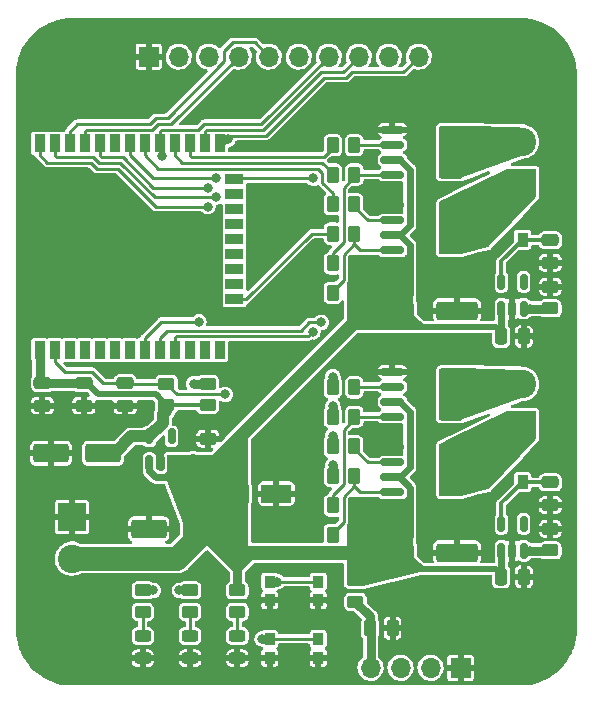
<source format=gbr>
%TF.GenerationSoftware,KiCad,Pcbnew,(6.0.11-0)*%
%TF.CreationDate,2023-05-30T14:23:44-05:00*%
%TF.ProjectId,HoneywellStringLightsController,486f6e65-7977-4656-9c6c-537472696e67,rev?*%
%TF.SameCoordinates,Original*%
%TF.FileFunction,Copper,L1,Top*%
%TF.FilePolarity,Positive*%
%FSLAX46Y46*%
G04 Gerber Fmt 4.6, Leading zero omitted, Abs format (unit mm)*
G04 Created by KiCad (PCBNEW (6.0.11-0)) date 2023-05-30 14:23:44*
%MOMM*%
%LPD*%
G01*
G04 APERTURE LIST*
G04 Aperture macros list*
%AMRoundRect*
0 Rectangle with rounded corners*
0 $1 Rounding radius*
0 $2 $3 $4 $5 $6 $7 $8 $9 X,Y pos of 4 corners*
0 Add a 4 corners polygon primitive as box body*
4,1,4,$2,$3,$4,$5,$6,$7,$8,$9,$2,$3,0*
0 Add four circle primitives for the rounded corners*
1,1,$1+$1,$2,$3*
1,1,$1+$1,$4,$5*
1,1,$1+$1,$6,$7*
1,1,$1+$1,$8,$9*
0 Add four rect primitives between the rounded corners*
20,1,$1+$1,$2,$3,$4,$5,0*
20,1,$1+$1,$4,$5,$6,$7,0*
20,1,$1+$1,$6,$7,$8,$9,0*
20,1,$1+$1,$8,$9,$2,$3,0*%
G04 Aperture macros list end*
%TA.AperFunction,SMDPad,CuDef*%
%ADD10R,0.900000X1.500000*%
%TD*%
%TA.AperFunction,SMDPad,CuDef*%
%ADD11R,1.500000X0.900000*%
%TD*%
%TA.AperFunction,SMDPad,CuDef*%
%ADD12R,1.050000X1.050000*%
%TD*%
%TA.AperFunction,ComponentPad*%
%ADD13C,0.475000*%
%TD*%
%TA.AperFunction,SMDPad,CuDef*%
%ADD14R,4.200000X4.200000*%
%TD*%
%TA.AperFunction,SMDPad,CuDef*%
%ADD15RoundRect,0.250000X-1.500000X-0.550000X1.500000X-0.550000X1.500000X0.550000X-1.500000X0.550000X0*%
%TD*%
%TA.AperFunction,SMDPad,CuDef*%
%ADD16RoundRect,0.250000X-0.450000X0.262500X-0.450000X-0.262500X0.450000X-0.262500X0.450000X0.262500X0*%
%TD*%
%TA.AperFunction,SMDPad,CuDef*%
%ADD17R,0.900000X1.000000*%
%TD*%
%TA.AperFunction,SMDPad,CuDef*%
%ADD18RoundRect,0.250000X-1.050000X-0.550000X1.050000X-0.550000X1.050000X0.550000X-1.050000X0.550000X0*%
%TD*%
%TA.AperFunction,SMDPad,CuDef*%
%ADD19RoundRect,0.250000X-0.475000X0.250000X-0.475000X-0.250000X0.475000X-0.250000X0.475000X0.250000X0*%
%TD*%
%TA.AperFunction,SMDPad,CuDef*%
%ADD20RoundRect,0.250000X-0.262500X-0.450000X0.262500X-0.450000X0.262500X0.450000X-0.262500X0.450000X0*%
%TD*%
%TA.AperFunction,SMDPad,CuDef*%
%ADD21RoundRect,0.250000X-0.250000X-0.475000X0.250000X-0.475000X0.250000X0.475000X-0.250000X0.475000X0*%
%TD*%
%TA.AperFunction,SMDPad,CuDef*%
%ADD22RoundRect,0.250000X0.450000X-0.262500X0.450000X0.262500X-0.450000X0.262500X-0.450000X-0.262500X0*%
%TD*%
%TA.AperFunction,SMDPad,CuDef*%
%ADD23R,0.900000X1.200000*%
%TD*%
%TA.AperFunction,SMDPad,CuDef*%
%ADD24RoundRect,0.243750X0.456250X-0.243750X0.456250X0.243750X-0.456250X0.243750X-0.456250X-0.243750X0*%
%TD*%
%TA.AperFunction,ComponentPad*%
%ADD25C,0.800000*%
%TD*%
%TA.AperFunction,ComponentPad*%
%ADD26C,6.400000*%
%TD*%
%TA.AperFunction,ComponentPad*%
%ADD27R,1.700000X1.700000*%
%TD*%
%TA.AperFunction,ComponentPad*%
%ADD28O,1.700000X1.700000*%
%TD*%
%TA.AperFunction,SMDPad,CuDef*%
%ADD29RoundRect,0.150000X-0.825000X-0.150000X0.825000X-0.150000X0.825000X0.150000X-0.825000X0.150000X0*%
%TD*%
%TA.AperFunction,ComponentPad*%
%ADD30R,2.400000X2.400000*%
%TD*%
%TA.AperFunction,ComponentPad*%
%ADD31C,2.400000*%
%TD*%
%TA.AperFunction,SMDPad,CuDef*%
%ADD32RoundRect,0.150000X0.150000X-0.512500X0.150000X0.512500X-0.150000X0.512500X-0.150000X-0.512500X0*%
%TD*%
%TA.AperFunction,SMDPad,CuDef*%
%ADD33RoundRect,0.250000X0.262500X0.450000X-0.262500X0.450000X-0.262500X-0.450000X0.262500X-0.450000X0*%
%TD*%
%TA.AperFunction,SMDPad,CuDef*%
%ADD34RoundRect,0.250000X0.475000X-0.250000X0.475000X0.250000X-0.475000X0.250000X-0.475000X-0.250000X0*%
%TD*%
%TA.AperFunction,SMDPad,CuDef*%
%ADD35RoundRect,0.250000X1.250000X0.550000X-1.250000X0.550000X-1.250000X-0.550000X1.250000X-0.550000X0*%
%TD*%
%TA.AperFunction,ViaPad*%
%ADD36C,1.200000*%
%TD*%
%TA.AperFunction,ViaPad*%
%ADD37C,0.800000*%
%TD*%
%TA.AperFunction,ViaPad*%
%ADD38C,0.900000*%
%TD*%
%TA.AperFunction,Conductor*%
%ADD39C,0.600000*%
%TD*%
%TA.AperFunction,Conductor*%
%ADD40C,0.500000*%
%TD*%
%TA.AperFunction,Conductor*%
%ADD41C,2.000000*%
%TD*%
%TA.AperFunction,Conductor*%
%ADD42C,1.200000*%
%TD*%
%TA.AperFunction,Conductor*%
%ADD43C,0.800000*%
%TD*%
%TA.AperFunction,Conductor*%
%ADD44C,1.000000*%
%TD*%
%TA.AperFunction,Conductor*%
%ADD45C,0.300000*%
%TD*%
%TA.AperFunction,Conductor*%
%ADD46C,0.250000*%
%TD*%
G04 APERTURE END LIST*
D10*
%TO.P,U1,1,GND*%
%TO.N,GND*%
X100995000Y-98350000D03*
%TO.P,U1,2,VDD*%
%TO.N,+3V3*%
X102265000Y-98350000D03*
%TO.P,U1,3,EN*%
%TO.N,/ESP_EN*%
X103535000Y-98350000D03*
%TO.P,U1,4,SENSOR_VP*%
%TO.N,/GPI36*%
X104805000Y-98350000D03*
%TO.P,U1,5,SENSOR_VN*%
%TO.N,/GPI39*%
X106075000Y-98350000D03*
%TO.P,U1,6,IO34*%
%TO.N,/GPI34*%
X107345000Y-98350000D03*
%TO.P,U1,7,IO35*%
%TO.N,/GPI35*%
X108615000Y-98350000D03*
%TO.P,U1,8,IO32*%
%TO.N,/GPIO32*%
X109885000Y-98350000D03*
%TO.P,U1,9,IO33*%
%TO.N,/RF_RX*%
X111155000Y-98350000D03*
%TO.P,U1,10,IO25*%
%TO.N,/EN_2V5_A*%
X112425000Y-98350000D03*
%TO.P,U1,11,IO26*%
%TO.N,/EN_2V5_B*%
X113695000Y-98350000D03*
%TO.P,U1,12,IO27*%
%TO.N,/GPIO27*%
X114965000Y-98350000D03*
%TO.P,U1,13,IO14*%
%TO.N,/GPIO14*%
X116235000Y-98350000D03*
%TO.P,U1,14,IO12*%
%TO.N,/GPIO12*%
X117505000Y-98350000D03*
D11*
%TO.P,U1,15,GND*%
%TO.N,GND*%
X118755000Y-95310000D03*
%TO.P,U1,16,IO13*%
%TO.N,/G_P1_A*%
X118755000Y-94040000D03*
%TO.P,U1,17,SHD/SD2*%
%TO.N,unconnected-(U1-Pad17)*%
X118755000Y-92770000D03*
%TO.P,U1,18,SWP/SD3*%
%TO.N,unconnected-(U1-Pad18)*%
X118755000Y-91500000D03*
%TO.P,U1,19,SCS/CMD*%
%TO.N,unconnected-(U1-Pad19)*%
X118755000Y-90230000D03*
%TO.P,U1,20,SCK/CLK*%
%TO.N,unconnected-(U1-Pad20)*%
X118755000Y-88960000D03*
%TO.P,U1,21,SDO/SD0*%
%TO.N,unconnected-(U1-Pad21)*%
X118755000Y-87690000D03*
%TO.P,U1,22,SDI/SD1*%
%TO.N,unconnected-(U1-Pad22)*%
X118755000Y-86420000D03*
%TO.P,U1,23,IO15*%
%TO.N,/GPIO15*%
X118755000Y-85150000D03*
%TO.P,U1,24,IO2*%
%TO.N,/GPIO2*%
X118755000Y-83880000D03*
D10*
%TO.P,U1,25,IO0*%
%TO.N,/GPIO0*%
X117505000Y-80850000D03*
%TO.P,U1,26,IO4*%
%TO.N,/GPIO4*%
X116235000Y-80850000D03*
%TO.P,U1,27,IO16*%
%TO.N,/G_N2_A*%
X114965000Y-80850000D03*
%TO.P,U1,28,IO17*%
%TO.N,/G_P2_A*%
X113695000Y-80850000D03*
%TO.P,U1,29,IO5*%
%TO.N,/GPIO5*%
X112425000Y-80850000D03*
%TO.P,U1,30,IO18*%
%TO.N,/G_N1_A*%
X111155000Y-80850000D03*
%TO.P,U1,31,IO19*%
%TO.N,/G_N2_B*%
X109885000Y-80850000D03*
%TO.P,U1,32,NC*%
%TO.N,unconnected-(U1-Pad32)*%
X108615000Y-80850000D03*
%TO.P,U1,33,IO21*%
%TO.N,/G_P2_B*%
X107345000Y-80850000D03*
%TO.P,U1,34,RXD0/IO3*%
%TO.N,/GPIO3*%
X106075000Y-80850000D03*
%TO.P,U1,35,TXD0/IO1*%
%TO.N,/GPIO1*%
X104805000Y-80850000D03*
%TO.P,U1,36,IO22*%
%TO.N,/G_N1_B*%
X103535000Y-80850000D03*
%TO.P,U1,37,IO23*%
%TO.N,/G_P1_B*%
X102265000Y-80850000D03*
%TO.P,U1,38,GND*%
%TO.N,GND*%
X100995000Y-80850000D03*
D12*
%TO.P,U1,39,GND*%
X108335000Y-91805000D03*
X109860000Y-88755000D03*
D13*
X106810000Y-91042500D03*
D12*
X108335000Y-90280000D03*
X106810000Y-90280000D03*
D13*
X109860000Y-91042500D03*
X109097500Y-91805000D03*
X106810000Y-89517500D03*
X109097500Y-88755000D03*
D14*
X108335000Y-90280000D03*
D13*
X109860000Y-89517500D03*
X107572500Y-91805000D03*
D12*
X106810000Y-88755000D03*
X108335000Y-88755000D03*
D13*
X108335000Y-89517500D03*
D12*
X106810000Y-91805000D03*
X109860000Y-90280000D03*
X109860000Y-91805000D03*
D13*
X108335000Y-91042500D03*
X107572500Y-88755000D03*
X109097500Y-90280000D03*
X107572500Y-90280000D03*
%TD*%
D15*
%TO.P,C9,1*%
%TO.N,+5V*%
X132200000Y-95000000D03*
%TO.P,C9,2*%
%TO.N,GND*%
X137600000Y-95000000D03*
%TD*%
D16*
%TO.P,R1,1*%
%TO.N,+5V*%
X119000000Y-118687500D03*
%TO.P,R1,2*%
%TO.N,Net-(D1-Pad2)*%
X119000000Y-120512500D03*
%TD*%
D17*
%TO.P,SW1,1,1*%
%TO.N,/ESP_EN*%
X125850000Y-117950000D03*
X121750000Y-117950000D03*
%TO.P,SW1,2,2*%
%TO.N,GND*%
X121750000Y-119550000D03*
X125850000Y-119550000D03*
%TD*%
D18*
%TO.P,C2,1*%
%TO.N,+5V*%
X118700000Y-110500000D03*
%TO.P,C2,2*%
%TO.N,GND*%
X122300000Y-110500000D03*
%TD*%
D19*
%TO.P,C13,1*%
%TO.N,/2V5_A*%
X145500000Y-89050000D03*
%TO.P,C13,2*%
%TO.N,GND*%
X145500000Y-90950000D03*
%TD*%
D16*
%TO.P,R4,1*%
%TO.N,/GPIO5*%
X111000000Y-118687500D03*
%TO.P,R4,2*%
%TO.N,Net-(D3-Pad2)*%
X111000000Y-120512500D03*
%TD*%
%TO.P,R2,1*%
%TO.N,+5V*%
X129000000Y-117837500D03*
%TO.P,R2,2*%
%TO.N,Net-(C5-Pad1)*%
X129000000Y-119662500D03*
%TD*%
D20*
%TO.P,R11,1*%
%TO.N,/G_N2_A*%
X127087500Y-81000000D03*
%TO.P,R11,2*%
%TO.N,Net-(Q2-Pad2)*%
X128912500Y-81000000D03*
%TD*%
D21*
%TO.P,C5,1*%
%TO.N,Net-(C5-Pad1)*%
X130240810Y-121900000D03*
%TO.P,C5,2*%
%TO.N,GND*%
X132140810Y-121900000D03*
%TD*%
D22*
%TO.P,R5,1*%
%TO.N,+3V3*%
X113000000Y-103012500D03*
%TO.P,R5,2*%
%TO.N,/ESP_EN*%
X113000000Y-101187500D03*
%TD*%
D20*
%TO.P,R10,1*%
%TO.N,/G_P1_A*%
X127087500Y-88500000D03*
%TO.P,R10,2*%
%TO.N,Net-(Q1-Pad4)*%
X128912500Y-88500000D03*
%TD*%
D23*
%TO.P,D5,1,K*%
%TO.N,/LAMPS_B_POS*%
X139850000Y-109500000D03*
%TO.P,D5,2,A*%
%TO.N,/2V5_B*%
X143150000Y-109500000D03*
%TD*%
D20*
%TO.P,R9,1*%
%TO.N,/G_N1_A*%
X127087500Y-86000000D03*
%TO.P,R9,2*%
%TO.N,Net-(Q1-Pad2)*%
X128912500Y-86000000D03*
%TD*%
D24*
%TO.P,D1,1,K*%
%TO.N,GND*%
X119000000Y-124437500D03*
%TO.P,D1,2,A*%
%TO.N,Net-(D1-Pad2)*%
X119000000Y-122562500D03*
%TD*%
D25*
%TO.P,H2,1,1*%
%TO.N,GND*%
X141302944Y-76697056D03*
X141302944Y-73302944D03*
X140600000Y-75000000D03*
X145400000Y-75000000D03*
X144697056Y-76697056D03*
D26*
X143000000Y-75000000D03*
D25*
X143000000Y-72600000D03*
X143000000Y-77400000D03*
X144697056Y-73302944D03*
%TD*%
%TO.P,H3,1,1*%
%TO.N,GND*%
X103302944Y-123697056D03*
X102600000Y-122000000D03*
X105000000Y-119600000D03*
X107400000Y-122000000D03*
X103302944Y-120302944D03*
D26*
X105000000Y-122000000D03*
D25*
X106697056Y-123697056D03*
X106697056Y-120302944D03*
X105000000Y-124400000D03*
%TD*%
D27*
%TO.P,J3,1,Pin_1*%
%TO.N,GND*%
X111500000Y-73500000D03*
D28*
%TO.P,J3,2,Pin_2*%
%TO.N,/~{RTS}*%
X114040000Y-73500000D03*
%TO.P,J3,3,Pin_3*%
%TO.N,Net-(J3-Pad3)*%
X116580000Y-73500000D03*
%TO.P,J3,4,Pin_4*%
%TO.N,/GPIO3*%
X119120000Y-73500000D03*
%TO.P,J3,5,Pin_5*%
%TO.N,/GPIO1*%
X121660000Y-73500000D03*
%TO.P,J3,6,Pin_6*%
%TO.N,/~{DTR}*%
X124200000Y-73500000D03*
%TO.P,J3,7,Pin_7*%
%TO.N,/GPIO5*%
X126740000Y-73500000D03*
%TO.P,J3,8,Pin_8*%
%TO.N,/GPIO4*%
X129280000Y-73500000D03*
%TO.P,J3,9,Pin_9*%
%TO.N,/GPIO2*%
X131820000Y-73500000D03*
%TO.P,J3,10,Pin_10*%
%TO.N,/GPIO0*%
X134360000Y-73500000D03*
%TD*%
D29*
%TO.P,Q1,1,S*%
%TO.N,GND*%
X132125000Y-86095000D03*
%TO.P,Q1,2,G*%
%TO.N,Net-(Q1-Pad2)*%
X132125000Y-87365000D03*
%TO.P,Q1,3,1*%
%TO.N,+5V*%
X132125000Y-88635000D03*
%TO.P,Q1,4,G*%
%TO.N,Net-(Q1-Pad4)*%
X132125000Y-89905000D03*
%TO.P,Q1,5,D*%
%TO.N,/LAMPS_A_POS*%
X137075000Y-89905000D03*
%TO.P,Q1,6,D*%
X137075000Y-88635000D03*
%TO.P,Q1,7,D*%
X137075000Y-87365000D03*
%TO.P,Q1,8,D*%
X137075000Y-86095000D03*
%TD*%
%TO.P,Q2,1,S*%
%TO.N,GND*%
X132125000Y-79695000D03*
%TO.P,Q2,2,G*%
%TO.N,Net-(Q2-Pad2)*%
X132125000Y-80965000D03*
%TO.P,Q2,3,1*%
%TO.N,+5V*%
X132125000Y-82235000D03*
%TO.P,Q2,4,G*%
%TO.N,Net-(Q2-Pad4)*%
X132125000Y-83505000D03*
%TO.P,Q2,5,D*%
%TO.N,/LAMPS_A_NEG*%
X137075000Y-83505000D03*
%TO.P,Q2,6,D*%
X137075000Y-82235000D03*
%TO.P,Q2,7,D*%
X137075000Y-80965000D03*
%TO.P,Q2,8,D*%
X137075000Y-79695000D03*
%TD*%
D30*
%TO.P,J5,1,Pin_1*%
%TO.N,/LAMPS_B_POS*%
X143100000Y-104700000D03*
D31*
%TO.P,J5,2,Pin_2*%
%TO.N,/LAMPS_B_NEG*%
X143100000Y-101200000D03*
%TD*%
D32*
%TO.P,U2,1,VIN*%
%TO.N,+5V*%
X111550000Y-107937500D03*
%TO.P,U2,2,GND*%
%TO.N,GND*%
X112500000Y-107937500D03*
%TO.P,U2,3,EN*%
%TO.N,+5V*%
X113450000Y-107937500D03*
%TO.P,U2,4,NC*%
%TO.N,unconnected-(U2-Pad4)*%
X113450000Y-105662500D03*
%TO.P,U2,5,VOUT*%
%TO.N,+3V3*%
X111550000Y-105662500D03*
%TD*%
D29*
%TO.P,Q4,1,S*%
%TO.N,GND*%
X132125000Y-100195000D03*
%TO.P,Q4,2,G*%
%TO.N,Net-(Q4-Pad2)*%
X132125000Y-101465000D03*
%TO.P,Q4,3,1*%
%TO.N,+5V*%
X132125000Y-102735000D03*
%TO.P,Q4,4,G*%
%TO.N,Net-(Q4-Pad4)*%
X132125000Y-104005000D03*
%TO.P,Q4,5,D*%
%TO.N,/LAMPS_B_NEG*%
X137075000Y-104005000D03*
%TO.P,Q4,6,D*%
X137075000Y-102735000D03*
%TO.P,Q4,7,D*%
X137075000Y-101465000D03*
%TO.P,Q4,8,D*%
X137075000Y-100195000D03*
%TD*%
D17*
%TO.P,SW2,1,1*%
%TO.N,/GPIO0*%
X121750000Y-122800000D03*
X125850000Y-122800000D03*
%TO.P,SW2,2,2*%
%TO.N,GND*%
X121750000Y-124400000D03*
X125850000Y-124400000D03*
%TD*%
D32*
%TO.P,U4,1,VIN*%
%TO.N,+5V*%
X141350000Y-115337500D03*
%TO.P,U4,2,GND*%
%TO.N,GND*%
X142300000Y-115337500D03*
%TO.P,U4,3,EN*%
%TO.N,/EN_2V5_B*%
X143250000Y-115337500D03*
%TO.P,U4,4,NC*%
%TO.N,unconnected-(U4-Pad4)*%
X143250000Y-113062500D03*
%TO.P,U4,5,VOUT*%
%TO.N,/2V5_B*%
X141350000Y-113062500D03*
%TD*%
D16*
%TO.P,R3,1*%
%TO.N,+3V3*%
X115000000Y-118687500D03*
%TO.P,R3,2*%
%TO.N,Net-(D2-Pad2)*%
X115000000Y-120512500D03*
%TD*%
D27*
%TO.P,J2,1,Pin_1*%
%TO.N,GND*%
X137900000Y-125250000D03*
D28*
%TO.P,J2,2,Pin_2*%
%TO.N,/RF_RX*%
X135360000Y-125250000D03*
%TO.P,J2,3,Pin_3*%
X132820000Y-125250000D03*
%TO.P,J2,4,Pin_4*%
%TO.N,Net-(C5-Pad1)*%
X130280000Y-125250000D03*
%TD*%
D23*
%TO.P,D4,1,K*%
%TO.N,/LAMPS_A_POS*%
X139850000Y-89000000D03*
%TO.P,D4,2,A*%
%TO.N,/2V5_A*%
X143150000Y-89000000D03*
%TD*%
D20*
%TO.P,R16,1*%
%TO.N,/G_P2_B*%
X127087500Y-104000000D03*
%TO.P,R16,2*%
%TO.N,Net-(Q4-Pad4)*%
X128912500Y-104000000D03*
%TD*%
%TO.P,R14,1*%
%TO.N,/G_P1_B*%
X127087500Y-109000000D03*
%TO.P,R14,2*%
%TO.N,Net-(Q3-Pad4)*%
X128912500Y-109000000D03*
%TD*%
D32*
%TO.P,U3,1,VIN*%
%TO.N,+5V*%
X141350000Y-94837500D03*
%TO.P,U3,2,GND*%
%TO.N,GND*%
X142300000Y-94837500D03*
%TO.P,U3,3,EN*%
%TO.N,/EN_2V5_A*%
X143250000Y-94837500D03*
%TO.P,U3,4,NC*%
%TO.N,unconnected-(U3-Pad4)*%
X143250000Y-92562500D03*
%TO.P,U3,5,VOUT*%
%TO.N,/2V5_A*%
X141350000Y-92562500D03*
%TD*%
D33*
%TO.P,R19,1*%
%TO.N,+5V*%
X128912500Y-114000000D03*
%TO.P,R19,2*%
%TO.N,Net-(Q3-Pad4)*%
X127087500Y-114000000D03*
%TD*%
D21*
%TO.P,C11,1*%
%TO.N,+5V*%
X141350000Y-97200000D03*
%TO.P,C11,2*%
%TO.N,GND*%
X143250000Y-97200000D03*
%TD*%
D30*
%TO.P,J1,1,Pin_1*%
%TO.N,GND*%
X105000000Y-112500000D03*
D31*
%TO.P,J1,2,Pin_2*%
%TO.N,+5V*%
X105000000Y-116000000D03*
%TD*%
D19*
%TO.P,C8,1*%
%TO.N,/ESP_EN*%
X109500000Y-101150000D03*
%TO.P,C8,2*%
%TO.N,GND*%
X109500000Y-103050000D03*
%TD*%
D34*
%TO.P,C3,1*%
%TO.N,+5V*%
X116500000Y-107750000D03*
%TO.P,C3,2*%
%TO.N,GND*%
X116500000Y-105850000D03*
%TD*%
D19*
%TO.P,C7,1*%
%TO.N,+3V3*%
X102500000Y-101150000D03*
%TO.P,C7,2*%
%TO.N,GND*%
X102500000Y-103050000D03*
%TD*%
D35*
%TO.P,C6,1*%
%TO.N,+3V3*%
X107623025Y-107084338D03*
%TO.P,C6,2*%
%TO.N,GND*%
X103223025Y-107084338D03*
%TD*%
D33*
%TO.P,R17,1*%
%TO.N,+5V*%
X128912500Y-93500000D03*
%TO.P,R17,2*%
%TO.N,Net-(Q1-Pad4)*%
X127087500Y-93500000D03*
%TD*%
D24*
%TO.P,D2,1,K*%
%TO.N,GND*%
X115000000Y-124437500D03*
%TO.P,D2,2,A*%
%TO.N,Net-(D2-Pad2)*%
X115000000Y-122562500D03*
%TD*%
D30*
%TO.P,J4,1,Pin_1*%
%TO.N,/LAMPS_A_POS*%
X143100000Y-84200000D03*
D31*
%TO.P,J4,2,Pin_2*%
%TO.N,/LAMPS_A_NEG*%
X143100000Y-80700000D03*
%TD*%
D33*
%TO.P,R18,1*%
%TO.N,+5V*%
X128912500Y-91000000D03*
%TO.P,R18,2*%
%TO.N,Net-(Q2-Pad4)*%
X127087500Y-91000000D03*
%TD*%
%TO.P,R20,1*%
%TO.N,+5V*%
X128912500Y-111500000D03*
%TO.P,R20,2*%
%TO.N,Net-(Q4-Pad4)*%
X127087500Y-111500000D03*
%TD*%
D22*
%TO.P,R7,1*%
%TO.N,/EN_2V5_A*%
X145500000Y-94812500D03*
%TO.P,R7,2*%
%TO.N,GND*%
X145500000Y-92987500D03*
%TD*%
D25*
%TO.P,H1,1,1*%
%TO.N,GND*%
X106697056Y-76697056D03*
X103302944Y-76697056D03*
D26*
X105000000Y-75000000D03*
D25*
X103302944Y-73302944D03*
X106697056Y-73302944D03*
X107400000Y-75000000D03*
X105000000Y-72600000D03*
X105000000Y-77400000D03*
X102600000Y-75000000D03*
%TD*%
D24*
%TO.P,D3,1,K*%
%TO.N,GND*%
X111000000Y-124437500D03*
%TO.P,D3,2,A*%
%TO.N,Net-(D3-Pad2)*%
X111000000Y-122562500D03*
%TD*%
D15*
%TO.P,C10,1*%
%TO.N,+5V*%
X132200000Y-115500000D03*
%TO.P,C10,2*%
%TO.N,GND*%
X137600000Y-115500000D03*
%TD*%
D19*
%TO.P,C4,1*%
%TO.N,+3V3*%
X106000000Y-101150000D03*
%TO.P,C4,2*%
%TO.N,GND*%
X106000000Y-103050000D03*
%TD*%
D35*
%TO.P,C1,1*%
%TO.N,+5V*%
X115900000Y-113493501D03*
%TO.P,C1,2*%
%TO.N,GND*%
X111500000Y-113493501D03*
%TD*%
D29*
%TO.P,Q3,1,S*%
%TO.N,GND*%
X132125000Y-106595000D03*
%TO.P,Q3,2,G*%
%TO.N,Net-(Q3-Pad2)*%
X132125000Y-107865000D03*
%TO.P,Q3,3,1*%
%TO.N,+5V*%
X132125000Y-109135000D03*
%TO.P,Q3,4,G*%
%TO.N,Net-(Q3-Pad4)*%
X132125000Y-110405000D03*
%TO.P,Q3,5,D*%
%TO.N,/LAMPS_B_POS*%
X137075000Y-110405000D03*
%TO.P,Q3,6,D*%
X137075000Y-109135000D03*
%TO.P,Q3,7,D*%
X137075000Y-107865000D03*
%TO.P,Q3,8,D*%
X137075000Y-106595000D03*
%TD*%
D25*
%TO.P,H4,1,1*%
%TO.N,GND*%
X143000000Y-119600000D03*
X144697056Y-123697056D03*
X144697056Y-120302944D03*
X140600000Y-122000000D03*
X143000000Y-124400000D03*
D26*
X143000000Y-122000000D03*
D25*
X141302944Y-120302944D03*
X141302944Y-123697056D03*
X145400000Y-122000000D03*
%TD*%
D19*
%TO.P,C14,1*%
%TO.N,/2V5_B*%
X145500000Y-109550000D03*
%TO.P,C14,2*%
%TO.N,GND*%
X145500000Y-111450000D03*
%TD*%
D22*
%TO.P,R6,1*%
%TO.N,+3V3*%
X116500000Y-103012500D03*
%TO.P,R6,2*%
%TO.N,/GPIO0*%
X116500000Y-101187500D03*
%TD*%
%TO.P,R8,1*%
%TO.N,/EN_2V5_B*%
X145500000Y-115312500D03*
%TO.P,R8,2*%
%TO.N,GND*%
X145500000Y-113487500D03*
%TD*%
D20*
%TO.P,R12,1*%
%TO.N,/G_P2_A*%
X127087500Y-83500000D03*
%TO.P,R12,2*%
%TO.N,Net-(Q2-Pad4)*%
X128912500Y-83500000D03*
%TD*%
%TO.P,R13,1*%
%TO.N,/G_N1_B*%
X127087500Y-106500000D03*
%TO.P,R13,2*%
%TO.N,Net-(Q3-Pad2)*%
X128912500Y-106500000D03*
%TD*%
D21*
%TO.P,C12,1*%
%TO.N,+5V*%
X141350000Y-117550000D03*
%TO.P,C12,2*%
%TO.N,GND*%
X143250000Y-117550000D03*
%TD*%
D20*
%TO.P,R15,1*%
%TO.N,/G_N2_B*%
X127087500Y-101500000D03*
%TO.P,R15,2*%
%TO.N,Net-(Q4-Pad2)*%
X128912500Y-101500000D03*
%TD*%
D36*
%TO.N,+5V*%
X115273633Y-107750000D03*
D37*
%TO.N,GND*%
X129600000Y-105200000D03*
X136600000Y-113900000D03*
X113700000Y-113500000D03*
X130100000Y-106000000D03*
X117900000Y-105100000D03*
X134600000Y-108500000D03*
X123800000Y-123600000D03*
X129600000Y-84700000D03*
X132600000Y-84700000D03*
X131600000Y-84700000D03*
X119900000Y-103100000D03*
X130600000Y-105200000D03*
X134900000Y-115500000D03*
X110500000Y-106900000D03*
X130600000Y-100200000D03*
X124500000Y-102300000D03*
X127600000Y-95100000D03*
X120200000Y-84600000D03*
X123800000Y-118750000D03*
X133700000Y-100200000D03*
X121800000Y-105000000D03*
X130600000Y-84700000D03*
X120200000Y-92100000D03*
X108000000Y-99800000D03*
X132100000Y-78700000D03*
X130600000Y-106800000D03*
X134600000Y-88000000D03*
X136600000Y-93400000D03*
X137600000Y-93400000D03*
X130100000Y-85500000D03*
X120200000Y-76600000D03*
X130600000Y-86300000D03*
X118793904Y-98200000D03*
X137600000Y-113900000D03*
X133700000Y-79700000D03*
X130600000Y-79700000D03*
X131600000Y-105200000D03*
X132100000Y-99200000D03*
X134600000Y-81600000D03*
X126200000Y-87200000D03*
X132600000Y-105200000D03*
X134600000Y-102100000D03*
X123000000Y-108900000D03*
X123000000Y-112100000D03*
X120205611Y-95899999D03*
X138600000Y-93400000D03*
X134900000Y-95000000D03*
X142300000Y-93700000D03*
X138600000Y-113900000D03*
X142300000Y-114200000D03*
X124300000Y-110500000D03*
D38*
%TO.N,+3V3*%
X112700000Y-103800000D03*
D37*
X114100000Y-118687500D03*
%TO.N,/ESP_EN*%
X122400000Y-117950000D03*
X118000000Y-102100000D03*
%TO.N,/GPIO5*%
X112600000Y-81900000D03*
X111900000Y-118687500D03*
%TO.N,/GPIO2*%
X125400000Y-83800000D03*
%TO.N,/GPIO0*%
X121100000Y-122800000D03*
X115300000Y-101187500D03*
X118200000Y-80500000D03*
%TO.N,/EN_2V5_A*%
X143800000Y-94837500D03*
X126100000Y-96000000D03*
%TO.N,/EN_2V5_B*%
X125400000Y-96800000D03*
X143800000Y-115337500D03*
%TO.N,/G_N1_B*%
X117200000Y-85400000D03*
X127087500Y-105600000D03*
%TO.N,/G_P1_B*%
X116500000Y-86200000D03*
X127087500Y-108100000D03*
%TO.N,/G_N2_B*%
X117200000Y-83800000D03*
X127087500Y-100600000D03*
%TO.N,/G_P2_B*%
X116500000Y-84600000D03*
X127087500Y-103100000D03*
%TO.N,/RF_RX*%
X115750000Y-95950000D03*
%TD*%
D39*
%TO.N,+5V*%
X113450000Y-108569239D02*
X113450000Y-107937500D01*
X132749239Y-102735000D02*
X133600000Y-103585761D01*
D40*
X140900000Y-96400000D02*
X141350000Y-96850000D01*
D39*
X141350000Y-117550000D02*
X141350000Y-115337500D01*
X112919239Y-109100000D02*
X113450000Y-108569239D01*
X133600000Y-87784239D02*
X132749239Y-88635000D01*
D41*
X105000000Y-116000000D02*
X113900000Y-116000000D01*
D39*
X132749239Y-109135000D02*
X132125000Y-109135000D01*
X111550000Y-108569239D02*
X112080761Y-109100000D01*
D40*
X134600000Y-116900000D02*
X140900000Y-116900000D01*
D39*
X141350000Y-97200000D02*
X141350000Y-94837500D01*
X132749239Y-88635000D02*
X133600000Y-89485761D01*
X132749239Y-88635000D02*
X132125000Y-88635000D01*
D40*
X141350000Y-96850000D02*
X141350000Y-97200000D01*
D39*
X111550000Y-107937500D02*
X111550000Y-108569239D01*
D41*
X115900000Y-114000000D02*
X115900000Y-113493501D01*
D40*
X133200000Y-95000000D02*
X134600000Y-96400000D01*
D42*
X119000000Y-116593501D02*
X115900000Y-113493501D01*
D40*
X133200000Y-115500000D02*
X134600000Y-116900000D01*
D39*
X133600000Y-103585761D02*
X133600000Y-108284239D01*
X132749239Y-82235000D02*
X133600000Y-83085761D01*
D42*
X118700000Y-110500000D02*
X118700000Y-106200000D01*
D40*
X134600000Y-96400000D02*
X140900000Y-96400000D01*
D42*
X129900000Y-95000000D02*
X132200000Y-95000000D01*
D41*
X113900000Y-116000000D02*
X115900000Y-114000000D01*
D39*
X132125000Y-102735000D02*
X132749239Y-102735000D01*
X133600000Y-83085761D02*
X133600000Y-87784239D01*
D40*
X141350000Y-117350000D02*
X141350000Y-117550000D01*
D43*
X119000000Y-118687500D02*
X119000000Y-116593501D01*
D39*
X133600000Y-89485761D02*
X133600000Y-93600000D01*
X133600000Y-93600000D02*
X132200000Y-95000000D01*
X112080761Y-109100000D02*
X112919239Y-109100000D01*
D44*
X115273633Y-107750000D02*
X116500000Y-107750000D01*
D39*
X133600000Y-114100000D02*
X132200000Y-115500000D01*
D42*
X119000000Y-116593501D02*
X120093501Y-115500000D01*
D39*
X132125000Y-82235000D02*
X132749239Y-82235000D01*
X133600000Y-109985761D02*
X133600000Y-114100000D01*
D40*
X132200000Y-95000000D02*
X133200000Y-95000000D01*
D42*
X120093501Y-115500000D02*
X132200000Y-115500000D01*
X118700000Y-106200000D02*
X129900000Y-95000000D01*
D39*
X132749239Y-109135000D02*
X133600000Y-109985761D01*
D40*
X132200000Y-115500000D02*
X133200000Y-115500000D01*
D39*
X133600000Y-108284239D02*
X132749239Y-109135000D01*
D40*
X140900000Y-116900000D02*
X141350000Y-117350000D01*
D45*
%TO.N,+3V3*%
X116500000Y-103012500D02*
X113000000Y-103012500D01*
D43*
X102265000Y-100915000D02*
X102500000Y-101150000D01*
D40*
X112087500Y-102100000D02*
X107200000Y-102100000D01*
D44*
X112700000Y-103800000D02*
X113000000Y-103500000D01*
X111550000Y-105662500D02*
X110037500Y-105662500D01*
X113000000Y-103500000D02*
X113000000Y-103012500D01*
D40*
X113000000Y-103012500D02*
X112087500Y-102100000D01*
D44*
X112700000Y-104512500D02*
X112700000Y-103800000D01*
D40*
X107200000Y-102100000D02*
X106250000Y-101150000D01*
X106250000Y-101150000D02*
X106000000Y-101150000D01*
D44*
X111550000Y-105662500D02*
X112700000Y-104512500D01*
D43*
X102500000Y-101150000D02*
X106000000Y-101150000D01*
D44*
X108615662Y-107084338D02*
X107623025Y-107084338D01*
D43*
X102265000Y-98350000D02*
X102265000Y-100915000D01*
D44*
X110037500Y-105662500D02*
X108615662Y-107084338D01*
D46*
%TO.N,/ESP_EN*%
X107650000Y-101150000D02*
X109500000Y-101150000D01*
X106700000Y-100200000D02*
X107650000Y-101150000D01*
X109500000Y-101150000D02*
X109537500Y-101187500D01*
X103535000Y-99350000D02*
X104385000Y-100200000D01*
X104385000Y-100200000D02*
X106700000Y-100200000D01*
X103535000Y-98350000D02*
X103535000Y-99350000D01*
X113912500Y-102100000D02*
X116500000Y-102100000D01*
X113000000Y-101187500D02*
X113912500Y-102100000D01*
X109537500Y-101187500D02*
X113000000Y-101187500D01*
X125850000Y-117950000D02*
X122400000Y-117950000D01*
D43*
X121750000Y-117950000D02*
X122400000Y-117950000D01*
D46*
X116500000Y-102100000D02*
X118000000Y-102100000D01*
%TO.N,Net-(D1-Pad2)*%
X119000000Y-120512500D02*
X119000000Y-122562500D01*
%TO.N,Net-(D2-Pad2)*%
X115000000Y-120512500D02*
X115000000Y-122562500D01*
%TO.N,Net-(D3-Pad2)*%
X111000000Y-120512500D02*
X111000000Y-122562500D01*
D43*
%TO.N,Net-(C5-Pad1)*%
X130280000Y-121939190D02*
X130240810Y-121900000D01*
X130280000Y-125250000D02*
X130280000Y-121939190D01*
X130240810Y-120903310D02*
X129000000Y-119662500D01*
X130240810Y-121900000D02*
X130240810Y-120903310D01*
D46*
%TO.N,/GPIO3*%
X106225000Y-79700000D02*
X111800000Y-79700000D01*
X112300000Y-79200000D02*
X113420000Y-79200000D01*
X106075000Y-79850000D02*
X106225000Y-79700000D01*
X106075000Y-80850000D02*
X106075000Y-79850000D01*
X113420000Y-79200000D02*
X119120000Y-73500000D01*
X111800000Y-79700000D02*
X112300000Y-79200000D01*
%TO.N,/GPIO1*%
X118600000Y-72300000D02*
X117900000Y-73000000D01*
X120460000Y-72300000D02*
X118600000Y-72300000D01*
X121660000Y-73500000D02*
X120460000Y-72300000D01*
X111600000Y-79200000D02*
X105455000Y-79200000D01*
X112100000Y-78700000D02*
X111600000Y-79200000D01*
X105455000Y-79200000D02*
X104805000Y-79850000D01*
X113100000Y-78700000D02*
X112100000Y-78700000D01*
X117900000Y-73000000D02*
X117900000Y-73900000D01*
X104805000Y-79850000D02*
X104805000Y-80850000D01*
X117900000Y-73900000D02*
X113100000Y-78700000D01*
%TO.N,/GPIO5*%
X121040000Y-79200000D02*
X116200000Y-79200000D01*
X126740000Y-73500000D02*
X121040000Y-79200000D01*
X112425000Y-80850000D02*
X112425000Y-81725000D01*
X112425000Y-80850000D02*
X112425000Y-79850000D01*
X115700000Y-79700000D02*
X116200000Y-79200000D01*
X112425000Y-79850000D02*
X112575000Y-79700000D01*
X112575000Y-79700000D02*
X115700000Y-79700000D01*
X112425000Y-81725000D02*
X112600000Y-81900000D01*
%TO.N,/GPIO4*%
X116235000Y-79850000D02*
X116385000Y-79700000D01*
X121200000Y-79700000D02*
X126100000Y-74800000D01*
X116385000Y-79700000D02*
X121200000Y-79700000D01*
X116235000Y-80850000D02*
X116235000Y-79850000D01*
X127980000Y-74800000D02*
X129280000Y-73500000D01*
X126100000Y-74800000D02*
X127980000Y-74800000D01*
%TO.N,/GPIO2*%
X118755000Y-83880000D02*
X118835000Y-83800000D01*
X118835000Y-83800000D02*
X125400000Y-83800000D01*
%TO.N,/GPIO0*%
X117850000Y-80850000D02*
X118200000Y-80500000D01*
D43*
X115300000Y-101187500D02*
X116500000Y-101187500D01*
D46*
X118500000Y-80200000D02*
X121400000Y-80200000D01*
D43*
X121100000Y-122800000D02*
X121750000Y-122800000D01*
D46*
X126300000Y-75300000D02*
X128200000Y-75300000D01*
X133060000Y-74800000D02*
X134360000Y-73500000D01*
X117505000Y-80850000D02*
X117850000Y-80850000D01*
X118200000Y-80500000D02*
X118500000Y-80200000D01*
X125850000Y-122800000D02*
X121750000Y-122800000D01*
X121400000Y-80200000D02*
X126300000Y-75300000D01*
X128200000Y-75300000D02*
X128700000Y-74800000D01*
X128700000Y-74800000D02*
X133060000Y-74800000D01*
%TO.N,Net-(Q1-Pad2)*%
X130065000Y-87365000D02*
X128912500Y-86212500D01*
X132125000Y-87365000D02*
X130065000Y-87365000D01*
X128912500Y-86212500D02*
X128912500Y-86000000D01*
%TO.N,Net-(Q1-Pad4)*%
X132125000Y-89905000D02*
X129430000Y-89905000D01*
X129430000Y-89905000D02*
X128912500Y-89387500D01*
X127087500Y-93500000D02*
X127087500Y-93312500D01*
X128912500Y-89387500D02*
X128912500Y-88500000D01*
X128000000Y-92400000D02*
X128000000Y-90300000D01*
X127087500Y-93312500D02*
X128000000Y-92400000D01*
X128000000Y-90300000D02*
X128912500Y-89387500D01*
%TO.N,Net-(Q2-Pad2)*%
X128947500Y-80965000D02*
X128912500Y-81000000D01*
X132125000Y-80965000D02*
X128947500Y-80965000D01*
%TO.N,Net-(Q2-Pad4)*%
X127087500Y-90112500D02*
X128000000Y-89200000D01*
X128912500Y-83687500D02*
X128912500Y-83500000D01*
X128000000Y-89200000D02*
X128000000Y-84600000D01*
X128000000Y-84600000D02*
X128912500Y-83687500D01*
X132125000Y-83505000D02*
X128917500Y-83505000D01*
X128917500Y-83505000D02*
X128912500Y-83500000D01*
X127087500Y-91000000D02*
X127087500Y-90112500D01*
%TO.N,Net-(Q3-Pad2)*%
X132125000Y-107865000D02*
X130065000Y-107865000D01*
X128912500Y-106712500D02*
X128912500Y-106500000D01*
X130065000Y-107865000D02*
X128912500Y-106712500D01*
%TO.N,Net-(Q3-Pad4)*%
X129430000Y-110405000D02*
X128912500Y-109887500D01*
X132125000Y-110405000D02*
X129430000Y-110405000D01*
X128000000Y-112900000D02*
X128000000Y-110800000D01*
X128912500Y-109887500D02*
X128912500Y-109000000D01*
X127087500Y-113812500D02*
X128000000Y-112900000D01*
X127087500Y-114000000D02*
X127087500Y-113812500D01*
X128000000Y-110800000D02*
X128912500Y-109887500D01*
%TO.N,Net-(Q4-Pad2)*%
X128947500Y-101465000D02*
X128912500Y-101500000D01*
X132125000Y-101465000D02*
X128947500Y-101465000D01*
%TO.N,Net-(Q4-Pad4)*%
X127087500Y-110612500D02*
X127087500Y-111500000D01*
X128912500Y-104187500D02*
X128000000Y-105100000D01*
X128000000Y-109700000D02*
X127087500Y-110612500D01*
X128917500Y-104005000D02*
X128912500Y-104000000D01*
X128000000Y-105100000D02*
X128000000Y-109700000D01*
X128912500Y-104000000D02*
X128912500Y-104187500D01*
X132125000Y-104005000D02*
X128917500Y-104005000D01*
D43*
%TO.N,/EN_2V5_A*%
X143800000Y-94837500D02*
X145475000Y-94837500D01*
D46*
X112425000Y-97350000D02*
X112425000Y-98350000D01*
D43*
X145475000Y-94837500D02*
X145500000Y-94812500D01*
D46*
X113075000Y-96700000D02*
X124400000Y-96700000D01*
X125100000Y-96000000D02*
X126100000Y-96000000D01*
X113075000Y-96700000D02*
X112425000Y-97350000D01*
D43*
X143800000Y-94837500D02*
X143250000Y-94837500D01*
D46*
X124400000Y-96700000D02*
X125100000Y-96000000D01*
D43*
%TO.N,/EN_2V5_B*%
X145475000Y-115337500D02*
X145500000Y-115312500D01*
D46*
X125000000Y-97200000D02*
X125400000Y-96800000D01*
X113845000Y-97200000D02*
X125000000Y-97200000D01*
D43*
X143800000Y-115337500D02*
X143250000Y-115337500D01*
X143800000Y-115337500D02*
X145475000Y-115337500D01*
D46*
X113695000Y-97350000D02*
X113845000Y-97200000D01*
X113695000Y-98350000D02*
X113695000Y-97350000D01*
%TO.N,/G_N1_A*%
X126200000Y-84200000D02*
X126200000Y-83400000D01*
X112305000Y-83000000D02*
X111155000Y-81850000D01*
X125800000Y-83000000D02*
X112305000Y-83000000D01*
X126200000Y-83400000D02*
X125800000Y-83000000D01*
X111155000Y-81850000D02*
X111155000Y-80850000D01*
X127087500Y-85087500D02*
X126200000Y-84200000D01*
X127087500Y-86000000D02*
X127087500Y-85087500D01*
%TO.N,/G_P1_A*%
X119755000Y-94040000D02*
X125295000Y-88500000D01*
X125295000Y-88500000D02*
X127087500Y-88500000D01*
X118755000Y-94040000D02*
X119755000Y-94040000D01*
%TO.N,/G_N2_A*%
X127087500Y-81212500D02*
X126300000Y-82000000D01*
X115115000Y-82000000D02*
X114965000Y-81850000D01*
X126300000Y-82000000D02*
X115115000Y-82000000D01*
X114965000Y-81850000D02*
X114965000Y-80850000D01*
X127087500Y-81000000D02*
X127087500Y-81212500D01*
%TO.N,/G_P2_A*%
X126200000Y-82500000D02*
X114345000Y-82500000D01*
X127087500Y-83387500D02*
X126200000Y-82500000D01*
X114345000Y-82500000D02*
X113695000Y-81850000D01*
X127087500Y-83500000D02*
X127087500Y-83387500D01*
X113695000Y-81850000D02*
X113695000Y-80850000D01*
D43*
%TO.N,/G_N1_B*%
X127087500Y-105600000D02*
X127087500Y-106500000D01*
D46*
X112000000Y-85400000D02*
X109100000Y-82500000D01*
X103535000Y-81850000D02*
X103535000Y-80850000D01*
X103685000Y-82000000D02*
X103535000Y-81850000D01*
X117200000Y-85400000D02*
X112000000Y-85400000D01*
X109100000Y-82500000D02*
X107300000Y-82500000D01*
X107300000Y-82500000D02*
X106800000Y-82000000D01*
X106800000Y-82000000D02*
X103685000Y-82000000D01*
%TO.N,/G_P1_B*%
X108900000Y-83000000D02*
X107100000Y-83000000D01*
X106600000Y-82500000D02*
X102915000Y-82500000D01*
X116500000Y-86200000D02*
X112100000Y-86200000D01*
D43*
X127087500Y-108100000D02*
X127087500Y-109000000D01*
D46*
X112100000Y-86200000D02*
X108900000Y-83000000D01*
X102265000Y-81850000D02*
X102265000Y-80850000D01*
X107100000Y-83000000D02*
X106600000Y-82500000D01*
X102915000Y-82500000D02*
X102265000Y-81850000D01*
%TO.N,/G_N2_B*%
X111835000Y-83800000D02*
X117200000Y-83800000D01*
X109885000Y-81850000D02*
X111835000Y-83800000D01*
X109885000Y-80850000D02*
X109885000Y-81850000D01*
D43*
X127087500Y-101500000D02*
X127087500Y-100600000D01*
D46*
%TO.N,/G_P2_B*%
X111900000Y-84600000D02*
X116500000Y-84600000D01*
X109300000Y-82000000D02*
X111900000Y-84600000D01*
X107345000Y-81850000D02*
X107495000Y-82000000D01*
X107345000Y-80850000D02*
X107345000Y-81850000D01*
D43*
X127087500Y-103100000D02*
X127087500Y-104000000D01*
D46*
X107495000Y-82000000D02*
X109300000Y-82000000D01*
%TO.N,/RF_RX*%
X112555000Y-95950000D02*
X115750000Y-95950000D01*
X111155000Y-97350000D02*
X112555000Y-95950000D01*
X111155000Y-98350000D02*
X111155000Y-97350000D01*
D45*
%TO.N,/2V5_A*%
X143200000Y-89050000D02*
X145500000Y-89050000D01*
X141350000Y-92562500D02*
X141350000Y-90800000D01*
X141350000Y-90800000D02*
X143150000Y-89000000D01*
X143150000Y-89000000D02*
X143200000Y-89050000D01*
%TO.N,/2V5_B*%
X141350000Y-113062500D02*
X141350000Y-111300000D01*
X143200000Y-109550000D02*
X145500000Y-109550000D01*
X141350000Y-111300000D02*
X143150000Y-109500000D01*
X143150000Y-109500000D02*
X143200000Y-109550000D01*
%TD*%
%TA.AperFunction,Conductor*%
%TO.N,+5V*%
G36*
X130988882Y-110820002D02*
G01*
X131009856Y-110836905D01*
X131059277Y-110886326D01*
X131173445Y-110944498D01*
X131268166Y-110959500D01*
X132981834Y-110959500D01*
X133076555Y-110944498D01*
X133190723Y-110886326D01*
X133240144Y-110836905D01*
X133302456Y-110802879D01*
X133329239Y-110800000D01*
X133774000Y-110800000D01*
X133842121Y-110820002D01*
X133888614Y-110873658D01*
X133900000Y-110926000D01*
X133900000Y-116300000D01*
X134540060Y-116940060D01*
X134574086Y-117002372D01*
X134569021Y-117073187D01*
X134526474Y-117130023D01*
X134479824Y-117151806D01*
X129614233Y-118296651D01*
X129585374Y-118300000D01*
X128426000Y-118300000D01*
X128357879Y-118279998D01*
X128311386Y-118226342D01*
X128300000Y-118174000D01*
X128300000Y-113176178D01*
X128320002Y-113108057D01*
X128327040Y-113098185D01*
X128337156Y-113085353D01*
X128340188Y-113076719D01*
X128345514Y-113069266D01*
X128360203Y-113020150D01*
X128362036Y-113014508D01*
X128376390Y-112973633D01*
X128376390Y-112973632D01*
X128379018Y-112966149D01*
X128379500Y-112960584D01*
X128379500Y-112957876D01*
X128379614Y-112955242D01*
X128379643Y-112955144D01*
X128379807Y-112955151D01*
X128379851Y-112954447D01*
X128381713Y-112948222D01*
X128379597Y-112894365D01*
X128379500Y-112889418D01*
X128379500Y-111009384D01*
X128399502Y-110941263D01*
X128416405Y-110920289D01*
X128499789Y-110836905D01*
X128562101Y-110802879D01*
X128588884Y-110800000D01*
X130920761Y-110800000D01*
X130988882Y-110820002D01*
G37*
%TD.AperFunction*%
%TD*%
%TA.AperFunction,Conductor*%
%TO.N,GND*%
G36*
X142987103Y-70256921D02*
G01*
X143000000Y-70259486D01*
X143012170Y-70257065D01*
X143022599Y-70257065D01*
X143035735Y-70256060D01*
X143356412Y-70270061D01*
X143408103Y-70272318D01*
X143419051Y-70273276D01*
X143818604Y-70325878D01*
X143829413Y-70327785D01*
X144222854Y-70415008D01*
X144233471Y-70417853D01*
X144617813Y-70539036D01*
X144628128Y-70542789D01*
X145000468Y-70697017D01*
X145010412Y-70701655D01*
X145295219Y-70849916D01*
X145367867Y-70887734D01*
X145377387Y-70893230D01*
X145717262Y-71109755D01*
X145726266Y-71116059D01*
X146045993Y-71361393D01*
X146054397Y-71368445D01*
X146130501Y-71438182D01*
X146351519Y-71640709D01*
X146359291Y-71648481D01*
X146470515Y-71769860D01*
X146631555Y-71945603D01*
X146638607Y-71954007D01*
X146720168Y-72060300D01*
X146883941Y-72273734D01*
X146890245Y-72282738D01*
X147003163Y-72459983D01*
X147096455Y-72606421D01*
X147106770Y-72622613D01*
X147112265Y-72632132D01*
X147289800Y-72973171D01*
X147298341Y-72989579D01*
X147302983Y-72999532D01*
X147428937Y-73303613D01*
X147457208Y-73371865D01*
X147460964Y-73382187D01*
X147551004Y-73667755D01*
X147582147Y-73766528D01*
X147584992Y-73777145D01*
X147662836Y-74128276D01*
X147672214Y-74170579D01*
X147674122Y-74181396D01*
X147707764Y-74436931D01*
X147726724Y-74580948D01*
X147727682Y-74591898D01*
X147743940Y-74964265D01*
X147742935Y-74977401D01*
X147742935Y-74987830D01*
X147740514Y-75000000D01*
X147742935Y-75012170D01*
X147743079Y-75012894D01*
X147745500Y-75037476D01*
X147745500Y-121962524D01*
X147743079Y-121987103D01*
X147740514Y-122000000D01*
X147742935Y-122012170D01*
X147742935Y-122022599D01*
X147743940Y-122035735D01*
X147727682Y-122408102D01*
X147726724Y-122419051D01*
X147680430Y-122770692D01*
X147674123Y-122818596D01*
X147672215Y-122829413D01*
X147600033Y-123155008D01*
X147584992Y-123222854D01*
X147582147Y-123233471D01*
X147472842Y-123580144D01*
X147460967Y-123617806D01*
X147457211Y-123628128D01*
X147325926Y-123945080D01*
X147302987Y-124000459D01*
X147298345Y-124010412D01*
X147120207Y-124352612D01*
X147112266Y-124367867D01*
X147106770Y-124377387D01*
X146890245Y-124717262D01*
X146883941Y-124726266D01*
X146829950Y-124796629D01*
X146638607Y-125045993D01*
X146631555Y-125054397D01*
X146522751Y-125173135D01*
X146359291Y-125351519D01*
X146351519Y-125359291D01*
X146202962Y-125495419D01*
X146054397Y-125631555D01*
X146045993Y-125638607D01*
X145957893Y-125706208D01*
X145726266Y-125883941D01*
X145717262Y-125890245D01*
X145377387Y-126106770D01*
X145367868Y-126112265D01*
X145010412Y-126298345D01*
X145000468Y-126302983D01*
X144628128Y-126457211D01*
X144617813Y-126460964D01*
X144233472Y-126582147D01*
X144222855Y-126584992D01*
X143829413Y-126672215D01*
X143818604Y-126674122D01*
X143419052Y-126726724D01*
X143408103Y-126727682D01*
X143356412Y-126729939D01*
X143035735Y-126743940D01*
X143022599Y-126742935D01*
X143012170Y-126742935D01*
X143000000Y-126740514D01*
X142987103Y-126743079D01*
X142962524Y-126745500D01*
X105037476Y-126745500D01*
X105012897Y-126743079D01*
X105000000Y-126740514D01*
X104987830Y-126742935D01*
X104977401Y-126742935D01*
X104964265Y-126743940D01*
X104643588Y-126729939D01*
X104591897Y-126727682D01*
X104580948Y-126726724D01*
X104181396Y-126674122D01*
X104170587Y-126672215D01*
X103777145Y-126584992D01*
X103766528Y-126582147D01*
X103382187Y-126460964D01*
X103371872Y-126457211D01*
X102999532Y-126302983D01*
X102989588Y-126298345D01*
X102632132Y-126112265D01*
X102622613Y-126106770D01*
X102282738Y-125890245D01*
X102273734Y-125883941D01*
X102042107Y-125706208D01*
X101954007Y-125638607D01*
X101945603Y-125631555D01*
X101797038Y-125495419D01*
X101648481Y-125359291D01*
X101640709Y-125351519D01*
X101477249Y-125173135D01*
X101368445Y-125054397D01*
X101361393Y-125045993D01*
X101170050Y-124796629D01*
X101116059Y-124726266D01*
X101115132Y-124724942D01*
X110046001Y-124724942D01*
X110046370Y-124731760D01*
X110051759Y-124781376D01*
X110055388Y-124796635D01*
X110099511Y-124914335D01*
X110108043Y-124929920D01*
X110182787Y-125029650D01*
X110195350Y-125042213D01*
X110295080Y-125116957D01*
X110310665Y-125125489D01*
X110428371Y-125169615D01*
X110443617Y-125173240D01*
X110493242Y-125178631D01*
X110500056Y-125179000D01*
X110727885Y-125179000D01*
X110743124Y-125174525D01*
X110744329Y-125173135D01*
X110746000Y-125165452D01*
X110746000Y-125160884D01*
X111254000Y-125160884D01*
X111258475Y-125176123D01*
X111259865Y-125177328D01*
X111267548Y-125178999D01*
X111499942Y-125178999D01*
X111506760Y-125178630D01*
X111556376Y-125173241D01*
X111571635Y-125169612D01*
X111689335Y-125125489D01*
X111704920Y-125116957D01*
X111804650Y-125042213D01*
X111817213Y-125029650D01*
X111891957Y-124929920D01*
X111900489Y-124914335D01*
X111944615Y-124796629D01*
X111948240Y-124781383D01*
X111953631Y-124731758D01*
X111954000Y-124724944D01*
X111954000Y-124724942D01*
X114046001Y-124724942D01*
X114046370Y-124731760D01*
X114051759Y-124781376D01*
X114055388Y-124796635D01*
X114099511Y-124914335D01*
X114108043Y-124929920D01*
X114182787Y-125029650D01*
X114195350Y-125042213D01*
X114295080Y-125116957D01*
X114310665Y-125125489D01*
X114428371Y-125169615D01*
X114443617Y-125173240D01*
X114493242Y-125178631D01*
X114500056Y-125179000D01*
X114727885Y-125179000D01*
X114743124Y-125174525D01*
X114744329Y-125173135D01*
X114746000Y-125165452D01*
X114746000Y-125160884D01*
X115254000Y-125160884D01*
X115258475Y-125176123D01*
X115259865Y-125177328D01*
X115267548Y-125178999D01*
X115499942Y-125178999D01*
X115506760Y-125178630D01*
X115556376Y-125173241D01*
X115571635Y-125169612D01*
X115689335Y-125125489D01*
X115704920Y-125116957D01*
X115804650Y-125042213D01*
X115817213Y-125029650D01*
X115891957Y-124929920D01*
X115900489Y-124914335D01*
X115944615Y-124796629D01*
X115948240Y-124781383D01*
X115953631Y-124731758D01*
X115954000Y-124724944D01*
X115954000Y-124724942D01*
X118046001Y-124724942D01*
X118046370Y-124731760D01*
X118051759Y-124781376D01*
X118055388Y-124796635D01*
X118099511Y-124914335D01*
X118108043Y-124929920D01*
X118182787Y-125029650D01*
X118195350Y-125042213D01*
X118295080Y-125116957D01*
X118310665Y-125125489D01*
X118428371Y-125169615D01*
X118443617Y-125173240D01*
X118493242Y-125178631D01*
X118500056Y-125179000D01*
X118727885Y-125179000D01*
X118743124Y-125174525D01*
X118744329Y-125173135D01*
X118746000Y-125165452D01*
X118746000Y-125160884D01*
X119254000Y-125160884D01*
X119258475Y-125176123D01*
X119259865Y-125177328D01*
X119267548Y-125178999D01*
X119499942Y-125178999D01*
X119506760Y-125178630D01*
X119556376Y-125173241D01*
X119571635Y-125169612D01*
X119689335Y-125125489D01*
X119704920Y-125116957D01*
X119804650Y-125042213D01*
X119817213Y-125029650D01*
X119891957Y-124929920D01*
X119898029Y-124918828D01*
X121046001Y-124918828D01*
X121047209Y-124931088D01*
X121058315Y-124986931D01*
X121067633Y-125009427D01*
X121109983Y-125072808D01*
X121127192Y-125090017D01*
X121190575Y-125132368D01*
X121213066Y-125141684D01*
X121268915Y-125152793D01*
X121281170Y-125154000D01*
X121477885Y-125154000D01*
X121493124Y-125149525D01*
X121494329Y-125148135D01*
X121496000Y-125140452D01*
X121496000Y-125135884D01*
X122004000Y-125135884D01*
X122008475Y-125151123D01*
X122009865Y-125152328D01*
X122017548Y-125153999D01*
X122218828Y-125153999D01*
X122231088Y-125152791D01*
X122286931Y-125141685D01*
X122309427Y-125132367D01*
X122372808Y-125090017D01*
X122390017Y-125072808D01*
X122432368Y-125009425D01*
X122441684Y-124986934D01*
X122452793Y-124931085D01*
X122454000Y-124918830D01*
X122454000Y-124918828D01*
X125146001Y-124918828D01*
X125147209Y-124931088D01*
X125158315Y-124986931D01*
X125167633Y-125009427D01*
X125209983Y-125072808D01*
X125227192Y-125090017D01*
X125290575Y-125132368D01*
X125313066Y-125141684D01*
X125368915Y-125152793D01*
X125381170Y-125154000D01*
X125577885Y-125154000D01*
X125593124Y-125149525D01*
X125594329Y-125148135D01*
X125596000Y-125140452D01*
X125596000Y-125135884D01*
X126104000Y-125135884D01*
X126108475Y-125151123D01*
X126109865Y-125152328D01*
X126117548Y-125153999D01*
X126318828Y-125153999D01*
X126331088Y-125152791D01*
X126386931Y-125141685D01*
X126409427Y-125132367D01*
X126472808Y-125090017D01*
X126490017Y-125072808D01*
X126532368Y-125009425D01*
X126541684Y-124986934D01*
X126552793Y-124931085D01*
X126554000Y-124918830D01*
X126554000Y-124672115D01*
X126549525Y-124656876D01*
X126548135Y-124655671D01*
X126540452Y-124654000D01*
X126122115Y-124654000D01*
X126106876Y-124658475D01*
X126105671Y-124659865D01*
X126104000Y-124667548D01*
X126104000Y-125135884D01*
X125596000Y-125135884D01*
X125596000Y-124672115D01*
X125591525Y-124656876D01*
X125590135Y-124655671D01*
X125582452Y-124654000D01*
X125164116Y-124654000D01*
X125148877Y-124658475D01*
X125147672Y-124659865D01*
X125146001Y-124667548D01*
X125146001Y-124918828D01*
X122454000Y-124918828D01*
X122454000Y-124672115D01*
X122449525Y-124656876D01*
X122448135Y-124655671D01*
X122440452Y-124654000D01*
X122022115Y-124654000D01*
X122006876Y-124658475D01*
X122005671Y-124659865D01*
X122004000Y-124667548D01*
X122004000Y-125135884D01*
X121496000Y-125135884D01*
X121496000Y-124672115D01*
X121491525Y-124656876D01*
X121490135Y-124655671D01*
X121482452Y-124654000D01*
X121064116Y-124654000D01*
X121048877Y-124658475D01*
X121047672Y-124659865D01*
X121046001Y-124667548D01*
X121046001Y-124918828D01*
X119898029Y-124918828D01*
X119900489Y-124914335D01*
X119944615Y-124796629D01*
X119948240Y-124781383D01*
X119953631Y-124731758D01*
X119954000Y-124724944D01*
X119954000Y-124709615D01*
X119949525Y-124694376D01*
X119948135Y-124693171D01*
X119940452Y-124691500D01*
X119272115Y-124691500D01*
X119256876Y-124695975D01*
X119255671Y-124697365D01*
X119254000Y-124705048D01*
X119254000Y-125160884D01*
X118746000Y-125160884D01*
X118746000Y-124709615D01*
X118741525Y-124694376D01*
X118740135Y-124693171D01*
X118732452Y-124691500D01*
X118064116Y-124691500D01*
X118048877Y-124695975D01*
X118047672Y-124697365D01*
X118046001Y-124705048D01*
X118046001Y-124724942D01*
X115954000Y-124724942D01*
X115954000Y-124709615D01*
X115949525Y-124694376D01*
X115948135Y-124693171D01*
X115940452Y-124691500D01*
X115272115Y-124691500D01*
X115256876Y-124695975D01*
X115255671Y-124697365D01*
X115254000Y-124705048D01*
X115254000Y-125160884D01*
X114746000Y-125160884D01*
X114746000Y-124709615D01*
X114741525Y-124694376D01*
X114740135Y-124693171D01*
X114732452Y-124691500D01*
X114064116Y-124691500D01*
X114048877Y-124695975D01*
X114047672Y-124697365D01*
X114046001Y-124705048D01*
X114046001Y-124724942D01*
X111954000Y-124724942D01*
X111954000Y-124709615D01*
X111949525Y-124694376D01*
X111948135Y-124693171D01*
X111940452Y-124691500D01*
X111272115Y-124691500D01*
X111256876Y-124695975D01*
X111255671Y-124697365D01*
X111254000Y-124705048D01*
X111254000Y-125160884D01*
X110746000Y-125160884D01*
X110746000Y-124709615D01*
X110741525Y-124694376D01*
X110740135Y-124693171D01*
X110732452Y-124691500D01*
X110064116Y-124691500D01*
X110048877Y-124695975D01*
X110047672Y-124697365D01*
X110046001Y-124705048D01*
X110046001Y-124724942D01*
X101115132Y-124724942D01*
X101109755Y-124717262D01*
X100893230Y-124377387D01*
X100887734Y-124367867D01*
X100879793Y-124352612D01*
X100782329Y-124165385D01*
X110046000Y-124165385D01*
X110050475Y-124180624D01*
X110051865Y-124181829D01*
X110059548Y-124183500D01*
X110727885Y-124183500D01*
X110743124Y-124179025D01*
X110744329Y-124177635D01*
X110746000Y-124169952D01*
X110746000Y-124165385D01*
X111254000Y-124165385D01*
X111258475Y-124180624D01*
X111259865Y-124181829D01*
X111267548Y-124183500D01*
X111935884Y-124183500D01*
X111951123Y-124179025D01*
X111952328Y-124177635D01*
X111953999Y-124169952D01*
X111953999Y-124165385D01*
X114046000Y-124165385D01*
X114050475Y-124180624D01*
X114051865Y-124181829D01*
X114059548Y-124183500D01*
X114727885Y-124183500D01*
X114743124Y-124179025D01*
X114744329Y-124177635D01*
X114746000Y-124169952D01*
X114746000Y-124165385D01*
X115254000Y-124165385D01*
X115258475Y-124180624D01*
X115259865Y-124181829D01*
X115267548Y-124183500D01*
X115935884Y-124183500D01*
X115951123Y-124179025D01*
X115952328Y-124177635D01*
X115953999Y-124169952D01*
X115953999Y-124165385D01*
X118046000Y-124165385D01*
X118050475Y-124180624D01*
X118051865Y-124181829D01*
X118059548Y-124183500D01*
X118727885Y-124183500D01*
X118743124Y-124179025D01*
X118744329Y-124177635D01*
X118746000Y-124169952D01*
X118746000Y-124165385D01*
X119254000Y-124165385D01*
X119258475Y-124180624D01*
X119259865Y-124181829D01*
X119267548Y-124183500D01*
X119935884Y-124183500D01*
X119951123Y-124179025D01*
X119952328Y-124177635D01*
X119953999Y-124169952D01*
X119953999Y-124150058D01*
X119953630Y-124143240D01*
X119948241Y-124093624D01*
X119944612Y-124078365D01*
X119900489Y-123960665D01*
X119891957Y-123945080D01*
X119817213Y-123845350D01*
X119804650Y-123832787D01*
X119704920Y-123758043D01*
X119689335Y-123749511D01*
X119571629Y-123705385D01*
X119556383Y-123701760D01*
X119506758Y-123696369D01*
X119499944Y-123696000D01*
X119272115Y-123696000D01*
X119256876Y-123700475D01*
X119255671Y-123701865D01*
X119254000Y-123709548D01*
X119254000Y-124165385D01*
X118746000Y-124165385D01*
X118746000Y-123714116D01*
X118741525Y-123698877D01*
X118740135Y-123697672D01*
X118732452Y-123696001D01*
X118500058Y-123696001D01*
X118493240Y-123696370D01*
X118443624Y-123701759D01*
X118428365Y-123705388D01*
X118310665Y-123749511D01*
X118295080Y-123758043D01*
X118195350Y-123832787D01*
X118182787Y-123845350D01*
X118108043Y-123945080D01*
X118099511Y-123960665D01*
X118055385Y-124078371D01*
X118051760Y-124093617D01*
X118046369Y-124143242D01*
X118046000Y-124150056D01*
X118046000Y-124165385D01*
X115953999Y-124165385D01*
X115953999Y-124150058D01*
X115953630Y-124143240D01*
X115948241Y-124093624D01*
X115944612Y-124078365D01*
X115900489Y-123960665D01*
X115891957Y-123945080D01*
X115817213Y-123845350D01*
X115804650Y-123832787D01*
X115704920Y-123758043D01*
X115689335Y-123749511D01*
X115571629Y-123705385D01*
X115556383Y-123701760D01*
X115506758Y-123696369D01*
X115499944Y-123696000D01*
X115272115Y-123696000D01*
X115256876Y-123700475D01*
X115255671Y-123701865D01*
X115254000Y-123709548D01*
X115254000Y-124165385D01*
X114746000Y-124165385D01*
X114746000Y-123714116D01*
X114741525Y-123698877D01*
X114740135Y-123697672D01*
X114732452Y-123696001D01*
X114500058Y-123696001D01*
X114493240Y-123696370D01*
X114443624Y-123701759D01*
X114428365Y-123705388D01*
X114310665Y-123749511D01*
X114295080Y-123758043D01*
X114195350Y-123832787D01*
X114182787Y-123845350D01*
X114108043Y-123945080D01*
X114099511Y-123960665D01*
X114055385Y-124078371D01*
X114051760Y-124093617D01*
X114046369Y-124143242D01*
X114046000Y-124150056D01*
X114046000Y-124165385D01*
X111953999Y-124165385D01*
X111953999Y-124150058D01*
X111953630Y-124143240D01*
X111948241Y-124093624D01*
X111944612Y-124078365D01*
X111900489Y-123960665D01*
X111891957Y-123945080D01*
X111817213Y-123845350D01*
X111804650Y-123832787D01*
X111704920Y-123758043D01*
X111689335Y-123749511D01*
X111571629Y-123705385D01*
X111556383Y-123701760D01*
X111506758Y-123696369D01*
X111499944Y-123696000D01*
X111272115Y-123696000D01*
X111256876Y-123700475D01*
X111255671Y-123701865D01*
X111254000Y-123709548D01*
X111254000Y-124165385D01*
X110746000Y-124165385D01*
X110746000Y-123714116D01*
X110741525Y-123698877D01*
X110740135Y-123697672D01*
X110732452Y-123696001D01*
X110500058Y-123696001D01*
X110493240Y-123696370D01*
X110443624Y-123701759D01*
X110428365Y-123705388D01*
X110310665Y-123749511D01*
X110295080Y-123758043D01*
X110195350Y-123832787D01*
X110182787Y-123845350D01*
X110108043Y-123945080D01*
X110099511Y-123960665D01*
X110055385Y-124078371D01*
X110051760Y-124093617D01*
X110046369Y-124143242D01*
X110046000Y-124150056D01*
X110046000Y-124165385D01*
X100782329Y-124165385D01*
X100701655Y-124010412D01*
X100697013Y-124000459D01*
X100674075Y-123945080D01*
X100542789Y-123628128D01*
X100539033Y-123617806D01*
X100527159Y-123580144D01*
X100417853Y-123233471D01*
X100415008Y-123222854D01*
X100399967Y-123155008D01*
X100327785Y-122829413D01*
X100325877Y-122818596D01*
X100319571Y-122770692D01*
X100273276Y-122419051D01*
X100272318Y-122408102D01*
X100266358Y-122271585D01*
X110045500Y-122271585D01*
X110045501Y-122853414D01*
X110045870Y-122856808D01*
X110045870Y-122856814D01*
X110048099Y-122877328D01*
X110052119Y-122914342D01*
X110054894Y-122921744D01*
X110054894Y-122921745D01*
X110068365Y-122957679D01*
X110102217Y-123047982D01*
X110107601Y-123055165D01*
X110107601Y-123055166D01*
X110134476Y-123091025D01*
X110187811Y-123162189D01*
X110194992Y-123167571D01*
X110286187Y-123235918D01*
X110302018Y-123247783D01*
X110310426Y-123250935D01*
X110428260Y-123295108D01*
X110428262Y-123295109D01*
X110435658Y-123297881D01*
X110496585Y-123304500D01*
X110999926Y-123304500D01*
X111503414Y-123304499D01*
X111506808Y-123304130D01*
X111506814Y-123304130D01*
X111556483Y-123298735D01*
X111556486Y-123298734D01*
X111564342Y-123297881D01*
X111604871Y-123282688D01*
X111689574Y-123250935D01*
X111697982Y-123247783D01*
X111713814Y-123235918D01*
X111805008Y-123167571D01*
X111812189Y-123162189D01*
X111865524Y-123091025D01*
X111892399Y-123055166D01*
X111892399Y-123055165D01*
X111897783Y-123047982D01*
X111931635Y-122957679D01*
X111945108Y-122921740D01*
X111945109Y-122921738D01*
X111947881Y-122914342D01*
X111954500Y-122853415D01*
X111954499Y-122271586D01*
X111954499Y-122271585D01*
X114045500Y-122271585D01*
X114045501Y-122853414D01*
X114045870Y-122856808D01*
X114045870Y-122856814D01*
X114048099Y-122877328D01*
X114052119Y-122914342D01*
X114054894Y-122921744D01*
X114054894Y-122921745D01*
X114068365Y-122957679D01*
X114102217Y-123047982D01*
X114107601Y-123055165D01*
X114107601Y-123055166D01*
X114134476Y-123091025D01*
X114187811Y-123162189D01*
X114194992Y-123167571D01*
X114286187Y-123235918D01*
X114302018Y-123247783D01*
X114310426Y-123250935D01*
X114428260Y-123295108D01*
X114428262Y-123295109D01*
X114435658Y-123297881D01*
X114496585Y-123304500D01*
X114999926Y-123304500D01*
X115503414Y-123304499D01*
X115506808Y-123304130D01*
X115506814Y-123304130D01*
X115556483Y-123298735D01*
X115556486Y-123298734D01*
X115564342Y-123297881D01*
X115604871Y-123282688D01*
X115689574Y-123250935D01*
X115697982Y-123247783D01*
X115713814Y-123235918D01*
X115805008Y-123167571D01*
X115812189Y-123162189D01*
X115865524Y-123091025D01*
X115892399Y-123055166D01*
X115892399Y-123055165D01*
X115897783Y-123047982D01*
X115931635Y-122957679D01*
X115945108Y-122921740D01*
X115945109Y-122921738D01*
X115947881Y-122914342D01*
X115954500Y-122853415D01*
X115954499Y-122271586D01*
X115954499Y-122271585D01*
X118045500Y-122271585D01*
X118045501Y-122853414D01*
X118045870Y-122856808D01*
X118045870Y-122856814D01*
X118048099Y-122877328D01*
X118052119Y-122914342D01*
X118054894Y-122921744D01*
X118054894Y-122921745D01*
X118068365Y-122957679D01*
X118102217Y-123047982D01*
X118107601Y-123055165D01*
X118107601Y-123055166D01*
X118134476Y-123091025D01*
X118187811Y-123162189D01*
X118194992Y-123167571D01*
X118286187Y-123235918D01*
X118302018Y-123247783D01*
X118310426Y-123250935D01*
X118428260Y-123295108D01*
X118428262Y-123295109D01*
X118435658Y-123297881D01*
X118496585Y-123304500D01*
X118999926Y-123304500D01*
X119503414Y-123304499D01*
X119506808Y-123304130D01*
X119506814Y-123304130D01*
X119556483Y-123298735D01*
X119556486Y-123298734D01*
X119564342Y-123297881D01*
X119604871Y-123282688D01*
X119689574Y-123250935D01*
X119697982Y-123247783D01*
X119713814Y-123235918D01*
X119805008Y-123167571D01*
X119812189Y-123162189D01*
X119865524Y-123091025D01*
X119892399Y-123055166D01*
X119892399Y-123055165D01*
X119897783Y-123047982D01*
X119931635Y-122957679D01*
X119945108Y-122921740D01*
X119945109Y-122921738D01*
X119947881Y-122914342D01*
X119954500Y-122853415D01*
X119954500Y-122793096D01*
X120440729Y-122793096D01*
X120447477Y-122854215D01*
X120447988Y-122860120D01*
X120448995Y-122876123D01*
X120451400Y-122914342D01*
X120451983Y-122923616D01*
X120454432Y-122931155D01*
X120454854Y-122933365D01*
X120455881Y-122937045D01*
X120457280Y-122943009D01*
X120458113Y-122950553D01*
X120480732Y-123012363D01*
X120482221Y-123016676D01*
X120503084Y-123080887D01*
X120507336Y-123087586D01*
X120508215Y-123089455D01*
X120510248Y-123093020D01*
X120512553Y-123099319D01*
X120551723Y-123157609D01*
X120553500Y-123160332D01*
X120587441Y-123213815D01*
X120587446Y-123213822D01*
X120591691Y-123220510D01*
X120597466Y-123225933D01*
X120598362Y-123227016D01*
X120600908Y-123230805D01*
X120606526Y-123235917D01*
X120606527Y-123235918D01*
X120656450Y-123281344D01*
X120657896Y-123282680D01*
X120712237Y-123333710D01*
X120716691Y-123336158D01*
X120718076Y-123337419D01*
X120721874Y-123339481D01*
X120791296Y-123377174D01*
X120791640Y-123377362D01*
X120857147Y-123413375D01*
X120889091Y-123421577D01*
X120929306Y-123431903D01*
X120929943Y-123432068D01*
X120977223Y-123444471D01*
X121010522Y-123453207D01*
X121012396Y-123453236D01*
X121017317Y-123454500D01*
X121038765Y-123454500D01*
X121106886Y-123474502D01*
X121114748Y-123480838D01*
X121116516Y-123483484D01*
X121134552Y-123495536D01*
X121180079Y-123550011D01*
X121188928Y-123620454D01*
X121158287Y-123684498D01*
X121134553Y-123705064D01*
X121127193Y-123709982D01*
X121109983Y-123727192D01*
X121067632Y-123790575D01*
X121058316Y-123813066D01*
X121047207Y-123868915D01*
X121046000Y-123881170D01*
X121046000Y-124127885D01*
X121050475Y-124143124D01*
X121051865Y-124144329D01*
X121059548Y-124146000D01*
X122435884Y-124146000D01*
X122451123Y-124141525D01*
X122452328Y-124140135D01*
X122453999Y-124132452D01*
X122453999Y-123881172D01*
X122452791Y-123868912D01*
X122441685Y-123813069D01*
X122432367Y-123790573D01*
X122390017Y-123727192D01*
X122372807Y-123709982D01*
X122365447Y-123705064D01*
X122319920Y-123650587D01*
X122311073Y-123580144D01*
X122341714Y-123516100D01*
X122365445Y-123495537D01*
X122383484Y-123483484D01*
X122439734Y-123399301D01*
X122454500Y-123325067D01*
X122454500Y-123305500D01*
X122474502Y-123237379D01*
X122528158Y-123190886D01*
X122580500Y-123179500D01*
X125019501Y-123179500D01*
X125087622Y-123199502D01*
X125134115Y-123253158D01*
X125145501Y-123305500D01*
X125145501Y-123325066D01*
X125160266Y-123399301D01*
X125167161Y-123409620D01*
X125167162Y-123409622D01*
X125182050Y-123431903D01*
X125216516Y-123483484D01*
X125234552Y-123495536D01*
X125280079Y-123550011D01*
X125288928Y-123620454D01*
X125258287Y-123684498D01*
X125234553Y-123705064D01*
X125227193Y-123709982D01*
X125209983Y-123727192D01*
X125167632Y-123790575D01*
X125158316Y-123813066D01*
X125147207Y-123868915D01*
X125146000Y-123881170D01*
X125146000Y-124127885D01*
X125150475Y-124143124D01*
X125151865Y-124144329D01*
X125159548Y-124146000D01*
X126535884Y-124146000D01*
X126551123Y-124141525D01*
X126552328Y-124140135D01*
X126553999Y-124132452D01*
X126553999Y-123881172D01*
X126552791Y-123868912D01*
X126541685Y-123813069D01*
X126532367Y-123790573D01*
X126490017Y-123727192D01*
X126472807Y-123709982D01*
X126465447Y-123705064D01*
X126419920Y-123650587D01*
X126411073Y-123580144D01*
X126441714Y-123516100D01*
X126465445Y-123495537D01*
X126483484Y-123483484D01*
X126539734Y-123399301D01*
X126554500Y-123325067D01*
X126554499Y-122274934D01*
X126546651Y-122235474D01*
X126542156Y-122212874D01*
X126542155Y-122212872D01*
X126539734Y-122200699D01*
X126527269Y-122182043D01*
X126490377Y-122126832D01*
X126483484Y-122116516D01*
X126399301Y-122060266D01*
X126325067Y-122045500D01*
X125850077Y-122045500D01*
X125374934Y-122045501D01*
X125339182Y-122052612D01*
X125312874Y-122057844D01*
X125312872Y-122057845D01*
X125300699Y-122060266D01*
X125290379Y-122067161D01*
X125290378Y-122067162D01*
X125275628Y-122077018D01*
X125216516Y-122116516D01*
X125160266Y-122200699D01*
X125145500Y-122274933D01*
X125145500Y-122294500D01*
X125125498Y-122362621D01*
X125071842Y-122409114D01*
X125019500Y-122420500D01*
X122580499Y-122420500D01*
X122512378Y-122400498D01*
X122465885Y-122346842D01*
X122454499Y-122294500D01*
X122454499Y-122274934D01*
X122446651Y-122235474D01*
X122442156Y-122212874D01*
X122442155Y-122212872D01*
X122439734Y-122200699D01*
X122427269Y-122182043D01*
X122390377Y-122126832D01*
X122383484Y-122116516D01*
X122299301Y-122060266D01*
X122225067Y-122045500D01*
X121750077Y-122045500D01*
X121274934Y-122045501D01*
X121239182Y-122052612D01*
X121212874Y-122057844D01*
X121212872Y-122057845D01*
X121200699Y-122060266D01*
X121190379Y-122067161D01*
X121190378Y-122067162D01*
X121116516Y-122116516D01*
X121115591Y-122115131D01*
X121065909Y-122142260D01*
X121038467Y-122145137D01*
X121024221Y-122145062D01*
X121016837Y-122146835D01*
X121016834Y-122146835D01*
X120988679Y-122153594D01*
X120975061Y-122156081D01*
X120961409Y-122157806D01*
X120935939Y-122161024D01*
X120928572Y-122163941D01*
X120928571Y-122163941D01*
X120910656Y-122171034D01*
X120893688Y-122176400D01*
X120870184Y-122182043D01*
X120863438Y-122185525D01*
X120863435Y-122185526D01*
X120834037Y-122200700D01*
X120822628Y-122205887D01*
X120789560Y-122218979D01*
X120789557Y-122218981D01*
X120782186Y-122221899D01*
X120775773Y-122226558D01*
X120775772Y-122226559D01*
X120763502Y-122235474D01*
X120747231Y-122245504D01*
X120736164Y-122251216D01*
X120729414Y-122254700D01*
X120695644Y-122284160D01*
X120686885Y-122291139D01*
X120654818Y-122314437D01*
X120648403Y-122319098D01*
X120643350Y-122325206D01*
X120643349Y-122325207D01*
X120636289Y-122333741D01*
X120622040Y-122348369D01*
X120610039Y-122358838D01*
X120605669Y-122365056D01*
X120605668Y-122365057D01*
X120581898Y-122398878D01*
X120575898Y-122406741D01*
X120542995Y-122446514D01*
X120536650Y-122459998D01*
X120525735Y-122478789D01*
X120523320Y-122482225D01*
X120523318Y-122482229D01*
X120518950Y-122488444D01*
X120516191Y-122495520D01*
X120516187Y-122495528D01*
X120499659Y-122537922D01*
X120496274Y-122545802D01*
X120472586Y-122596141D01*
X120471101Y-122603926D01*
X120471100Y-122603929D01*
X120470563Y-122606743D01*
X120464191Y-122628893D01*
X120461406Y-122636037D01*
X120460414Y-122643571D01*
X120460414Y-122643572D01*
X120453930Y-122692826D01*
X120452776Y-122699990D01*
X120443085Y-122750790D01*
X120443085Y-122750794D01*
X120441600Y-122758577D01*
X120442098Y-122766486D01*
X120441833Y-122770692D01*
X120441586Y-122777965D01*
X120441800Y-122777967D01*
X120441721Y-122785565D01*
X120440729Y-122793096D01*
X119954500Y-122793096D01*
X119954499Y-122271586D01*
X119952665Y-122254700D01*
X119948735Y-122218517D01*
X119948734Y-122218511D01*
X119947881Y-122210658D01*
X119940280Y-122190380D01*
X119900935Y-122085426D01*
X119897783Y-122077018D01*
X119874162Y-122045500D01*
X119817571Y-121969992D01*
X119812189Y-121962811D01*
X119697982Y-121877217D01*
X119571745Y-121829894D01*
X119571740Y-121829892D01*
X119571738Y-121829891D01*
X119564342Y-121827119D01*
X119503415Y-121820500D01*
X119499998Y-121820500D01*
X119498687Y-121820429D01*
X119431747Y-121796772D01*
X119388224Y-121740681D01*
X119379500Y-121694613D01*
X119379500Y-121405081D01*
X119399502Y-121336960D01*
X119453158Y-121290467D01*
X119497726Y-121279500D01*
X119497756Y-121279500D01*
X119543286Y-121274554D01*
X119551597Y-121273651D01*
X119551598Y-121273651D01*
X119559448Y-121272798D01*
X119566841Y-121270026D01*
X119566843Y-121270026D01*
X119605046Y-121255704D01*
X119694764Y-121222071D01*
X119701943Y-121216691D01*
X119701946Y-121216689D01*
X119803224Y-121140785D01*
X119810404Y-121135404D01*
X119867237Y-121059572D01*
X119891689Y-121026946D01*
X119891691Y-121026943D01*
X119897071Y-121019764D01*
X119934095Y-120921001D01*
X119945026Y-120891843D01*
X119945026Y-120891841D01*
X119947798Y-120884448D01*
X119954500Y-120822756D01*
X119954500Y-120202244D01*
X119951752Y-120176946D01*
X119948651Y-120148403D01*
X119948651Y-120148402D01*
X119947798Y-120140552D01*
X119920910Y-120068828D01*
X121046001Y-120068828D01*
X121047209Y-120081088D01*
X121058315Y-120136931D01*
X121067633Y-120159427D01*
X121109983Y-120222808D01*
X121127192Y-120240017D01*
X121190575Y-120282368D01*
X121213066Y-120291684D01*
X121268915Y-120302793D01*
X121281170Y-120304000D01*
X121477885Y-120304000D01*
X121493124Y-120299525D01*
X121494329Y-120298135D01*
X121496000Y-120290452D01*
X121496000Y-120285884D01*
X122004000Y-120285884D01*
X122008475Y-120301123D01*
X122009865Y-120302328D01*
X122017548Y-120303999D01*
X122218828Y-120303999D01*
X122231088Y-120302791D01*
X122286931Y-120291685D01*
X122309427Y-120282367D01*
X122372808Y-120240017D01*
X122390017Y-120222808D01*
X122432368Y-120159425D01*
X122441684Y-120136934D01*
X122452793Y-120081085D01*
X122454000Y-120068830D01*
X122454000Y-120068828D01*
X125146001Y-120068828D01*
X125147209Y-120081088D01*
X125158315Y-120136931D01*
X125167633Y-120159427D01*
X125209983Y-120222808D01*
X125227192Y-120240017D01*
X125290575Y-120282368D01*
X125313066Y-120291684D01*
X125368915Y-120302793D01*
X125381170Y-120304000D01*
X125577885Y-120304000D01*
X125593124Y-120299525D01*
X125594329Y-120298135D01*
X125596000Y-120290452D01*
X125596000Y-120285884D01*
X126104000Y-120285884D01*
X126108475Y-120301123D01*
X126109865Y-120302328D01*
X126117548Y-120303999D01*
X126318828Y-120303999D01*
X126331088Y-120302791D01*
X126386931Y-120291685D01*
X126409427Y-120282367D01*
X126472808Y-120240017D01*
X126490017Y-120222808D01*
X126532368Y-120159425D01*
X126541684Y-120136934D01*
X126552793Y-120081085D01*
X126554000Y-120068830D01*
X126554000Y-119972756D01*
X128045500Y-119972756D01*
X128045869Y-119976152D01*
X128045869Y-119976153D01*
X128049029Y-120005236D01*
X128052202Y-120034448D01*
X128102929Y-120169764D01*
X128108309Y-120176943D01*
X128108311Y-120176946D01*
X128124725Y-120198847D01*
X128189596Y-120285404D01*
X128197977Y-120291685D01*
X128298054Y-120366689D01*
X128298057Y-120366691D01*
X128305236Y-120372071D01*
X128394954Y-120405704D01*
X128433157Y-120420026D01*
X128433159Y-120420026D01*
X128440552Y-120422798D01*
X128448402Y-120423651D01*
X128448403Y-120423651D01*
X128498847Y-120429131D01*
X128502244Y-120429500D01*
X128789206Y-120429500D01*
X128857327Y-120449502D01*
X128878301Y-120466404D01*
X129191592Y-120779694D01*
X129499571Y-121087673D01*
X129533596Y-121149986D01*
X129528458Y-121220998D01*
X129509040Y-121272798D01*
X129493012Y-121315552D01*
X129486310Y-121377244D01*
X129486310Y-122422756D01*
X129493012Y-122484448D01*
X129495784Y-122491841D01*
X129495784Y-122491843D01*
X129510106Y-122530046D01*
X129543739Y-122619764D01*
X129549119Y-122626943D01*
X129549121Y-122626946D01*
X129600326Y-122695268D01*
X129625174Y-122761775D01*
X129625500Y-122770833D01*
X129625500Y-124297723D01*
X129605498Y-124365844D01*
X129582579Y-124392454D01*
X129475392Y-124486455D01*
X129349720Y-124645869D01*
X129347031Y-124650980D01*
X129347029Y-124650983D01*
X129335911Y-124672115D01*
X129255203Y-124825515D01*
X129195007Y-125019378D01*
X129171148Y-125220964D01*
X129184424Y-125423522D01*
X129185845Y-125429118D01*
X129185846Y-125429123D01*
X129219547Y-125561818D01*
X129234392Y-125620269D01*
X129236809Y-125625512D01*
X129274010Y-125706208D01*
X129319377Y-125804616D01*
X129436533Y-125970389D01*
X129581938Y-126112035D01*
X129750720Y-126224812D01*
X129756023Y-126227090D01*
X129756026Y-126227092D01*
X129844707Y-126265192D01*
X129937228Y-126304942D01*
X130010244Y-126321464D01*
X130129579Y-126348467D01*
X130129584Y-126348468D01*
X130135216Y-126349742D01*
X130140987Y-126349969D01*
X130140989Y-126349969D01*
X130200756Y-126352317D01*
X130338053Y-126357712D01*
X130448596Y-126341684D01*
X130533231Y-126329413D01*
X130533236Y-126329412D01*
X130538945Y-126328584D01*
X130544409Y-126326729D01*
X130544414Y-126326728D01*
X130725693Y-126265192D01*
X130725698Y-126265190D01*
X130731165Y-126263334D01*
X130908276Y-126164147D01*
X130948029Y-126131085D01*
X131059913Y-126038031D01*
X131064345Y-126034345D01*
X131121463Y-125965669D01*
X131190453Y-125882718D01*
X131190455Y-125882715D01*
X131194147Y-125878276D01*
X131293334Y-125701165D01*
X131295190Y-125695698D01*
X131295192Y-125695693D01*
X131356728Y-125514414D01*
X131356729Y-125514409D01*
X131358584Y-125508945D01*
X131359412Y-125503236D01*
X131359413Y-125503231D01*
X131387179Y-125311727D01*
X131387712Y-125308053D01*
X131389232Y-125250000D01*
X131386564Y-125220964D01*
X131711148Y-125220964D01*
X131724424Y-125423522D01*
X131725845Y-125429118D01*
X131725846Y-125429123D01*
X131759547Y-125561818D01*
X131774392Y-125620269D01*
X131776809Y-125625512D01*
X131814010Y-125706208D01*
X131859377Y-125804616D01*
X131976533Y-125970389D01*
X132121938Y-126112035D01*
X132290720Y-126224812D01*
X132296023Y-126227090D01*
X132296026Y-126227092D01*
X132384707Y-126265192D01*
X132477228Y-126304942D01*
X132550244Y-126321464D01*
X132669579Y-126348467D01*
X132669584Y-126348468D01*
X132675216Y-126349742D01*
X132680987Y-126349969D01*
X132680989Y-126349969D01*
X132740756Y-126352317D01*
X132878053Y-126357712D01*
X132988596Y-126341684D01*
X133073231Y-126329413D01*
X133073236Y-126329412D01*
X133078945Y-126328584D01*
X133084409Y-126326729D01*
X133084414Y-126326728D01*
X133265693Y-126265192D01*
X133265698Y-126265190D01*
X133271165Y-126263334D01*
X133448276Y-126164147D01*
X133488029Y-126131085D01*
X133599913Y-126038031D01*
X133604345Y-126034345D01*
X133661463Y-125965669D01*
X133730453Y-125882718D01*
X133730455Y-125882715D01*
X133734147Y-125878276D01*
X133833334Y-125701165D01*
X133835190Y-125695698D01*
X133835192Y-125695693D01*
X133896728Y-125514414D01*
X133896729Y-125514409D01*
X133898584Y-125508945D01*
X133899412Y-125503236D01*
X133899413Y-125503231D01*
X133927179Y-125311727D01*
X133927712Y-125308053D01*
X133929232Y-125250000D01*
X133926564Y-125220964D01*
X134251148Y-125220964D01*
X134264424Y-125423522D01*
X134265845Y-125429118D01*
X134265846Y-125429123D01*
X134299547Y-125561818D01*
X134314392Y-125620269D01*
X134316809Y-125625512D01*
X134354010Y-125706208D01*
X134399377Y-125804616D01*
X134516533Y-125970389D01*
X134661938Y-126112035D01*
X134830720Y-126224812D01*
X134836023Y-126227090D01*
X134836026Y-126227092D01*
X134924707Y-126265192D01*
X135017228Y-126304942D01*
X135090244Y-126321464D01*
X135209579Y-126348467D01*
X135209584Y-126348468D01*
X135215216Y-126349742D01*
X135220987Y-126349969D01*
X135220989Y-126349969D01*
X135280756Y-126352317D01*
X135418053Y-126357712D01*
X135528596Y-126341684D01*
X135613231Y-126329413D01*
X135613236Y-126329412D01*
X135618945Y-126328584D01*
X135624409Y-126326729D01*
X135624414Y-126326728D01*
X135805693Y-126265192D01*
X135805698Y-126265190D01*
X135811165Y-126263334D01*
X135988276Y-126164147D01*
X136028029Y-126131085D01*
X136042766Y-126118828D01*
X136796001Y-126118828D01*
X136797209Y-126131088D01*
X136808315Y-126186931D01*
X136817633Y-126209427D01*
X136859983Y-126272808D01*
X136877192Y-126290017D01*
X136940575Y-126332368D01*
X136963066Y-126341684D01*
X137018915Y-126352793D01*
X137031170Y-126354000D01*
X137627885Y-126354000D01*
X137643124Y-126349525D01*
X137644329Y-126348135D01*
X137646000Y-126340452D01*
X137646000Y-126335884D01*
X138154000Y-126335884D01*
X138158475Y-126351123D01*
X138159865Y-126352328D01*
X138167548Y-126353999D01*
X138768828Y-126353999D01*
X138781088Y-126352791D01*
X138836931Y-126341685D01*
X138859427Y-126332367D01*
X138922808Y-126290017D01*
X138940017Y-126272808D01*
X138982368Y-126209425D01*
X138991684Y-126186934D01*
X139002793Y-126131085D01*
X139004000Y-126118830D01*
X139004000Y-125522115D01*
X138999525Y-125506876D01*
X138998135Y-125505671D01*
X138990452Y-125504000D01*
X138172115Y-125504000D01*
X138156876Y-125508475D01*
X138155671Y-125509865D01*
X138154000Y-125517548D01*
X138154000Y-126335884D01*
X137646000Y-126335884D01*
X137646000Y-125522115D01*
X137641525Y-125506876D01*
X137640135Y-125505671D01*
X137632452Y-125504000D01*
X136814116Y-125504000D01*
X136798877Y-125508475D01*
X136797672Y-125509865D01*
X136796001Y-125517548D01*
X136796001Y-126118828D01*
X136042766Y-126118828D01*
X136139913Y-126038031D01*
X136144345Y-126034345D01*
X136201463Y-125965669D01*
X136270453Y-125882718D01*
X136270455Y-125882715D01*
X136274147Y-125878276D01*
X136373334Y-125701165D01*
X136375190Y-125695698D01*
X136375192Y-125695693D01*
X136436728Y-125514414D01*
X136436729Y-125514409D01*
X136438584Y-125508945D01*
X136439412Y-125503236D01*
X136439413Y-125503231D01*
X136467179Y-125311727D01*
X136467712Y-125308053D01*
X136469232Y-125250000D01*
X136454532Y-125090017D01*
X136451187Y-125053613D01*
X136451186Y-125053610D01*
X136450658Y-125047859D01*
X136449066Y-125042213D01*
X136430923Y-124977885D01*
X136796000Y-124977885D01*
X136800475Y-124993124D01*
X136801865Y-124994329D01*
X136809548Y-124996000D01*
X137627885Y-124996000D01*
X137643124Y-124991525D01*
X137644329Y-124990135D01*
X137646000Y-124982452D01*
X137646000Y-124977885D01*
X138154000Y-124977885D01*
X138158475Y-124993124D01*
X138159865Y-124994329D01*
X138167548Y-124996000D01*
X138985884Y-124996000D01*
X139001123Y-124991525D01*
X139002328Y-124990135D01*
X139003999Y-124982452D01*
X139003999Y-124381172D01*
X139002791Y-124368912D01*
X138991685Y-124313069D01*
X138982367Y-124290573D01*
X138940017Y-124227192D01*
X138922808Y-124209983D01*
X138859425Y-124167632D01*
X138836934Y-124158316D01*
X138781085Y-124147207D01*
X138768830Y-124146000D01*
X138172115Y-124146000D01*
X138156876Y-124150475D01*
X138155671Y-124151865D01*
X138154000Y-124159548D01*
X138154000Y-124977885D01*
X137646000Y-124977885D01*
X137646000Y-124164116D01*
X137641525Y-124148877D01*
X137640135Y-124147672D01*
X137632452Y-124146001D01*
X137031172Y-124146001D01*
X137018912Y-124147209D01*
X136963069Y-124158315D01*
X136940573Y-124167633D01*
X136877192Y-124209983D01*
X136859983Y-124227192D01*
X136817632Y-124290575D01*
X136808316Y-124313066D01*
X136797207Y-124368915D01*
X136796000Y-124381170D01*
X136796000Y-124977885D01*
X136430923Y-124977885D01*
X136397125Y-124858046D01*
X136397124Y-124858044D01*
X136395557Y-124852487D01*
X136384978Y-124831033D01*
X136308331Y-124675609D01*
X136305776Y-124670428D01*
X136294757Y-124655671D01*
X136187777Y-124512409D01*
X136184320Y-124507779D01*
X136035258Y-124369987D01*
X136030375Y-124366906D01*
X136030371Y-124366903D01*
X135868464Y-124264748D01*
X135863581Y-124261667D01*
X135675039Y-124186446D01*
X135669379Y-124185320D01*
X135669375Y-124185319D01*
X135481613Y-124147971D01*
X135481610Y-124147971D01*
X135475946Y-124146844D01*
X135470171Y-124146768D01*
X135470167Y-124146768D01*
X135368793Y-124145441D01*
X135272971Y-124144187D01*
X135267274Y-124145166D01*
X135267273Y-124145166D01*
X135078607Y-124177585D01*
X135072910Y-124178564D01*
X134882463Y-124248824D01*
X134708010Y-124352612D01*
X134703670Y-124356418D01*
X134703666Y-124356421D01*
X134559733Y-124482648D01*
X134555392Y-124486455D01*
X134429720Y-124645869D01*
X134427031Y-124650980D01*
X134427029Y-124650983D01*
X134415911Y-124672115D01*
X134335203Y-124825515D01*
X134275007Y-125019378D01*
X134251148Y-125220964D01*
X133926564Y-125220964D01*
X133914532Y-125090017D01*
X133911187Y-125053613D01*
X133911186Y-125053610D01*
X133910658Y-125047859D01*
X133909066Y-125042213D01*
X133857125Y-124858046D01*
X133857124Y-124858044D01*
X133855557Y-124852487D01*
X133844978Y-124831033D01*
X133768331Y-124675609D01*
X133765776Y-124670428D01*
X133754757Y-124655671D01*
X133647777Y-124512409D01*
X133644320Y-124507779D01*
X133495258Y-124369987D01*
X133490375Y-124366906D01*
X133490371Y-124366903D01*
X133328464Y-124264748D01*
X133323581Y-124261667D01*
X133135039Y-124186446D01*
X133129379Y-124185320D01*
X133129375Y-124185319D01*
X132941613Y-124147971D01*
X132941610Y-124147971D01*
X132935946Y-124146844D01*
X132930171Y-124146768D01*
X132930167Y-124146768D01*
X132828793Y-124145441D01*
X132732971Y-124144187D01*
X132727274Y-124145166D01*
X132727273Y-124145166D01*
X132538607Y-124177585D01*
X132532910Y-124178564D01*
X132342463Y-124248824D01*
X132168010Y-124352612D01*
X132163670Y-124356418D01*
X132163666Y-124356421D01*
X132019733Y-124482648D01*
X132015392Y-124486455D01*
X131889720Y-124645869D01*
X131887031Y-124650980D01*
X131887029Y-124650983D01*
X131875911Y-124672115D01*
X131795203Y-124825515D01*
X131735007Y-125019378D01*
X131711148Y-125220964D01*
X131386564Y-125220964D01*
X131374532Y-125090017D01*
X131371187Y-125053613D01*
X131371186Y-125053610D01*
X131370658Y-125047859D01*
X131369066Y-125042213D01*
X131317125Y-124858046D01*
X131317124Y-124858044D01*
X131315557Y-124852487D01*
X131304978Y-124831033D01*
X131228331Y-124675609D01*
X131225776Y-124670428D01*
X131214757Y-124655671D01*
X131107777Y-124512409D01*
X131104320Y-124507779D01*
X130974969Y-124388208D01*
X130938526Y-124327282D01*
X130934500Y-124295686D01*
X130934500Y-122651624D01*
X130942518Y-122607395D01*
X130985836Y-122491843D01*
X130985836Y-122491841D01*
X130988608Y-122484448D01*
X130995310Y-122422756D01*
X130995310Y-122419292D01*
X131386811Y-122419292D01*
X131387180Y-122426110D01*
X131392651Y-122476482D01*
X131396280Y-122491741D01*
X131441032Y-122611118D01*
X131449564Y-122626704D01*
X131525382Y-122727867D01*
X131537943Y-122740428D01*
X131639106Y-122816246D01*
X131654692Y-122824778D01*
X131774075Y-122869533D01*
X131789320Y-122873158D01*
X131839702Y-122878631D01*
X131846516Y-122879000D01*
X131868695Y-122879000D01*
X131883934Y-122874525D01*
X131885139Y-122873135D01*
X131886810Y-122865452D01*
X131886810Y-122860884D01*
X132394810Y-122860884D01*
X132399285Y-122876123D01*
X132400675Y-122877328D01*
X132408358Y-122878999D01*
X132435102Y-122878999D01*
X132441920Y-122878630D01*
X132492292Y-122873159D01*
X132507551Y-122869530D01*
X132626928Y-122824778D01*
X132642514Y-122816246D01*
X132743677Y-122740428D01*
X132756238Y-122727867D01*
X132832056Y-122626704D01*
X132840588Y-122611118D01*
X132885343Y-122491735D01*
X132888968Y-122476490D01*
X132894441Y-122426108D01*
X132894810Y-122419294D01*
X132894810Y-122172115D01*
X132890335Y-122156876D01*
X132888945Y-122155671D01*
X132881262Y-122154000D01*
X132412925Y-122154000D01*
X132397686Y-122158475D01*
X132396481Y-122159865D01*
X132394810Y-122167548D01*
X132394810Y-122860884D01*
X131886810Y-122860884D01*
X131886810Y-122172115D01*
X131882335Y-122156876D01*
X131880945Y-122155671D01*
X131873262Y-122154000D01*
X131404926Y-122154000D01*
X131389687Y-122158475D01*
X131388482Y-122159865D01*
X131386811Y-122167548D01*
X131386811Y-122419292D01*
X130995310Y-122419292D01*
X130995310Y-121627885D01*
X131386810Y-121627885D01*
X131391285Y-121643124D01*
X131392675Y-121644329D01*
X131400358Y-121646000D01*
X131868695Y-121646000D01*
X131883934Y-121641525D01*
X131885139Y-121640135D01*
X131886810Y-121632452D01*
X131886810Y-121627885D01*
X132394810Y-121627885D01*
X132399285Y-121643124D01*
X132400675Y-121644329D01*
X132408358Y-121646000D01*
X132876694Y-121646000D01*
X132891933Y-121641525D01*
X132893138Y-121640135D01*
X132894809Y-121632452D01*
X132894809Y-121380708D01*
X132894440Y-121373890D01*
X132888969Y-121323518D01*
X132885340Y-121308259D01*
X132840588Y-121188882D01*
X132832056Y-121173296D01*
X132756238Y-121072133D01*
X132743677Y-121059572D01*
X132642514Y-120983754D01*
X132626928Y-120975222D01*
X132507545Y-120930467D01*
X132492300Y-120926842D01*
X132441918Y-120921369D01*
X132435104Y-120921000D01*
X132412925Y-120921000D01*
X132397686Y-120925475D01*
X132396481Y-120926865D01*
X132394810Y-120934548D01*
X132394810Y-121627885D01*
X131886810Y-121627885D01*
X131886810Y-120939116D01*
X131882335Y-120923877D01*
X131880945Y-120922672D01*
X131873262Y-120921001D01*
X131846518Y-120921001D01*
X131839700Y-120921370D01*
X131789328Y-120926841D01*
X131774069Y-120930470D01*
X131654692Y-120975222D01*
X131639106Y-120983754D01*
X131537943Y-121059572D01*
X131525382Y-121072133D01*
X131449564Y-121173296D01*
X131441032Y-121188882D01*
X131396277Y-121308265D01*
X131392652Y-121323510D01*
X131387179Y-121373892D01*
X131386810Y-121380706D01*
X131386810Y-121627885D01*
X130995310Y-121627885D01*
X130995310Y-121377244D01*
X130988608Y-121315552D01*
X130972581Y-121272798D01*
X130941032Y-121188642D01*
X130937881Y-121180236D01*
X130920484Y-121157023D01*
X130895636Y-121090517D01*
X130895310Y-121081458D01*
X130895310Y-120984831D01*
X130895863Y-120973090D01*
X130897584Y-120965393D01*
X130896487Y-120930467D01*
X130895372Y-120895003D01*
X130895310Y-120891045D01*
X130895310Y-120862132D01*
X130894761Y-120857784D01*
X130893832Y-120845971D01*
X130892639Y-120808036D01*
X130892390Y-120800110D01*
X130886459Y-120779694D01*
X130882450Y-120760335D01*
X130880780Y-120747115D01*
X130880779Y-120747113D01*
X130879786Y-120739249D01*
X130876867Y-120731876D01*
X130862897Y-120696590D01*
X130859052Y-120685361D01*
X130848465Y-120648923D01*
X130846254Y-120641311D01*
X130842218Y-120634486D01*
X130842216Y-120634482D01*
X130835434Y-120623013D01*
X130826738Y-120605263D01*
X130821831Y-120592869D01*
X130821828Y-120592864D01*
X130818911Y-120585496D01*
X130814250Y-120579080D01*
X130814248Y-120579077D01*
X130791943Y-120548376D01*
X130785426Y-120538455D01*
X130766115Y-120505801D01*
X130766113Y-120505798D01*
X130762077Y-120498974D01*
X130747048Y-120483945D01*
X130734207Y-120468911D01*
X130726372Y-120458127D01*
X130721712Y-120451713D01*
X130686348Y-120422458D01*
X130677582Y-120414479D01*
X129991405Y-119728302D01*
X129957379Y-119665990D01*
X129954500Y-119639207D01*
X129954500Y-119352244D01*
X129947798Y-119290552D01*
X129944762Y-119282452D01*
X129921278Y-119219809D01*
X129897071Y-119155236D01*
X129891691Y-119148057D01*
X129891689Y-119148054D01*
X129815785Y-119046776D01*
X129810404Y-119039596D01*
X129764408Y-119005124D01*
X129701946Y-118958311D01*
X129701943Y-118958309D01*
X129694764Y-118952929D01*
X129605046Y-118919296D01*
X129566843Y-118904974D01*
X129566841Y-118904974D01*
X129559448Y-118902202D01*
X129551598Y-118901349D01*
X129551597Y-118901349D01*
X129501153Y-118895869D01*
X129501152Y-118895869D01*
X129497756Y-118895500D01*
X128502244Y-118895500D01*
X128498848Y-118895869D01*
X128498847Y-118895869D01*
X128448403Y-118901349D01*
X128448402Y-118901349D01*
X128440552Y-118902202D01*
X128433159Y-118904974D01*
X128433157Y-118904974D01*
X128394954Y-118919296D01*
X128305236Y-118952929D01*
X128298057Y-118958309D01*
X128298054Y-118958311D01*
X128235592Y-119005124D01*
X128189596Y-119039596D01*
X128184215Y-119046776D01*
X128108311Y-119148054D01*
X128108309Y-119148057D01*
X128102929Y-119155236D01*
X128078722Y-119219809D01*
X128055239Y-119282452D01*
X128052202Y-119290552D01*
X128045500Y-119352244D01*
X128045500Y-119972756D01*
X126554000Y-119972756D01*
X126554000Y-119822115D01*
X126549525Y-119806876D01*
X126548135Y-119805671D01*
X126540452Y-119804000D01*
X126122115Y-119804000D01*
X126106876Y-119808475D01*
X126105671Y-119809865D01*
X126104000Y-119817548D01*
X126104000Y-120285884D01*
X125596000Y-120285884D01*
X125596000Y-119822115D01*
X125591525Y-119806876D01*
X125590135Y-119805671D01*
X125582452Y-119804000D01*
X125164116Y-119804000D01*
X125148877Y-119808475D01*
X125147672Y-119809865D01*
X125146001Y-119817548D01*
X125146001Y-120068828D01*
X122454000Y-120068828D01*
X122454000Y-119822115D01*
X122449525Y-119806876D01*
X122448135Y-119805671D01*
X122440452Y-119804000D01*
X122022115Y-119804000D01*
X122006876Y-119808475D01*
X122005671Y-119809865D01*
X122004000Y-119817548D01*
X122004000Y-120285884D01*
X121496000Y-120285884D01*
X121496000Y-119822115D01*
X121491525Y-119806876D01*
X121490135Y-119805671D01*
X121482452Y-119804000D01*
X121064116Y-119804000D01*
X121048877Y-119808475D01*
X121047672Y-119809865D01*
X121046001Y-119817548D01*
X121046001Y-120068828D01*
X119920910Y-120068828D01*
X119897071Y-120005236D01*
X119891691Y-119998057D01*
X119891689Y-119998054D01*
X119815785Y-119896776D01*
X119810404Y-119889596D01*
X119789977Y-119874287D01*
X119701946Y-119808311D01*
X119701943Y-119808309D01*
X119694764Y-119802929D01*
X119605046Y-119769296D01*
X119566843Y-119754974D01*
X119566841Y-119754974D01*
X119559448Y-119752202D01*
X119551598Y-119751349D01*
X119551597Y-119751349D01*
X119501153Y-119745869D01*
X119501152Y-119745869D01*
X119497756Y-119745500D01*
X118502244Y-119745500D01*
X118498848Y-119745869D01*
X118498847Y-119745869D01*
X118448403Y-119751349D01*
X118448402Y-119751349D01*
X118440552Y-119752202D01*
X118433159Y-119754974D01*
X118433157Y-119754974D01*
X118394954Y-119769296D01*
X118305236Y-119802929D01*
X118298057Y-119808309D01*
X118298054Y-119808311D01*
X118210023Y-119874287D01*
X118189596Y-119889596D01*
X118184215Y-119896776D01*
X118108311Y-119998054D01*
X118108309Y-119998057D01*
X118102929Y-120005236D01*
X118052202Y-120140552D01*
X118051349Y-120148402D01*
X118051349Y-120148403D01*
X118048248Y-120176946D01*
X118045500Y-120202244D01*
X118045500Y-120822756D01*
X118052202Y-120884448D01*
X118054974Y-120891841D01*
X118054974Y-120891843D01*
X118065905Y-120921001D01*
X118102929Y-121019764D01*
X118108309Y-121026943D01*
X118108311Y-121026946D01*
X118132763Y-121059572D01*
X118189596Y-121135404D01*
X118196776Y-121140785D01*
X118298054Y-121216689D01*
X118298057Y-121216691D01*
X118305236Y-121222071D01*
X118394954Y-121255704D01*
X118433157Y-121270026D01*
X118433159Y-121270026D01*
X118440552Y-121272798D01*
X118448402Y-121273651D01*
X118448403Y-121273651D01*
X118456714Y-121274554D01*
X118502244Y-121279500D01*
X118502234Y-121279588D01*
X118568261Y-121302927D01*
X118611780Y-121359022D01*
X118620500Y-121405081D01*
X118620500Y-121694614D01*
X118600498Y-121762735D01*
X118546842Y-121809228D01*
X118501315Y-121820430D01*
X118500003Y-121820501D01*
X118496586Y-121820501D01*
X118493192Y-121820870D01*
X118493186Y-121820870D01*
X118443517Y-121826265D01*
X118443514Y-121826266D01*
X118435658Y-121827119D01*
X118302018Y-121877217D01*
X118187811Y-121962811D01*
X118182429Y-121969992D01*
X118125839Y-122045500D01*
X118102217Y-122077018D01*
X118099065Y-122085426D01*
X118059721Y-122190380D01*
X118052119Y-122210658D01*
X118045500Y-122271585D01*
X115954499Y-122271585D01*
X115952665Y-122254700D01*
X115948735Y-122218517D01*
X115948734Y-122218511D01*
X115947881Y-122210658D01*
X115940280Y-122190380D01*
X115900935Y-122085426D01*
X115897783Y-122077018D01*
X115874162Y-122045500D01*
X115817571Y-121969992D01*
X115812189Y-121962811D01*
X115697982Y-121877217D01*
X115571745Y-121829894D01*
X115571740Y-121829892D01*
X115571738Y-121829891D01*
X115564342Y-121827119D01*
X115503415Y-121820500D01*
X115499998Y-121820500D01*
X115498687Y-121820429D01*
X115431747Y-121796772D01*
X115388224Y-121740681D01*
X115379500Y-121694613D01*
X115379500Y-121405081D01*
X115399502Y-121336960D01*
X115453158Y-121290467D01*
X115497726Y-121279500D01*
X115497756Y-121279500D01*
X115543286Y-121274554D01*
X115551597Y-121273651D01*
X115551598Y-121273651D01*
X115559448Y-121272798D01*
X115566841Y-121270026D01*
X115566843Y-121270026D01*
X115605046Y-121255704D01*
X115694764Y-121222071D01*
X115701943Y-121216691D01*
X115701946Y-121216689D01*
X115803224Y-121140785D01*
X115810404Y-121135404D01*
X115867237Y-121059572D01*
X115891689Y-121026946D01*
X115891691Y-121026943D01*
X115897071Y-121019764D01*
X115934095Y-120921001D01*
X115945026Y-120891843D01*
X115945026Y-120891841D01*
X115947798Y-120884448D01*
X115954500Y-120822756D01*
X115954500Y-120202244D01*
X115951752Y-120176946D01*
X115948651Y-120148403D01*
X115948651Y-120148402D01*
X115947798Y-120140552D01*
X115897071Y-120005236D01*
X115891691Y-119998057D01*
X115891689Y-119998054D01*
X115815785Y-119896776D01*
X115810404Y-119889596D01*
X115789977Y-119874287D01*
X115701946Y-119808311D01*
X115701943Y-119808309D01*
X115694764Y-119802929D01*
X115605046Y-119769296D01*
X115566843Y-119754974D01*
X115566841Y-119754974D01*
X115559448Y-119752202D01*
X115551598Y-119751349D01*
X115551597Y-119751349D01*
X115501153Y-119745869D01*
X115501152Y-119745869D01*
X115497756Y-119745500D01*
X114502244Y-119745500D01*
X114498848Y-119745869D01*
X114498847Y-119745869D01*
X114448403Y-119751349D01*
X114448402Y-119751349D01*
X114440552Y-119752202D01*
X114433159Y-119754974D01*
X114433157Y-119754974D01*
X114394954Y-119769296D01*
X114305236Y-119802929D01*
X114298057Y-119808309D01*
X114298054Y-119808311D01*
X114210023Y-119874287D01*
X114189596Y-119889596D01*
X114184215Y-119896776D01*
X114108311Y-119998054D01*
X114108309Y-119998057D01*
X114102929Y-120005236D01*
X114052202Y-120140552D01*
X114051349Y-120148402D01*
X114051349Y-120148403D01*
X114048248Y-120176946D01*
X114045500Y-120202244D01*
X114045500Y-120822756D01*
X114052202Y-120884448D01*
X114054974Y-120891841D01*
X114054974Y-120891843D01*
X114065905Y-120921001D01*
X114102929Y-121019764D01*
X114108309Y-121026943D01*
X114108311Y-121026946D01*
X114132763Y-121059572D01*
X114189596Y-121135404D01*
X114196776Y-121140785D01*
X114298054Y-121216689D01*
X114298057Y-121216691D01*
X114305236Y-121222071D01*
X114394954Y-121255704D01*
X114433157Y-121270026D01*
X114433159Y-121270026D01*
X114440552Y-121272798D01*
X114448402Y-121273651D01*
X114448403Y-121273651D01*
X114456714Y-121274554D01*
X114502244Y-121279500D01*
X114502234Y-121279588D01*
X114568261Y-121302927D01*
X114611780Y-121359022D01*
X114620500Y-121405081D01*
X114620500Y-121694614D01*
X114600498Y-121762735D01*
X114546842Y-121809228D01*
X114501315Y-121820430D01*
X114500003Y-121820501D01*
X114496586Y-121820501D01*
X114493192Y-121820870D01*
X114493186Y-121820870D01*
X114443517Y-121826265D01*
X114443514Y-121826266D01*
X114435658Y-121827119D01*
X114302018Y-121877217D01*
X114187811Y-121962811D01*
X114182429Y-121969992D01*
X114125839Y-122045500D01*
X114102217Y-122077018D01*
X114099065Y-122085426D01*
X114059721Y-122190380D01*
X114052119Y-122210658D01*
X114045500Y-122271585D01*
X111954499Y-122271585D01*
X111952665Y-122254700D01*
X111948735Y-122218517D01*
X111948734Y-122218511D01*
X111947881Y-122210658D01*
X111940280Y-122190380D01*
X111900935Y-122085426D01*
X111897783Y-122077018D01*
X111874162Y-122045500D01*
X111817571Y-121969992D01*
X111812189Y-121962811D01*
X111697982Y-121877217D01*
X111571745Y-121829894D01*
X111571740Y-121829892D01*
X111571738Y-121829891D01*
X111564342Y-121827119D01*
X111503415Y-121820500D01*
X111499998Y-121820500D01*
X111498687Y-121820429D01*
X111431747Y-121796772D01*
X111388224Y-121740681D01*
X111379500Y-121694613D01*
X111379500Y-121405081D01*
X111399502Y-121336960D01*
X111453158Y-121290467D01*
X111497726Y-121279500D01*
X111497756Y-121279500D01*
X111543286Y-121274554D01*
X111551597Y-121273651D01*
X111551598Y-121273651D01*
X111559448Y-121272798D01*
X111566841Y-121270026D01*
X111566843Y-121270026D01*
X111605046Y-121255704D01*
X111694764Y-121222071D01*
X111701943Y-121216691D01*
X111701946Y-121216689D01*
X111803224Y-121140785D01*
X111810404Y-121135404D01*
X111867237Y-121059572D01*
X111891689Y-121026946D01*
X111891691Y-121026943D01*
X111897071Y-121019764D01*
X111934095Y-120921001D01*
X111945026Y-120891843D01*
X111945026Y-120891841D01*
X111947798Y-120884448D01*
X111954500Y-120822756D01*
X111954500Y-120202244D01*
X111951752Y-120176946D01*
X111948651Y-120148403D01*
X111948651Y-120148402D01*
X111947798Y-120140552D01*
X111897071Y-120005236D01*
X111891691Y-119998057D01*
X111891689Y-119998054D01*
X111815785Y-119896776D01*
X111810404Y-119889596D01*
X111789977Y-119874287D01*
X111701946Y-119808311D01*
X111701943Y-119808309D01*
X111694764Y-119802929D01*
X111605046Y-119769296D01*
X111566843Y-119754974D01*
X111566841Y-119754974D01*
X111559448Y-119752202D01*
X111551598Y-119751349D01*
X111551597Y-119751349D01*
X111501153Y-119745869D01*
X111501152Y-119745869D01*
X111497756Y-119745500D01*
X110502244Y-119745500D01*
X110498848Y-119745869D01*
X110498847Y-119745869D01*
X110448403Y-119751349D01*
X110448402Y-119751349D01*
X110440552Y-119752202D01*
X110433159Y-119754974D01*
X110433157Y-119754974D01*
X110394954Y-119769296D01*
X110305236Y-119802929D01*
X110298057Y-119808309D01*
X110298054Y-119808311D01*
X110210023Y-119874287D01*
X110189596Y-119889596D01*
X110184215Y-119896776D01*
X110108311Y-119998054D01*
X110108309Y-119998057D01*
X110102929Y-120005236D01*
X110052202Y-120140552D01*
X110051349Y-120148402D01*
X110051349Y-120148403D01*
X110048248Y-120176946D01*
X110045500Y-120202244D01*
X110045500Y-120822756D01*
X110052202Y-120884448D01*
X110054974Y-120891841D01*
X110054974Y-120891843D01*
X110065905Y-120921001D01*
X110102929Y-121019764D01*
X110108309Y-121026943D01*
X110108311Y-121026946D01*
X110132763Y-121059572D01*
X110189596Y-121135404D01*
X110196776Y-121140785D01*
X110298054Y-121216689D01*
X110298057Y-121216691D01*
X110305236Y-121222071D01*
X110394954Y-121255704D01*
X110433157Y-121270026D01*
X110433159Y-121270026D01*
X110440552Y-121272798D01*
X110448402Y-121273651D01*
X110448403Y-121273651D01*
X110456714Y-121274554D01*
X110502244Y-121279500D01*
X110502234Y-121279588D01*
X110568261Y-121302927D01*
X110611780Y-121359022D01*
X110620500Y-121405081D01*
X110620500Y-121694614D01*
X110600498Y-121762735D01*
X110546842Y-121809228D01*
X110501315Y-121820430D01*
X110500003Y-121820501D01*
X110496586Y-121820501D01*
X110493192Y-121820870D01*
X110493186Y-121820870D01*
X110443517Y-121826265D01*
X110443514Y-121826266D01*
X110435658Y-121827119D01*
X110302018Y-121877217D01*
X110187811Y-121962811D01*
X110182429Y-121969992D01*
X110125839Y-122045500D01*
X110102217Y-122077018D01*
X110099065Y-122085426D01*
X110059721Y-122190380D01*
X110052119Y-122210658D01*
X110045500Y-122271585D01*
X100266358Y-122271585D01*
X100256060Y-122035735D01*
X100257065Y-122022599D01*
X100257065Y-122012170D01*
X100259486Y-122000000D01*
X100256921Y-121987103D01*
X100254500Y-121962524D01*
X100254500Y-118997756D01*
X110045500Y-118997756D01*
X110052202Y-119059448D01*
X110102929Y-119194764D01*
X110108309Y-119201943D01*
X110108311Y-119201946D01*
X110165224Y-119277885D01*
X110189596Y-119310404D01*
X110196776Y-119315785D01*
X110298054Y-119391689D01*
X110298057Y-119391691D01*
X110305236Y-119397071D01*
X110394954Y-119430704D01*
X110433157Y-119445026D01*
X110433159Y-119445026D01*
X110440552Y-119447798D01*
X110448402Y-119448651D01*
X110448403Y-119448651D01*
X110498847Y-119454131D01*
X110502244Y-119454500D01*
X111497756Y-119454500D01*
X111501153Y-119454131D01*
X111551597Y-119448651D01*
X111551598Y-119448651D01*
X111559448Y-119447798D01*
X111566841Y-119445026D01*
X111566843Y-119445026D01*
X111605046Y-119430704D01*
X111694764Y-119397071D01*
X111736333Y-119365917D01*
X111802839Y-119341070D01*
X111813876Y-119340760D01*
X111961318Y-119343076D01*
X111961321Y-119343076D01*
X111968916Y-119343195D01*
X112123332Y-119307829D01*
X112193742Y-119272417D01*
X112258072Y-119240063D01*
X112258075Y-119240061D01*
X112264855Y-119236651D01*
X112270626Y-119231722D01*
X112270629Y-119231720D01*
X112379536Y-119138704D01*
X112379536Y-119138703D01*
X112385314Y-119133769D01*
X112477755Y-119005124D01*
X112536842Y-118858141D01*
X112559162Y-118701307D01*
X112559307Y-118687500D01*
X112558472Y-118680596D01*
X113440729Y-118680596D01*
X113449421Y-118759324D01*
X113453977Y-118800587D01*
X113458113Y-118838053D01*
X113460723Y-118845184D01*
X113460723Y-118845186D01*
X113503862Y-118963069D01*
X113512553Y-118986819D01*
X113516789Y-118993122D01*
X113516789Y-118993123D01*
X113534121Y-119018915D01*
X113600908Y-119118305D01*
X113606527Y-119123418D01*
X113606528Y-119123419D01*
X113617903Y-119133769D01*
X113718076Y-119224919D01*
X113857293Y-119300508D01*
X114010522Y-119340707D01*
X114094477Y-119342026D01*
X114161319Y-119343076D01*
X114161322Y-119343076D01*
X114168916Y-119343195D01*
X114175524Y-119341682D01*
X114245019Y-119354392D01*
X114263914Y-119366103D01*
X114298048Y-119391685D01*
X114298053Y-119391688D01*
X114305236Y-119397071D01*
X114313639Y-119400221D01*
X114313643Y-119400223D01*
X114433157Y-119445026D01*
X114433159Y-119445026D01*
X114440552Y-119447798D01*
X114448402Y-119448651D01*
X114448403Y-119448651D01*
X114498847Y-119454131D01*
X114502244Y-119454500D01*
X115497756Y-119454500D01*
X115501153Y-119454131D01*
X115551597Y-119448651D01*
X115551598Y-119448651D01*
X115559448Y-119447798D01*
X115566841Y-119445026D01*
X115566843Y-119445026D01*
X115605046Y-119430704D01*
X115694764Y-119397071D01*
X115701943Y-119391691D01*
X115701946Y-119391689D01*
X115803224Y-119315785D01*
X115810404Y-119310404D01*
X115834776Y-119277885D01*
X115891689Y-119201946D01*
X115891691Y-119201943D01*
X115897071Y-119194764D01*
X115947798Y-119059448D01*
X115954500Y-118997756D01*
X115954500Y-118377244D01*
X115954131Y-118373847D01*
X115948651Y-118323403D01*
X115948651Y-118323402D01*
X115947798Y-118315552D01*
X115934418Y-118279859D01*
X115919980Y-118241346D01*
X115897071Y-118180236D01*
X115891691Y-118173057D01*
X115891689Y-118173054D01*
X115816720Y-118073024D01*
X115810404Y-118064596D01*
X115771238Y-118035243D01*
X115701946Y-117983311D01*
X115701943Y-117983309D01*
X115694764Y-117977929D01*
X115605046Y-117944296D01*
X115566843Y-117929974D01*
X115566841Y-117929974D01*
X115559448Y-117927202D01*
X115551598Y-117926349D01*
X115551597Y-117926349D01*
X115501153Y-117920869D01*
X115501152Y-117920869D01*
X115497756Y-117920500D01*
X114502244Y-117920500D01*
X114498848Y-117920869D01*
X114498847Y-117920869D01*
X114448403Y-117926349D01*
X114448402Y-117926349D01*
X114440552Y-117927202D01*
X114433159Y-117929974D01*
X114433157Y-117929974D01*
X114394954Y-117944296D01*
X114305236Y-117977929D01*
X114298054Y-117983311D01*
X114298055Y-117983311D01*
X114263958Y-118008865D01*
X114197452Y-118033712D01*
X114182633Y-118033315D01*
X114182633Y-118033392D01*
X114024221Y-118032562D01*
X114016841Y-118034334D01*
X114016839Y-118034334D01*
X113877563Y-118067771D01*
X113877560Y-118067772D01*
X113870184Y-118069543D01*
X113729414Y-118142200D01*
X113610039Y-118246338D01*
X113518950Y-118375944D01*
X113497523Y-118430902D01*
X113469583Y-118502565D01*
X113461406Y-118523537D01*
X113460414Y-118531070D01*
X113460414Y-118531071D01*
X113450590Y-118605695D01*
X113440729Y-118680596D01*
X112558472Y-118680596D01*
X112540276Y-118530233D01*
X112484280Y-118382046D01*
X112433498Y-118308157D01*
X112398855Y-118257751D01*
X112398854Y-118257749D01*
X112394553Y-118251492D01*
X112276275Y-118146111D01*
X112268889Y-118142200D01*
X112144148Y-118076153D01*
X112136274Y-118071984D01*
X111982633Y-118033392D01*
X111975034Y-118033352D01*
X111975033Y-118033352D01*
X111906425Y-118032993D01*
X111824221Y-118032562D01*
X111823341Y-118032773D01*
X111756184Y-118021213D01*
X111736113Y-118008918D01*
X111701945Y-117983311D01*
X111701946Y-117983311D01*
X111694764Y-117977929D01*
X111605046Y-117944296D01*
X111566843Y-117929974D01*
X111566841Y-117929974D01*
X111559448Y-117927202D01*
X111551598Y-117926349D01*
X111551597Y-117926349D01*
X111501153Y-117920869D01*
X111501152Y-117920869D01*
X111497756Y-117920500D01*
X110502244Y-117920500D01*
X110498848Y-117920869D01*
X110498847Y-117920869D01*
X110448403Y-117926349D01*
X110448402Y-117926349D01*
X110440552Y-117927202D01*
X110433159Y-117929974D01*
X110433157Y-117929974D01*
X110394954Y-117944296D01*
X110305236Y-117977929D01*
X110298057Y-117983309D01*
X110298054Y-117983311D01*
X110228762Y-118035243D01*
X110189596Y-118064596D01*
X110183280Y-118073024D01*
X110108311Y-118173054D01*
X110108309Y-118173057D01*
X110102929Y-118180236D01*
X110080020Y-118241346D01*
X110065583Y-118279859D01*
X110052202Y-118315552D01*
X110051349Y-118323402D01*
X110051349Y-118323403D01*
X110045869Y-118373847D01*
X110045500Y-118377244D01*
X110045500Y-118997756D01*
X100254500Y-118997756D01*
X100254500Y-113718828D01*
X103546001Y-113718828D01*
X103547209Y-113731088D01*
X103558315Y-113786931D01*
X103567633Y-113809427D01*
X103609983Y-113872808D01*
X103627192Y-113890017D01*
X103690575Y-113932368D01*
X103713066Y-113941684D01*
X103768915Y-113952793D01*
X103781170Y-113954000D01*
X104727885Y-113954000D01*
X104743124Y-113949525D01*
X104744329Y-113948135D01*
X104746000Y-113940452D01*
X104746000Y-113935884D01*
X105254000Y-113935884D01*
X105258475Y-113951123D01*
X105259865Y-113952328D01*
X105267548Y-113953999D01*
X106218828Y-113953999D01*
X106231088Y-113952791D01*
X106286931Y-113941685D01*
X106309427Y-113932367D01*
X106372808Y-113890017D01*
X106390017Y-113872808D01*
X106432368Y-113809425D01*
X106441684Y-113786934D01*
X106452793Y-113731085D01*
X106454000Y-113718830D01*
X106454000Y-113221386D01*
X109746000Y-113221386D01*
X109750475Y-113236625D01*
X109751865Y-113237830D01*
X109759548Y-113239501D01*
X111227885Y-113239501D01*
X111243124Y-113235026D01*
X111244329Y-113233636D01*
X111246000Y-113225953D01*
X111246000Y-113221386D01*
X111754000Y-113221386D01*
X111758475Y-113236625D01*
X111759865Y-113237830D01*
X111767548Y-113239501D01*
X113235884Y-113239501D01*
X113251123Y-113235026D01*
X113252328Y-113233636D01*
X113253999Y-113225953D01*
X113253999Y-112899209D01*
X113253630Y-112892391D01*
X113248159Y-112842019D01*
X113244530Y-112826760D01*
X113199778Y-112707383D01*
X113191246Y-112691797D01*
X113115428Y-112590634D01*
X113102867Y-112578073D01*
X113001704Y-112502255D01*
X112986118Y-112493723D01*
X112866735Y-112448968D01*
X112851490Y-112445343D01*
X112801108Y-112439870D01*
X112794294Y-112439501D01*
X111772115Y-112439501D01*
X111756876Y-112443976D01*
X111755671Y-112445366D01*
X111754000Y-112453049D01*
X111754000Y-113221386D01*
X111246000Y-113221386D01*
X111246000Y-112457617D01*
X111241525Y-112442378D01*
X111240135Y-112441173D01*
X111232452Y-112439502D01*
X110205708Y-112439502D01*
X110198890Y-112439871D01*
X110148518Y-112445342D01*
X110133259Y-112448971D01*
X110013882Y-112493723D01*
X109998296Y-112502255D01*
X109897133Y-112578073D01*
X109884572Y-112590634D01*
X109808754Y-112691797D01*
X109800222Y-112707383D01*
X109755467Y-112826766D01*
X109751842Y-112842011D01*
X109746369Y-112892393D01*
X109746000Y-112899207D01*
X109746000Y-113221386D01*
X106454000Y-113221386D01*
X106454000Y-112772115D01*
X106449525Y-112756876D01*
X106448135Y-112755671D01*
X106440452Y-112754000D01*
X105272115Y-112754000D01*
X105256876Y-112758475D01*
X105255671Y-112759865D01*
X105254000Y-112767548D01*
X105254000Y-113935884D01*
X104746000Y-113935884D01*
X104746000Y-112772115D01*
X104741525Y-112756876D01*
X104740135Y-112755671D01*
X104732452Y-112754000D01*
X103564116Y-112754000D01*
X103548877Y-112758475D01*
X103547672Y-112759865D01*
X103546001Y-112767548D01*
X103546001Y-113718828D01*
X100254500Y-113718828D01*
X100254500Y-112227885D01*
X103546000Y-112227885D01*
X103550475Y-112243124D01*
X103551865Y-112244329D01*
X103559548Y-112246000D01*
X104727885Y-112246000D01*
X104743124Y-112241525D01*
X104744329Y-112240135D01*
X104746000Y-112232452D01*
X104746000Y-112227885D01*
X105254000Y-112227885D01*
X105258475Y-112243124D01*
X105259865Y-112244329D01*
X105267548Y-112246000D01*
X106435884Y-112246000D01*
X106451123Y-112241525D01*
X106452328Y-112240135D01*
X106453999Y-112232452D01*
X106453999Y-111281172D01*
X106452791Y-111268912D01*
X106441685Y-111213069D01*
X106432367Y-111190573D01*
X106390017Y-111127192D01*
X106372808Y-111109983D01*
X106309425Y-111067632D01*
X106286934Y-111058316D01*
X106231085Y-111047207D01*
X106218830Y-111046000D01*
X105272115Y-111046000D01*
X105256876Y-111050475D01*
X105255671Y-111051865D01*
X105254000Y-111059548D01*
X105254000Y-112227885D01*
X104746000Y-112227885D01*
X104746000Y-111064116D01*
X104741525Y-111048877D01*
X104740135Y-111047672D01*
X104732452Y-111046001D01*
X103781172Y-111046001D01*
X103768912Y-111047209D01*
X103713069Y-111058315D01*
X103690573Y-111067633D01*
X103627192Y-111109983D01*
X103609983Y-111127192D01*
X103567632Y-111190575D01*
X103558316Y-111213066D01*
X103547207Y-111268915D01*
X103546000Y-111281170D01*
X103546000Y-112227885D01*
X100254500Y-112227885D01*
X100254500Y-107678630D01*
X101469026Y-107678630D01*
X101469395Y-107685448D01*
X101474866Y-107735820D01*
X101478495Y-107751079D01*
X101523247Y-107870456D01*
X101531779Y-107886042D01*
X101607597Y-107987205D01*
X101620158Y-107999766D01*
X101721321Y-108075584D01*
X101736907Y-108084116D01*
X101856290Y-108128871D01*
X101871535Y-108132496D01*
X101921917Y-108137969D01*
X101928731Y-108138338D01*
X102950910Y-108138338D01*
X102966149Y-108133863D01*
X102967354Y-108132473D01*
X102969025Y-108124790D01*
X102969025Y-108120222D01*
X103477025Y-108120222D01*
X103481500Y-108135461D01*
X103482890Y-108136666D01*
X103490573Y-108138337D01*
X104517317Y-108138337D01*
X104524135Y-108137968D01*
X104574507Y-108132497D01*
X104589766Y-108128868D01*
X104709143Y-108084116D01*
X104724729Y-108075584D01*
X104825892Y-107999766D01*
X104838453Y-107987205D01*
X104914271Y-107886042D01*
X104922803Y-107870456D01*
X104967558Y-107751073D01*
X104971183Y-107735828D01*
X104976656Y-107685446D01*
X104977025Y-107678632D01*
X104977025Y-107356453D01*
X104972550Y-107341214D01*
X104971160Y-107340009D01*
X104963477Y-107338338D01*
X103495140Y-107338338D01*
X103479901Y-107342813D01*
X103478696Y-107344203D01*
X103477025Y-107351886D01*
X103477025Y-108120222D01*
X102969025Y-108120222D01*
X102969025Y-107356453D01*
X102964550Y-107341214D01*
X102963160Y-107340009D01*
X102955477Y-107338338D01*
X101487141Y-107338338D01*
X101471902Y-107342813D01*
X101470697Y-107344203D01*
X101469026Y-107351886D01*
X101469026Y-107678630D01*
X100254500Y-107678630D01*
X100254500Y-106812223D01*
X101469025Y-106812223D01*
X101473500Y-106827462D01*
X101474890Y-106828667D01*
X101482573Y-106830338D01*
X102950910Y-106830338D01*
X102966149Y-106825863D01*
X102967354Y-106824473D01*
X102969025Y-106816790D01*
X102969025Y-106812223D01*
X103477025Y-106812223D01*
X103481500Y-106827462D01*
X103482890Y-106828667D01*
X103490573Y-106830338D01*
X104958909Y-106830338D01*
X104974148Y-106825863D01*
X104975353Y-106824473D01*
X104977024Y-106816790D01*
X104977024Y-106490046D01*
X104976655Y-106483228D01*
X104971184Y-106432856D01*
X104967555Y-106417597D01*
X104922803Y-106298220D01*
X104914271Y-106282634D01*
X104838453Y-106181471D01*
X104825892Y-106168910D01*
X104724729Y-106093092D01*
X104709143Y-106084560D01*
X104589760Y-106039805D01*
X104574515Y-106036180D01*
X104524133Y-106030707D01*
X104517319Y-106030338D01*
X103495140Y-106030338D01*
X103479901Y-106034813D01*
X103478696Y-106036203D01*
X103477025Y-106043886D01*
X103477025Y-106812223D01*
X102969025Y-106812223D01*
X102969025Y-106048454D01*
X102964550Y-106033215D01*
X102963160Y-106032010D01*
X102955477Y-106030339D01*
X101928733Y-106030339D01*
X101921915Y-106030708D01*
X101871543Y-106036179D01*
X101856284Y-106039808D01*
X101736907Y-106084560D01*
X101721321Y-106093092D01*
X101620158Y-106168910D01*
X101607597Y-106181471D01*
X101531779Y-106282634D01*
X101523247Y-106298220D01*
X101478492Y-106417603D01*
X101474867Y-106432848D01*
X101469394Y-106483230D01*
X101469025Y-106490044D01*
X101469025Y-106812223D01*
X100254500Y-106812223D01*
X100254500Y-103344292D01*
X101521001Y-103344292D01*
X101521370Y-103351110D01*
X101526841Y-103401482D01*
X101530470Y-103416741D01*
X101575222Y-103536118D01*
X101583754Y-103551704D01*
X101659572Y-103652867D01*
X101672133Y-103665428D01*
X101773296Y-103741246D01*
X101788882Y-103749778D01*
X101908265Y-103794533D01*
X101923510Y-103798158D01*
X101973892Y-103803631D01*
X101980706Y-103804000D01*
X102227885Y-103804000D01*
X102243124Y-103799525D01*
X102244329Y-103798135D01*
X102246000Y-103790452D01*
X102246000Y-103785884D01*
X102754000Y-103785884D01*
X102758475Y-103801123D01*
X102759865Y-103802328D01*
X102767548Y-103803999D01*
X103019292Y-103803999D01*
X103026110Y-103803630D01*
X103076482Y-103798159D01*
X103091741Y-103794530D01*
X103211118Y-103749778D01*
X103226704Y-103741246D01*
X103327867Y-103665428D01*
X103340428Y-103652867D01*
X103416246Y-103551704D01*
X103424778Y-103536118D01*
X103469533Y-103416735D01*
X103473158Y-103401490D01*
X103478631Y-103351108D01*
X103479000Y-103344294D01*
X103479000Y-103344292D01*
X105021001Y-103344292D01*
X105021370Y-103351110D01*
X105026841Y-103401482D01*
X105030470Y-103416741D01*
X105075222Y-103536118D01*
X105083754Y-103551704D01*
X105159572Y-103652867D01*
X105172133Y-103665428D01*
X105273296Y-103741246D01*
X105288882Y-103749778D01*
X105408265Y-103794533D01*
X105423510Y-103798158D01*
X105473892Y-103803631D01*
X105480706Y-103804000D01*
X105727885Y-103804000D01*
X105743124Y-103799525D01*
X105744329Y-103798135D01*
X105746000Y-103790452D01*
X105746000Y-103785884D01*
X106254000Y-103785884D01*
X106258475Y-103801123D01*
X106259865Y-103802328D01*
X106267548Y-103803999D01*
X106519292Y-103803999D01*
X106526110Y-103803630D01*
X106576482Y-103798159D01*
X106591741Y-103794530D01*
X106711118Y-103749778D01*
X106726704Y-103741246D01*
X106827867Y-103665428D01*
X106840428Y-103652867D01*
X106916246Y-103551704D01*
X106924778Y-103536118D01*
X106969533Y-103416735D01*
X106973158Y-103401490D01*
X106978631Y-103351108D01*
X106979000Y-103344294D01*
X106979000Y-103344292D01*
X108521001Y-103344292D01*
X108521370Y-103351110D01*
X108526841Y-103401482D01*
X108530470Y-103416741D01*
X108575222Y-103536118D01*
X108583754Y-103551704D01*
X108659572Y-103652867D01*
X108672133Y-103665428D01*
X108773296Y-103741246D01*
X108788882Y-103749778D01*
X108908265Y-103794533D01*
X108923510Y-103798158D01*
X108973892Y-103803631D01*
X108980706Y-103804000D01*
X109227885Y-103804000D01*
X109243124Y-103799525D01*
X109244329Y-103798135D01*
X109246000Y-103790452D01*
X109246000Y-103785884D01*
X109754000Y-103785884D01*
X109758475Y-103801123D01*
X109759865Y-103802328D01*
X109767548Y-103803999D01*
X110019292Y-103803999D01*
X110026110Y-103803630D01*
X110076482Y-103798159D01*
X110091741Y-103794530D01*
X110211118Y-103749778D01*
X110226704Y-103741246D01*
X110327867Y-103665428D01*
X110340428Y-103652867D01*
X110416246Y-103551704D01*
X110424778Y-103536118D01*
X110469533Y-103416735D01*
X110473158Y-103401490D01*
X110478631Y-103351108D01*
X110479000Y-103344294D01*
X110479000Y-103322115D01*
X110474525Y-103306876D01*
X110473135Y-103305671D01*
X110465452Y-103304000D01*
X109772115Y-103304000D01*
X109756876Y-103308475D01*
X109755671Y-103309865D01*
X109754000Y-103317548D01*
X109754000Y-103785884D01*
X109246000Y-103785884D01*
X109246000Y-103322115D01*
X109241525Y-103306876D01*
X109240135Y-103305671D01*
X109232452Y-103304000D01*
X108539116Y-103304000D01*
X108523877Y-103308475D01*
X108522672Y-103309865D01*
X108521001Y-103317548D01*
X108521001Y-103344292D01*
X106979000Y-103344292D01*
X106979000Y-103322115D01*
X106974525Y-103306876D01*
X106973135Y-103305671D01*
X106965452Y-103304000D01*
X106272115Y-103304000D01*
X106256876Y-103308475D01*
X106255671Y-103309865D01*
X106254000Y-103317548D01*
X106254000Y-103785884D01*
X105746000Y-103785884D01*
X105746000Y-103322115D01*
X105741525Y-103306876D01*
X105740135Y-103305671D01*
X105732452Y-103304000D01*
X105039116Y-103304000D01*
X105023877Y-103308475D01*
X105022672Y-103309865D01*
X105021001Y-103317548D01*
X105021001Y-103344292D01*
X103479000Y-103344292D01*
X103479000Y-103322115D01*
X103474525Y-103306876D01*
X103473135Y-103305671D01*
X103465452Y-103304000D01*
X102772115Y-103304000D01*
X102756876Y-103308475D01*
X102755671Y-103309865D01*
X102754000Y-103317548D01*
X102754000Y-103785884D01*
X102246000Y-103785884D01*
X102246000Y-103322115D01*
X102241525Y-103306876D01*
X102240135Y-103305671D01*
X102232452Y-103304000D01*
X101539116Y-103304000D01*
X101523877Y-103308475D01*
X101522672Y-103309865D01*
X101521001Y-103317548D01*
X101521001Y-103344292D01*
X100254500Y-103344292D01*
X100254500Y-102777885D01*
X101521000Y-102777885D01*
X101525475Y-102793124D01*
X101526865Y-102794329D01*
X101534548Y-102796000D01*
X102227885Y-102796000D01*
X102243124Y-102791525D01*
X102244329Y-102790135D01*
X102246000Y-102782452D01*
X102246000Y-102777885D01*
X102754000Y-102777885D01*
X102758475Y-102793124D01*
X102759865Y-102794329D01*
X102767548Y-102796000D01*
X103460884Y-102796000D01*
X103476123Y-102791525D01*
X103477328Y-102790135D01*
X103478999Y-102782452D01*
X103478999Y-102777885D01*
X105021000Y-102777885D01*
X105025475Y-102793124D01*
X105026865Y-102794329D01*
X105034548Y-102796000D01*
X105727885Y-102796000D01*
X105743124Y-102791525D01*
X105744329Y-102790135D01*
X105746000Y-102782452D01*
X105746000Y-102314116D01*
X105741525Y-102298877D01*
X105740135Y-102297672D01*
X105732452Y-102296001D01*
X105480708Y-102296001D01*
X105473890Y-102296370D01*
X105423518Y-102301841D01*
X105408259Y-102305470D01*
X105288882Y-102350222D01*
X105273296Y-102358754D01*
X105172133Y-102434572D01*
X105159572Y-102447133D01*
X105083754Y-102548296D01*
X105075222Y-102563882D01*
X105030467Y-102683265D01*
X105026842Y-102698510D01*
X105021369Y-102748892D01*
X105021000Y-102755706D01*
X105021000Y-102777885D01*
X103478999Y-102777885D01*
X103478999Y-102755708D01*
X103478630Y-102748890D01*
X103473159Y-102698518D01*
X103469530Y-102683259D01*
X103424778Y-102563882D01*
X103416246Y-102548296D01*
X103340428Y-102447133D01*
X103327867Y-102434572D01*
X103226704Y-102358754D01*
X103211118Y-102350222D01*
X103091735Y-102305467D01*
X103076490Y-102301842D01*
X103026108Y-102296369D01*
X103019294Y-102296000D01*
X102772115Y-102296000D01*
X102756876Y-102300475D01*
X102755671Y-102301865D01*
X102754000Y-102309548D01*
X102754000Y-102777885D01*
X102246000Y-102777885D01*
X102246000Y-102314116D01*
X102241525Y-102298877D01*
X102240135Y-102297672D01*
X102232452Y-102296001D01*
X101980708Y-102296001D01*
X101973890Y-102296370D01*
X101923518Y-102301841D01*
X101908259Y-102305470D01*
X101788882Y-102350222D01*
X101773296Y-102358754D01*
X101672133Y-102434572D01*
X101659572Y-102447133D01*
X101583754Y-102548296D01*
X101575222Y-102563882D01*
X101530467Y-102683265D01*
X101526842Y-102698510D01*
X101521369Y-102748892D01*
X101521000Y-102755706D01*
X101521000Y-102777885D01*
X100254500Y-102777885D01*
X100254500Y-101447756D01*
X101520500Y-101447756D01*
X101527202Y-101509448D01*
X101577929Y-101644764D01*
X101583309Y-101651943D01*
X101583311Y-101651946D01*
X101619699Y-101700498D01*
X101664596Y-101760404D01*
X101671776Y-101765785D01*
X101773054Y-101841689D01*
X101773057Y-101841691D01*
X101780236Y-101847071D01*
X101822018Y-101862734D01*
X101908157Y-101895026D01*
X101908159Y-101895026D01*
X101915552Y-101897798D01*
X101923402Y-101898651D01*
X101923403Y-101898651D01*
X101957720Y-101902379D01*
X101977244Y-101904500D01*
X103022756Y-101904500D01*
X103042280Y-101902379D01*
X103076597Y-101898651D01*
X103076598Y-101898651D01*
X103084448Y-101897798D01*
X103091841Y-101895026D01*
X103091843Y-101895026D01*
X103177982Y-101862734D01*
X103219764Y-101847071D01*
X103242977Y-101829674D01*
X103309483Y-101804826D01*
X103318542Y-101804500D01*
X105181458Y-101804500D01*
X105249579Y-101824502D01*
X105257023Y-101829674D01*
X105280236Y-101847071D01*
X105322018Y-101862734D01*
X105408157Y-101895026D01*
X105408159Y-101895026D01*
X105415552Y-101897798D01*
X105423402Y-101898651D01*
X105423403Y-101898651D01*
X105457720Y-101902379D01*
X105477244Y-101904500D01*
X106238839Y-101904500D01*
X106306960Y-101924502D01*
X106327934Y-101941405D01*
X106467434Y-102080905D01*
X106501460Y-102143217D01*
X106496395Y-102214032D01*
X106453848Y-102270868D01*
X106387328Y-102295679D01*
X106378339Y-102296000D01*
X106272115Y-102296000D01*
X106256876Y-102300475D01*
X106255671Y-102301865D01*
X106254000Y-102309548D01*
X106254000Y-102777885D01*
X106258475Y-102793124D01*
X106259865Y-102794329D01*
X106267548Y-102796000D01*
X106960884Y-102796000D01*
X106976123Y-102791525D01*
X106977328Y-102790135D01*
X106978999Y-102782452D01*
X106978999Y-102755708D01*
X106978630Y-102748898D01*
X106977518Y-102738656D01*
X106990050Y-102668774D01*
X107038373Y-102616760D01*
X107112122Y-102599401D01*
X107137360Y-102601277D01*
X107147404Y-102602430D01*
X107155886Y-102603751D01*
X107155889Y-102603751D01*
X107160697Y-102604500D01*
X107176062Y-102604500D01*
X107185400Y-102604846D01*
X107234667Y-102608507D01*
X107243442Y-102606634D01*
X107252138Y-102606041D01*
X107266738Y-102604500D01*
X108396626Y-102604500D01*
X108464747Y-102624502D01*
X108511240Y-102678158D01*
X108521889Y-102744112D01*
X108521368Y-102748902D01*
X108521000Y-102755706D01*
X108521000Y-102777885D01*
X108525475Y-102793124D01*
X108526865Y-102794329D01*
X108534548Y-102796000D01*
X110460884Y-102796000D01*
X110476123Y-102791525D01*
X110477328Y-102790135D01*
X110478999Y-102782452D01*
X110478999Y-102755708D01*
X110478630Y-102748892D01*
X110478110Y-102744107D01*
X110490638Y-102674224D01*
X110538960Y-102622209D01*
X110603373Y-102604500D01*
X111826339Y-102604500D01*
X111894460Y-102624502D01*
X111915434Y-102641405D01*
X112008595Y-102734566D01*
X112042621Y-102796878D01*
X112045500Y-102823661D01*
X112045500Y-103322756D01*
X112048581Y-103351110D01*
X112050122Y-103365297D01*
X112039006Y-103432257D01*
X112022946Y-103466618D01*
X112021016Y-103470567D01*
X111988007Y-103535212D01*
X111986267Y-103542322D01*
X111984177Y-103547942D01*
X111982297Y-103553593D01*
X111979199Y-103560222D01*
X111977709Y-103567386D01*
X111977708Y-103567389D01*
X111964415Y-103631303D01*
X111963449Y-103635573D01*
X111946189Y-103706108D01*
X111945500Y-103717214D01*
X111945466Y-103717212D01*
X111945223Y-103721271D01*
X111944863Y-103725305D01*
X111943372Y-103732473D01*
X111943570Y-103739790D01*
X111945454Y-103809415D01*
X111945500Y-103812823D01*
X111945500Y-104147786D01*
X111925498Y-104215907D01*
X111908595Y-104236881D01*
X111434912Y-104710564D01*
X111372600Y-104744590D01*
X111365528Y-104745918D01*
X111273445Y-104760502D01*
X111159277Y-104818674D01*
X111106856Y-104871095D01*
X111044544Y-104905121D01*
X111017761Y-104908000D01*
X110104265Y-104908000D01*
X110085315Y-104906567D01*
X110071245Y-104904426D01*
X110071241Y-104904426D01*
X110064011Y-104903326D01*
X110056720Y-104903919D01*
X110056717Y-104903919D01*
X110011652Y-104907585D01*
X110001437Y-104908000D01*
X109993447Y-104908000D01*
X109986198Y-104908845D01*
X109965387Y-104911271D01*
X109961013Y-104911704D01*
X109895951Y-104916996D01*
X109895948Y-104916997D01*
X109888653Y-104917590D01*
X109881691Y-104919845D01*
X109875823Y-104921018D01*
X109870017Y-104922390D01*
X109862746Y-104923238D01*
X109794468Y-104948022D01*
X109790346Y-104949436D01*
X109775855Y-104954131D01*
X109728245Y-104969554D01*
X109728242Y-104969555D01*
X109721279Y-104971811D01*
X109715020Y-104975609D01*
X109709573Y-104978103D01*
X109704246Y-104980771D01*
X109697366Y-104983268D01*
X109667142Y-105003084D01*
X109636652Y-105023074D01*
X109632932Y-105025421D01*
X109575670Y-105060168D01*
X109575666Y-105060171D01*
X109570867Y-105063083D01*
X109562527Y-105070449D01*
X109562504Y-105070423D01*
X109559461Y-105073123D01*
X109556357Y-105075718D01*
X109550232Y-105079734D01*
X109545198Y-105085048D01*
X109497267Y-105135645D01*
X109494889Y-105138087D01*
X108640043Y-105992933D01*
X108577731Y-106026959D01*
X108550948Y-106029838D01*
X106325269Y-106029838D01*
X106321873Y-106030207D01*
X106321872Y-106030207D01*
X106271428Y-106035687D01*
X106271427Y-106035687D01*
X106263577Y-106036540D01*
X106256184Y-106039312D01*
X106256182Y-106039312D01*
X106254859Y-106039808D01*
X106128261Y-106087267D01*
X106121082Y-106092647D01*
X106121079Y-106092649D01*
X106057780Y-106140089D01*
X106012621Y-106173934D01*
X106007240Y-106181114D01*
X105931336Y-106282392D01*
X105931334Y-106282395D01*
X105925954Y-106289574D01*
X105908506Y-106336118D01*
X105878664Y-106415723D01*
X105875227Y-106424890D01*
X105868525Y-106486582D01*
X105868525Y-107682094D01*
X105875227Y-107743786D01*
X105925954Y-107879102D01*
X105931334Y-107886281D01*
X105931336Y-107886284D01*
X105963318Y-107928957D01*
X106012621Y-107994742D01*
X106019801Y-108000123D01*
X106121079Y-108076027D01*
X106121082Y-108076029D01*
X106128261Y-108081409D01*
X106190391Y-108104700D01*
X106256182Y-108129364D01*
X106256184Y-108129364D01*
X106263577Y-108132136D01*
X106271427Y-108132989D01*
X106271428Y-108132989D01*
X106320657Y-108138337D01*
X106325269Y-108138838D01*
X108920781Y-108138838D01*
X108925393Y-108138337D01*
X108974622Y-108132989D01*
X108974623Y-108132989D01*
X108982473Y-108132136D01*
X108989866Y-108129364D01*
X108989868Y-108129364D01*
X109055659Y-108104700D01*
X109117789Y-108081409D01*
X109124968Y-108076029D01*
X109124971Y-108076027D01*
X109226249Y-108000123D01*
X109233429Y-107994742D01*
X109282732Y-107928957D01*
X109314714Y-107886284D01*
X109314716Y-107886281D01*
X109320096Y-107879102D01*
X109370823Y-107743786D01*
X109377525Y-107682094D01*
X109377525Y-107441690D01*
X109397527Y-107373569D01*
X109414430Y-107352595D01*
X110313120Y-106453905D01*
X110375432Y-106419879D01*
X110402215Y-106417000D01*
X111017761Y-106417000D01*
X111085882Y-106437002D01*
X111106856Y-106453905D01*
X111159277Y-106506326D01*
X111273445Y-106564498D01*
X111368166Y-106579500D01*
X111731834Y-106579500D01*
X111826555Y-106564498D01*
X111940723Y-106506326D01*
X112031326Y-106415723D01*
X112089498Y-106301555D01*
X112099587Y-106237857D01*
X112104082Y-106209474D01*
X112134494Y-106145320D01*
X112139436Y-106140089D01*
X112680405Y-105599120D01*
X112742717Y-105565094D01*
X112813532Y-105570159D01*
X112870368Y-105612706D01*
X112895179Y-105679226D01*
X112895500Y-105688215D01*
X112895500Y-106206834D01*
X112910502Y-106301555D01*
X112968674Y-106415723D01*
X113059277Y-106506326D01*
X113173445Y-106564498D01*
X113268166Y-106579500D01*
X113631834Y-106579500D01*
X113726555Y-106564498D01*
X113840723Y-106506326D01*
X113931326Y-106415723D01*
X113989498Y-106301555D01*
X114004500Y-106206834D01*
X114004500Y-106144292D01*
X115521001Y-106144292D01*
X115521370Y-106151110D01*
X115526841Y-106201482D01*
X115530470Y-106216741D01*
X115575222Y-106336118D01*
X115583754Y-106351704D01*
X115659572Y-106452867D01*
X115672133Y-106465428D01*
X115773296Y-106541246D01*
X115788882Y-106549778D01*
X115908265Y-106594533D01*
X115923510Y-106598158D01*
X115973892Y-106603631D01*
X115980706Y-106604000D01*
X116227885Y-106604000D01*
X116243124Y-106599525D01*
X116244329Y-106598135D01*
X116246000Y-106590452D01*
X116246000Y-106122115D01*
X116241525Y-106106876D01*
X116240135Y-106105671D01*
X116232452Y-106104000D01*
X115539116Y-106104000D01*
X115523877Y-106108475D01*
X115522672Y-106109865D01*
X115521001Y-106117548D01*
X115521001Y-106144292D01*
X114004500Y-106144292D01*
X114004500Y-105577885D01*
X115521000Y-105577885D01*
X115525475Y-105593124D01*
X115526865Y-105594329D01*
X115534548Y-105596000D01*
X116227885Y-105596000D01*
X116243124Y-105591525D01*
X116244329Y-105590135D01*
X116246000Y-105582452D01*
X116246000Y-105577885D01*
X116754000Y-105577885D01*
X116758475Y-105593124D01*
X116759865Y-105594329D01*
X116767548Y-105596000D01*
X117460884Y-105596000D01*
X117476123Y-105591525D01*
X117477328Y-105590135D01*
X117478999Y-105582452D01*
X117478999Y-105555708D01*
X117478630Y-105548890D01*
X117473159Y-105498518D01*
X117469530Y-105483259D01*
X117424778Y-105363882D01*
X117416246Y-105348296D01*
X117340428Y-105247133D01*
X117327867Y-105234572D01*
X117226704Y-105158754D01*
X117211118Y-105150222D01*
X117091735Y-105105467D01*
X117076490Y-105101842D01*
X117026108Y-105096369D01*
X117019294Y-105096000D01*
X116772115Y-105096000D01*
X116756876Y-105100475D01*
X116755671Y-105101865D01*
X116754000Y-105109548D01*
X116754000Y-105577885D01*
X116246000Y-105577885D01*
X116246000Y-105114116D01*
X116241525Y-105098877D01*
X116240135Y-105097672D01*
X116232452Y-105096001D01*
X115980708Y-105096001D01*
X115973890Y-105096370D01*
X115923518Y-105101841D01*
X115908259Y-105105470D01*
X115788882Y-105150222D01*
X115773296Y-105158754D01*
X115672133Y-105234572D01*
X115659572Y-105247133D01*
X115583754Y-105348296D01*
X115575222Y-105363882D01*
X115530467Y-105483265D01*
X115526842Y-105498510D01*
X115521369Y-105548892D01*
X115521000Y-105555706D01*
X115521000Y-105577885D01*
X114004500Y-105577885D01*
X114004500Y-105118166D01*
X113989498Y-105023445D01*
X113931326Y-104909277D01*
X113840723Y-104818674D01*
X113726555Y-104760502D01*
X113631834Y-104745500D01*
X113578762Y-104745500D01*
X113510641Y-104725498D01*
X113464148Y-104671842D01*
X113455021Y-104606467D01*
X113453811Y-104606392D01*
X113454500Y-104595286D01*
X113454534Y-104595288D01*
X113454777Y-104591250D01*
X113455139Y-104587189D01*
X113456629Y-104580027D01*
X113454546Y-104503048D01*
X113454500Y-104499640D01*
X113454500Y-104166062D01*
X113474502Y-104097941D01*
X113505819Y-104064579D01*
X113518071Y-104055563D01*
X113552088Y-104015522D01*
X113559018Y-104008006D01*
X113564662Y-104002362D01*
X113582194Y-103980202D01*
X113584970Y-103976816D01*
X113602679Y-103955972D01*
X113631982Y-103921480D01*
X113635311Y-103914960D01*
X113638631Y-103909982D01*
X113641764Y-103904908D01*
X113646307Y-103899167D01*
X113649407Y-103892535D01*
X113649409Y-103892531D01*
X113677049Y-103833391D01*
X113678981Y-103829438D01*
X113708664Y-103771308D01*
X113708665Y-103771306D01*
X113711993Y-103764788D01*
X113713732Y-103757681D01*
X113715823Y-103752058D01*
X113717702Y-103746410D01*
X113720801Y-103739779D01*
X113722292Y-103732609D01*
X113723659Y-103728500D01*
X113767653Y-103667444D01*
X113803224Y-103640785D01*
X113810404Y-103635404D01*
X113845485Y-103588595D01*
X113891689Y-103526946D01*
X113891691Y-103526943D01*
X113897071Y-103519764D01*
X113904941Y-103498769D01*
X113947583Y-103442006D01*
X114014144Y-103417306D01*
X114022923Y-103417000D01*
X115477077Y-103417000D01*
X115545198Y-103437002D01*
X115591691Y-103490658D01*
X115595057Y-103498765D01*
X115602929Y-103519764D01*
X115608309Y-103526943D01*
X115608311Y-103526946D01*
X115654515Y-103588595D01*
X115689596Y-103635404D01*
X115696776Y-103640785D01*
X115798054Y-103716689D01*
X115798057Y-103716691D01*
X115805236Y-103722071D01*
X115894954Y-103755704D01*
X115933157Y-103770026D01*
X115933159Y-103770026D01*
X115940552Y-103772798D01*
X115948402Y-103773651D01*
X115948403Y-103773651D01*
X115998847Y-103779131D01*
X116002244Y-103779500D01*
X116997756Y-103779500D01*
X117001153Y-103779131D01*
X117051597Y-103773651D01*
X117051598Y-103773651D01*
X117059448Y-103772798D01*
X117066841Y-103770026D01*
X117066843Y-103770026D01*
X117105046Y-103755704D01*
X117194764Y-103722071D01*
X117201943Y-103716691D01*
X117201946Y-103716689D01*
X117303224Y-103640785D01*
X117310404Y-103635404D01*
X117345485Y-103588595D01*
X117391689Y-103526946D01*
X117391691Y-103526943D01*
X117397071Y-103519764D01*
X117447798Y-103384448D01*
X117449879Y-103365297D01*
X117454131Y-103326153D01*
X117454131Y-103326150D01*
X117454500Y-103322756D01*
X117454500Y-102760392D01*
X117474502Y-102692271D01*
X117528158Y-102645778D01*
X117598432Y-102635674D01*
X117640622Y-102649661D01*
X117737468Y-102702244D01*
X117757293Y-102713008D01*
X117910522Y-102753207D01*
X117994477Y-102754526D01*
X118061319Y-102755576D01*
X118061322Y-102755576D01*
X118068916Y-102755695D01*
X118223332Y-102720329D01*
X118306280Y-102678611D01*
X118358072Y-102652563D01*
X118358075Y-102652561D01*
X118364855Y-102649151D01*
X118370626Y-102644222D01*
X118370629Y-102644220D01*
X118479536Y-102551204D01*
X118479536Y-102551203D01*
X118485314Y-102546269D01*
X118577755Y-102417624D01*
X118636842Y-102270641D01*
X118646618Y-102201946D01*
X118658581Y-102117891D01*
X118658581Y-102117888D01*
X118659162Y-102113807D01*
X118659231Y-102107265D01*
X118659264Y-102104134D01*
X118659264Y-102104128D01*
X118659307Y-102100000D01*
X118640276Y-101942733D01*
X118584280Y-101794546D01*
X118548107Y-101741914D01*
X118498855Y-101670251D01*
X118498854Y-101670249D01*
X118494553Y-101663992D01*
X118376275Y-101558611D01*
X118368889Y-101554700D01*
X118320384Y-101529018D01*
X118236274Y-101484484D01*
X118082633Y-101445892D01*
X118075034Y-101445852D01*
X118075033Y-101445852D01*
X118009181Y-101445507D01*
X117924221Y-101445062D01*
X117916841Y-101446834D01*
X117916839Y-101446834D01*
X117777563Y-101480271D01*
X117777560Y-101480272D01*
X117770184Y-101482043D01*
X117645366Y-101546467D01*
X117638290Y-101550119D01*
X117568583Y-101563588D01*
X117502659Y-101537233D01*
X117461450Y-101479421D01*
X117454500Y-101438153D01*
X117454500Y-100877244D01*
X117447798Y-100815552D01*
X117441239Y-100798054D01*
X117425893Y-100757121D01*
X117397071Y-100680236D01*
X117391691Y-100673057D01*
X117391689Y-100673054D01*
X117315785Y-100571776D01*
X117310404Y-100564596D01*
X117279045Y-100541094D01*
X117201946Y-100483311D01*
X117201943Y-100483309D01*
X117194764Y-100477929D01*
X117103110Y-100443570D01*
X117066843Y-100429974D01*
X117066841Y-100429974D01*
X117059448Y-100427202D01*
X117051598Y-100426349D01*
X117051597Y-100426349D01*
X117001153Y-100420869D01*
X117001152Y-100420869D01*
X116997756Y-100420500D01*
X116002244Y-100420500D01*
X115998848Y-100420869D01*
X115998847Y-100420869D01*
X115948403Y-100426349D01*
X115948402Y-100426349D01*
X115940552Y-100427202D01*
X115933159Y-100429974D01*
X115933157Y-100429974D01*
X115896890Y-100443570D01*
X115805236Y-100477929D01*
X115765343Y-100507827D01*
X115698839Y-100532674D01*
X115689780Y-100533000D01*
X115308095Y-100533000D01*
X115307435Y-100532998D01*
X115224221Y-100532562D01*
X115216837Y-100534335D01*
X115216834Y-100534335D01*
X115188679Y-100541094D01*
X115175061Y-100543581D01*
X115161409Y-100545306D01*
X115135939Y-100548524D01*
X115128572Y-100551441D01*
X115128571Y-100551441D01*
X115110656Y-100558534D01*
X115093688Y-100563900D01*
X115070184Y-100569543D01*
X115063438Y-100573025D01*
X115063435Y-100573026D01*
X115034037Y-100588200D01*
X115022628Y-100593387D01*
X114989560Y-100606479D01*
X114989557Y-100606481D01*
X114982186Y-100609399D01*
X114975773Y-100614058D01*
X114975772Y-100614059D01*
X114963502Y-100622974D01*
X114947231Y-100633004D01*
X114936164Y-100638716D01*
X114929414Y-100642200D01*
X114895644Y-100671660D01*
X114886885Y-100678639D01*
X114871551Y-100689780D01*
X114848403Y-100706598D01*
X114843350Y-100712706D01*
X114843349Y-100712707D01*
X114836289Y-100721241D01*
X114822040Y-100735869D01*
X114810039Y-100746338D01*
X114805669Y-100752556D01*
X114805668Y-100752557D01*
X114781898Y-100786378D01*
X114775897Y-100794242D01*
X114751013Y-100824322D01*
X114742995Y-100834014D01*
X114736650Y-100847498D01*
X114725735Y-100866289D01*
X114723320Y-100869725D01*
X114723318Y-100869729D01*
X114718950Y-100875944D01*
X114716191Y-100883020D01*
X114716187Y-100883028D01*
X114699659Y-100925422D01*
X114696274Y-100933302D01*
X114692188Y-100941985D01*
X114672586Y-100983641D01*
X114671101Y-100991426D01*
X114671100Y-100991429D01*
X114670563Y-100994243D01*
X114664191Y-101016393D01*
X114661406Y-101023537D01*
X114660414Y-101031071D01*
X114660414Y-101031072D01*
X114653930Y-101080326D01*
X114652776Y-101087490D01*
X114643085Y-101138290D01*
X114643085Y-101138294D01*
X114641600Y-101146077D01*
X114642098Y-101153986D01*
X114641833Y-101158192D01*
X114641586Y-101165465D01*
X114641800Y-101165467D01*
X114641721Y-101173065D01*
X114640729Y-101180596D01*
X114643243Y-101203365D01*
X114647477Y-101241715D01*
X114647988Y-101247620D01*
X114651983Y-101311116D01*
X114654432Y-101318655D01*
X114654854Y-101320865D01*
X114655881Y-101324545D01*
X114657280Y-101330509D01*
X114658113Y-101338053D01*
X114680732Y-101399863D01*
X114682221Y-101404176D01*
X114703084Y-101468387D01*
X114707336Y-101475086D01*
X114708215Y-101476955D01*
X114710248Y-101480520D01*
X114712553Y-101486819D01*
X114737690Y-101524226D01*
X114759081Y-101591921D01*
X114740477Y-101660437D01*
X114687784Y-101708018D01*
X114633107Y-101720500D01*
X114121884Y-101720500D01*
X114053763Y-101700498D01*
X114032789Y-101683595D01*
X113986649Y-101637455D01*
X113952623Y-101575143D01*
X113950481Y-101534752D01*
X113954131Y-101501153D01*
X113954131Y-101501152D01*
X113954500Y-101497756D01*
X113954500Y-100877244D01*
X113947798Y-100815552D01*
X113941239Y-100798054D01*
X113925893Y-100757121D01*
X113897071Y-100680236D01*
X113891691Y-100673057D01*
X113891689Y-100673054D01*
X113815785Y-100571776D01*
X113810404Y-100564596D01*
X113779045Y-100541094D01*
X113701946Y-100483311D01*
X113701943Y-100483309D01*
X113694764Y-100477929D01*
X113603110Y-100443570D01*
X113566843Y-100429974D01*
X113566841Y-100429974D01*
X113559448Y-100427202D01*
X113551598Y-100426349D01*
X113551597Y-100426349D01*
X113501153Y-100420869D01*
X113501152Y-100420869D01*
X113497756Y-100420500D01*
X112502244Y-100420500D01*
X112498848Y-100420869D01*
X112498847Y-100420869D01*
X112448403Y-100426349D01*
X112448402Y-100426349D01*
X112440552Y-100427202D01*
X112433159Y-100429974D01*
X112433157Y-100429974D01*
X112396890Y-100443570D01*
X112305236Y-100477929D01*
X112298057Y-100483309D01*
X112298054Y-100483311D01*
X112220955Y-100541094D01*
X112189596Y-100564596D01*
X112184215Y-100571776D01*
X112108311Y-100673054D01*
X112108309Y-100673057D01*
X112102929Y-100680236D01*
X112090756Y-100712707D01*
X112085687Y-100726229D01*
X112043046Y-100782994D01*
X111976484Y-100807694D01*
X111967705Y-100808000D01*
X110566667Y-100808000D01*
X110498546Y-100787998D01*
X110452053Y-100734342D01*
X110448685Y-100726229D01*
X110434593Y-100688640D01*
X110422071Y-100655236D01*
X110416691Y-100648057D01*
X110416689Y-100648054D01*
X110340785Y-100546776D01*
X110335404Y-100539596D01*
X110293013Y-100507826D01*
X110226946Y-100458311D01*
X110226943Y-100458309D01*
X110219764Y-100452929D01*
X110114671Y-100413532D01*
X110091843Y-100404974D01*
X110091841Y-100404974D01*
X110084448Y-100402202D01*
X110076598Y-100401349D01*
X110076597Y-100401349D01*
X110026153Y-100395869D01*
X110026152Y-100395869D01*
X110022756Y-100395500D01*
X108977244Y-100395500D01*
X108973848Y-100395869D01*
X108973847Y-100395869D01*
X108923403Y-100401349D01*
X108923402Y-100401349D01*
X108915552Y-100402202D01*
X108908159Y-100404974D01*
X108908157Y-100404974D01*
X108885329Y-100413532D01*
X108780236Y-100452929D01*
X108773057Y-100458309D01*
X108773054Y-100458311D01*
X108706987Y-100507826D01*
X108664596Y-100539596D01*
X108659215Y-100546776D01*
X108583311Y-100648054D01*
X108583309Y-100648057D01*
X108577929Y-100655236D01*
X108565407Y-100688640D01*
X108565373Y-100688730D01*
X108522731Y-100745494D01*
X108456170Y-100770194D01*
X108447391Y-100770500D01*
X107859384Y-100770500D01*
X107791263Y-100750498D01*
X107770289Y-100733595D01*
X107006478Y-99969784D01*
X106991336Y-99951036D01*
X106990221Y-99949811D01*
X106984571Y-99941060D01*
X106976393Y-99934613D01*
X106976391Y-99934611D01*
X106958200Y-99920271D01*
X106953759Y-99916325D01*
X106953697Y-99916398D01*
X106949733Y-99913039D01*
X106946056Y-99909362D01*
X106930308Y-99898108D01*
X106925638Y-99894602D01*
X106885353Y-99862844D01*
X106876719Y-99859812D01*
X106869266Y-99854486D01*
X106820150Y-99839797D01*
X106814508Y-99837964D01*
X106773633Y-99823610D01*
X106773632Y-99823610D01*
X106766149Y-99820982D01*
X106760584Y-99820500D01*
X106757876Y-99820500D01*
X106755242Y-99820386D01*
X106755144Y-99820357D01*
X106755151Y-99820193D01*
X106754447Y-99820149D01*
X106748222Y-99818287D01*
X106694365Y-99820403D01*
X106689418Y-99820500D01*
X104594384Y-99820500D01*
X104526263Y-99800498D01*
X104505289Y-99783595D01*
X104291289Y-99569595D01*
X104257263Y-99507283D01*
X104262328Y-99436468D01*
X104304875Y-99379632D01*
X104371395Y-99354821D01*
X104380384Y-99354500D01*
X105176246Y-99354499D01*
X105280066Y-99354499D01*
X105315818Y-99347388D01*
X105342126Y-99342156D01*
X105342128Y-99342155D01*
X105354301Y-99339734D01*
X105369996Y-99329247D01*
X105437748Y-99308030D01*
X105510004Y-99329247D01*
X105525699Y-99339734D01*
X105599933Y-99354500D01*
X106074923Y-99354500D01*
X106550066Y-99354499D01*
X106585818Y-99347388D01*
X106612126Y-99342156D01*
X106612128Y-99342155D01*
X106624301Y-99339734D01*
X106639996Y-99329247D01*
X106707748Y-99308030D01*
X106780004Y-99329247D01*
X106795699Y-99339734D01*
X106869933Y-99354500D01*
X107344923Y-99354500D01*
X107820066Y-99354499D01*
X107855818Y-99347388D01*
X107882126Y-99342156D01*
X107882128Y-99342155D01*
X107894301Y-99339734D01*
X107909996Y-99329247D01*
X107977748Y-99308030D01*
X108050004Y-99329247D01*
X108065699Y-99339734D01*
X108139933Y-99354500D01*
X108614923Y-99354500D01*
X109090066Y-99354499D01*
X109125818Y-99347388D01*
X109152126Y-99342156D01*
X109152128Y-99342155D01*
X109164301Y-99339734D01*
X109179996Y-99329247D01*
X109247748Y-99308030D01*
X109320004Y-99329247D01*
X109335699Y-99339734D01*
X109409933Y-99354500D01*
X109884923Y-99354500D01*
X110360066Y-99354499D01*
X110395818Y-99347388D01*
X110422126Y-99342156D01*
X110422128Y-99342155D01*
X110434301Y-99339734D01*
X110449996Y-99329247D01*
X110517748Y-99308030D01*
X110590004Y-99329247D01*
X110605699Y-99339734D01*
X110679933Y-99354500D01*
X111154923Y-99354500D01*
X111630066Y-99354499D01*
X111665818Y-99347388D01*
X111692126Y-99342156D01*
X111692128Y-99342155D01*
X111704301Y-99339734D01*
X111719996Y-99329247D01*
X111787748Y-99308030D01*
X111860004Y-99329247D01*
X111875699Y-99339734D01*
X111949933Y-99354500D01*
X112424923Y-99354500D01*
X112900066Y-99354499D01*
X112935818Y-99347388D01*
X112962126Y-99342156D01*
X112962128Y-99342155D01*
X112974301Y-99339734D01*
X112989996Y-99329247D01*
X113057748Y-99308030D01*
X113130004Y-99329247D01*
X113145699Y-99339734D01*
X113219933Y-99354500D01*
X113694923Y-99354500D01*
X114170066Y-99354499D01*
X114205818Y-99347388D01*
X114232126Y-99342156D01*
X114232128Y-99342155D01*
X114244301Y-99339734D01*
X114259996Y-99329247D01*
X114327748Y-99308030D01*
X114400004Y-99329247D01*
X114415699Y-99339734D01*
X114489933Y-99354500D01*
X114964923Y-99354500D01*
X115440066Y-99354499D01*
X115475818Y-99347388D01*
X115502126Y-99342156D01*
X115502128Y-99342155D01*
X115514301Y-99339734D01*
X115529996Y-99329247D01*
X115597748Y-99308030D01*
X115670004Y-99329247D01*
X115685699Y-99339734D01*
X115759933Y-99354500D01*
X116234923Y-99354500D01*
X116710066Y-99354499D01*
X116745818Y-99347388D01*
X116772126Y-99342156D01*
X116772128Y-99342155D01*
X116784301Y-99339734D01*
X116799996Y-99329247D01*
X116867748Y-99308030D01*
X116940004Y-99329247D01*
X116955699Y-99339734D01*
X117029933Y-99354500D01*
X117504923Y-99354500D01*
X117980066Y-99354499D01*
X118015818Y-99347388D01*
X118042126Y-99342156D01*
X118042128Y-99342155D01*
X118054301Y-99339734D01*
X118064621Y-99332839D01*
X118064622Y-99332838D01*
X118128168Y-99290377D01*
X118138484Y-99283484D01*
X118194734Y-99199301D01*
X118209500Y-99125067D01*
X118209499Y-97705500D01*
X118229501Y-97637379D01*
X118283157Y-97590886D01*
X118335499Y-97579500D01*
X124946080Y-97579500D01*
X124970028Y-97582049D01*
X124971693Y-97582128D01*
X124981876Y-97584320D01*
X124992217Y-97583096D01*
X125015223Y-97580373D01*
X125021154Y-97580023D01*
X125021146Y-97579928D01*
X125026324Y-97579500D01*
X125031524Y-97579500D01*
X125036653Y-97578646D01*
X125036656Y-97578646D01*
X125050565Y-97576331D01*
X125056443Y-97575494D01*
X125097001Y-97570694D01*
X125097002Y-97570694D01*
X125107341Y-97569470D01*
X125115593Y-97565507D01*
X125124626Y-97564004D01*
X125133795Y-97559057D01*
X125133797Y-97559056D01*
X125169732Y-97539666D01*
X125175025Y-97536969D01*
X125214082Y-97518215D01*
X125214086Y-97518212D01*
X125221232Y-97514781D01*
X125225508Y-97511186D01*
X125227431Y-97509263D01*
X125229363Y-97507491D01*
X125229442Y-97507448D01*
X125229555Y-97507572D01*
X125230095Y-97507096D01*
X125235814Y-97504010D01*
X125244959Y-97494117D01*
X125248543Y-97491973D01*
X125251114Y-97489979D01*
X125251356Y-97490291D01*
X125305888Y-97457672D01*
X125339463Y-97453662D01*
X125461318Y-97455576D01*
X125461321Y-97455576D01*
X125468916Y-97455695D01*
X125623332Y-97420329D01*
X125729046Y-97367161D01*
X125758072Y-97352563D01*
X125758075Y-97352561D01*
X125764855Y-97349151D01*
X125770626Y-97344222D01*
X125770629Y-97344220D01*
X125879536Y-97251204D01*
X125879536Y-97251203D01*
X125885314Y-97246269D01*
X125977755Y-97117624D01*
X126036842Y-96970641D01*
X126059162Y-96813807D01*
X126059307Y-96800000D01*
X126058708Y-96795051D01*
X126058751Y-96794795D01*
X126058585Y-96791780D01*
X126059259Y-96791743D01*
X126070378Y-96725020D01*
X126118057Y-96672415D01*
X126167459Y-96655672D01*
X126168916Y-96655695D01*
X126323332Y-96620329D01*
X126393742Y-96584917D01*
X126458072Y-96552563D01*
X126458075Y-96552561D01*
X126464855Y-96549151D01*
X126470626Y-96544222D01*
X126470629Y-96544220D01*
X126579536Y-96451204D01*
X126579536Y-96451203D01*
X126585314Y-96446269D01*
X126677755Y-96317624D01*
X126736842Y-96170641D01*
X126759162Y-96013807D01*
X126759307Y-96000000D01*
X126740276Y-95842733D01*
X126684280Y-95694546D01*
X126662629Y-95663043D01*
X126598855Y-95570251D01*
X126598854Y-95570249D01*
X126594553Y-95563992D01*
X126476275Y-95458611D01*
X126468889Y-95454700D01*
X126342988Y-95388039D01*
X126342989Y-95388039D01*
X126336274Y-95384484D01*
X126182633Y-95345892D01*
X126175034Y-95345852D01*
X126175033Y-95345852D01*
X126109181Y-95345507D01*
X126024221Y-95345062D01*
X126016841Y-95346834D01*
X126016839Y-95346834D01*
X125877563Y-95380271D01*
X125877560Y-95380272D01*
X125870184Y-95382043D01*
X125729414Y-95454700D01*
X125610039Y-95558838D01*
X125605672Y-95565051D01*
X125605667Y-95565057D01*
X125604336Y-95566951D01*
X125603013Y-95568005D01*
X125600589Y-95570697D01*
X125600140Y-95570293D01*
X125548802Y-95611183D01*
X125501250Y-95620500D01*
X125153920Y-95620500D01*
X125129973Y-95617951D01*
X125128307Y-95617872D01*
X125118124Y-95615680D01*
X125107782Y-95616904D01*
X125107779Y-95616904D01*
X125084787Y-95619626D01*
X125078846Y-95619977D01*
X125078854Y-95620072D01*
X125073674Y-95620500D01*
X125068476Y-95620500D01*
X125063354Y-95621353D01*
X125063349Y-95621353D01*
X125049427Y-95623671D01*
X125043550Y-95624508D01*
X125037049Y-95625277D01*
X125002997Y-95629307D01*
X125002995Y-95629308D01*
X124992659Y-95630531D01*
X124984410Y-95634492D01*
X124975374Y-95635996D01*
X124966205Y-95640943D01*
X124966203Y-95640944D01*
X124930240Y-95660348D01*
X124924951Y-95663043D01*
X124886877Y-95681326D01*
X124878768Y-95685220D01*
X124874492Y-95688814D01*
X124872552Y-95690754D01*
X124870641Y-95692507D01*
X124870551Y-95692556D01*
X124870439Y-95692433D01*
X124869904Y-95692905D01*
X124864186Y-95695990D01*
X124857119Y-95703635D01*
X124827584Y-95735586D01*
X124824154Y-95739152D01*
X124279711Y-96283595D01*
X124217399Y-96317621D01*
X124190616Y-96320500D01*
X116492951Y-96320500D01*
X116424830Y-96300498D01*
X116378337Y-96246842D01*
X116368233Y-96176568D01*
X116376043Y-96147505D01*
X116384007Y-96127694D01*
X116384008Y-96127692D01*
X116386842Y-96120641D01*
X116409162Y-95963807D01*
X116409307Y-95950000D01*
X116390276Y-95792733D01*
X116334280Y-95644546D01*
X116304426Y-95601108D01*
X116248855Y-95520251D01*
X116248854Y-95520249D01*
X116244553Y-95513992D01*
X116222951Y-95494745D01*
X116178403Y-95455055D01*
X116126275Y-95408611D01*
X116118889Y-95404700D01*
X115992988Y-95338039D01*
X115992989Y-95338039D01*
X115986274Y-95334484D01*
X115832633Y-95295892D01*
X115825034Y-95295852D01*
X115825033Y-95295852D01*
X115759181Y-95295507D01*
X115674221Y-95295062D01*
X115666841Y-95296834D01*
X115666839Y-95296834D01*
X115527563Y-95330271D01*
X115527560Y-95330272D01*
X115520184Y-95332043D01*
X115379414Y-95404700D01*
X115260039Y-95508838D01*
X115255672Y-95515051D01*
X115255667Y-95515057D01*
X115254336Y-95516951D01*
X115253013Y-95518005D01*
X115250589Y-95520697D01*
X115250140Y-95520293D01*
X115198802Y-95561183D01*
X115151250Y-95570500D01*
X112608920Y-95570500D01*
X112584972Y-95567951D01*
X112583307Y-95567872D01*
X112573124Y-95565680D01*
X112562783Y-95566904D01*
X112539777Y-95569627D01*
X112533846Y-95569977D01*
X112533854Y-95570072D01*
X112528676Y-95570500D01*
X112523476Y-95570500D01*
X112518347Y-95571354D01*
X112518344Y-95571354D01*
X112504435Y-95573669D01*
X112498557Y-95574506D01*
X112457999Y-95579306D01*
X112457998Y-95579306D01*
X112447659Y-95580530D01*
X112439407Y-95584493D01*
X112430374Y-95585996D01*
X112421205Y-95590943D01*
X112421203Y-95590944D01*
X112385268Y-95610334D01*
X112379975Y-95613031D01*
X112340918Y-95631785D01*
X112340914Y-95631788D01*
X112333768Y-95635219D01*
X112329492Y-95638814D01*
X112327569Y-95640737D01*
X112325637Y-95642509D01*
X112325558Y-95642552D01*
X112325445Y-95642428D01*
X112324905Y-95642904D01*
X112319186Y-95645990D01*
X112312119Y-95653635D01*
X112282584Y-95685586D01*
X112279154Y-95689152D01*
X110924784Y-97043522D01*
X110906036Y-97058664D01*
X110904811Y-97059779D01*
X110896060Y-97065429D01*
X110889613Y-97073607D01*
X110889611Y-97073609D01*
X110875271Y-97091800D01*
X110871325Y-97096241D01*
X110871398Y-97096303D01*
X110868039Y-97100267D01*
X110864362Y-97103944D01*
X110853108Y-97119692D01*
X110849602Y-97124362D01*
X110817844Y-97164647D01*
X110814812Y-97173281D01*
X110809486Y-97180734D01*
X110806501Y-97190715D01*
X110794799Y-97229844D01*
X110792970Y-97235474D01*
X110791348Y-97240095D01*
X110783384Y-97262772D01*
X110741939Y-97320417D01*
X110679876Y-97345207D01*
X110679934Y-97345501D01*
X110661583Y-97349151D01*
X110617874Y-97357844D01*
X110617872Y-97357845D01*
X110605699Y-97360266D01*
X110590004Y-97370753D01*
X110522252Y-97391970D01*
X110449996Y-97370753D01*
X110434301Y-97360266D01*
X110360067Y-97345500D01*
X109885077Y-97345500D01*
X109409934Y-97345501D01*
X109374428Y-97352563D01*
X109347874Y-97357844D01*
X109347872Y-97357845D01*
X109335699Y-97360266D01*
X109320004Y-97370753D01*
X109252252Y-97391970D01*
X109179996Y-97370753D01*
X109164301Y-97360266D01*
X109090067Y-97345500D01*
X108615077Y-97345500D01*
X108139934Y-97345501D01*
X108104428Y-97352563D01*
X108077874Y-97357844D01*
X108077872Y-97357845D01*
X108065699Y-97360266D01*
X108050004Y-97370753D01*
X107982252Y-97391970D01*
X107909996Y-97370753D01*
X107894301Y-97360266D01*
X107820067Y-97345500D01*
X107345077Y-97345500D01*
X106869934Y-97345501D01*
X106834428Y-97352563D01*
X106807874Y-97357844D01*
X106807872Y-97357845D01*
X106795699Y-97360266D01*
X106780004Y-97370753D01*
X106712252Y-97391970D01*
X106639996Y-97370753D01*
X106624301Y-97360266D01*
X106550067Y-97345500D01*
X106075077Y-97345500D01*
X105599934Y-97345501D01*
X105564428Y-97352563D01*
X105537874Y-97357844D01*
X105537872Y-97357845D01*
X105525699Y-97360266D01*
X105510004Y-97370753D01*
X105442252Y-97391970D01*
X105369996Y-97370753D01*
X105354301Y-97360266D01*
X105280067Y-97345500D01*
X104805077Y-97345500D01*
X104329934Y-97345501D01*
X104294428Y-97352563D01*
X104267874Y-97357844D01*
X104267872Y-97357845D01*
X104255699Y-97360266D01*
X104240004Y-97370753D01*
X104172252Y-97391970D01*
X104099996Y-97370753D01*
X104084301Y-97360266D01*
X104010067Y-97345500D01*
X103535077Y-97345500D01*
X103059934Y-97345501D01*
X103024428Y-97352563D01*
X102997874Y-97357844D01*
X102997872Y-97357845D01*
X102985699Y-97360266D01*
X102970004Y-97370753D01*
X102902252Y-97391970D01*
X102829996Y-97370753D01*
X102814301Y-97360266D01*
X102740067Y-97345500D01*
X102265077Y-97345500D01*
X101789934Y-97345501D01*
X101754428Y-97352563D01*
X101727874Y-97357844D01*
X101727872Y-97357845D01*
X101715699Y-97360266D01*
X101705379Y-97367161D01*
X101705378Y-97367162D01*
X101700004Y-97370753D01*
X101631516Y-97416516D01*
X101575266Y-97500699D01*
X101560500Y-97574933D01*
X101560501Y-99125066D01*
X101575266Y-99199301D01*
X101582161Y-99209620D01*
X101582162Y-99209622D01*
X101589265Y-99220252D01*
X101610500Y-99290254D01*
X101610500Y-100569801D01*
X101590498Y-100637922D01*
X101585335Y-100645354D01*
X101577929Y-100655236D01*
X101565407Y-100688640D01*
X101539735Y-100757121D01*
X101527202Y-100790552D01*
X101526349Y-100798402D01*
X101526349Y-100798403D01*
X101525289Y-100808157D01*
X101520500Y-100852244D01*
X101520500Y-101447756D01*
X100254500Y-101447756D01*
X100254500Y-80074933D01*
X101560500Y-80074933D01*
X101560501Y-81625066D01*
X101564649Y-81645921D01*
X101571527Y-81680500D01*
X101575266Y-81699301D01*
X101582161Y-81709621D01*
X101582162Y-81709622D01*
X101608590Y-81749174D01*
X101631516Y-81783484D01*
X101715699Y-81839734D01*
X101754255Y-81847403D01*
X101783863Y-81853293D01*
X101783867Y-81853293D01*
X101789933Y-81854500D01*
X101789750Y-81855421D01*
X101850510Y-81879958D01*
X101893319Y-81943604D01*
X101894306Y-81947001D01*
X101895530Y-81957341D01*
X101899493Y-81965593D01*
X101900996Y-81974626D01*
X101905943Y-81983795D01*
X101905944Y-81983797D01*
X101925334Y-82019732D01*
X101928031Y-82025025D01*
X101946785Y-82064082D01*
X101946788Y-82064086D01*
X101950219Y-82071232D01*
X101953814Y-82075508D01*
X101955737Y-82077431D01*
X101957509Y-82079363D01*
X101957552Y-82079442D01*
X101957428Y-82079555D01*
X101957904Y-82080095D01*
X101960990Y-82085814D01*
X101968635Y-82092881D01*
X102000586Y-82122416D01*
X102004152Y-82125846D01*
X102608522Y-82730216D01*
X102623664Y-82748964D01*
X102624779Y-82750189D01*
X102630429Y-82758940D01*
X102638607Y-82765387D01*
X102638609Y-82765389D01*
X102656800Y-82779729D01*
X102661241Y-82783675D01*
X102661303Y-82783602D01*
X102665267Y-82786961D01*
X102668944Y-82790638D01*
X102684692Y-82801892D01*
X102689362Y-82805398D01*
X102729647Y-82837156D01*
X102738281Y-82840188D01*
X102745734Y-82845514D01*
X102794850Y-82860203D01*
X102800492Y-82862036D01*
X102841367Y-82876390D01*
X102848851Y-82879018D01*
X102854416Y-82879500D01*
X102857124Y-82879500D01*
X102859758Y-82879614D01*
X102859856Y-82879643D01*
X102859849Y-82879807D01*
X102860553Y-82879851D01*
X102866778Y-82881713D01*
X102920635Y-82879597D01*
X102925582Y-82879500D01*
X106390616Y-82879500D01*
X106458737Y-82899502D01*
X106479711Y-82916405D01*
X106793522Y-83230216D01*
X106808664Y-83248964D01*
X106809779Y-83250189D01*
X106815429Y-83258940D01*
X106823607Y-83265387D01*
X106823609Y-83265389D01*
X106841800Y-83279729D01*
X106846241Y-83283675D01*
X106846303Y-83283602D01*
X106850267Y-83286961D01*
X106853944Y-83290638D01*
X106869692Y-83301892D01*
X106874362Y-83305398D01*
X106914647Y-83337156D01*
X106923281Y-83340188D01*
X106930734Y-83345514D01*
X106979850Y-83360203D01*
X106985492Y-83362036D01*
X107026367Y-83376390D01*
X107033851Y-83379018D01*
X107039416Y-83379500D01*
X107042124Y-83379500D01*
X107044758Y-83379614D01*
X107044856Y-83379643D01*
X107044849Y-83379807D01*
X107045553Y-83379851D01*
X107051778Y-83381713D01*
X107105635Y-83379597D01*
X107110582Y-83379500D01*
X108690616Y-83379500D01*
X108758737Y-83399502D01*
X108779711Y-83416405D01*
X111793522Y-86430216D01*
X111808664Y-86448964D01*
X111809779Y-86450189D01*
X111815429Y-86458940D01*
X111823607Y-86465387D01*
X111823609Y-86465389D01*
X111841800Y-86479729D01*
X111846244Y-86483678D01*
X111846306Y-86483604D01*
X111850263Y-86486957D01*
X111853944Y-86490638D01*
X111869654Y-86501865D01*
X111874380Y-86505413D01*
X111914647Y-86537156D01*
X111923284Y-86540189D01*
X111930734Y-86545513D01*
X111940710Y-86548497D01*
X111940711Y-86548497D01*
X111951077Y-86551597D01*
X111979849Y-86560202D01*
X111985486Y-86562034D01*
X112026367Y-86576390D01*
X112033851Y-86579018D01*
X112039416Y-86579500D01*
X112042124Y-86579500D01*
X112044758Y-86579614D01*
X112044856Y-86579643D01*
X112044849Y-86579807D01*
X112045553Y-86579851D01*
X112051778Y-86581713D01*
X112105635Y-86579597D01*
X112110582Y-86579500D01*
X115900141Y-86579500D01*
X115968262Y-86599502D01*
X115995522Y-86623169D01*
X115996672Y-86624501D01*
X116000908Y-86630805D01*
X116006525Y-86635916D01*
X116061963Y-86686360D01*
X116118076Y-86737419D01*
X116257293Y-86813008D01*
X116410522Y-86853207D01*
X116494477Y-86854526D01*
X116561319Y-86855576D01*
X116561322Y-86855576D01*
X116568916Y-86855695D01*
X116723332Y-86820329D01*
X116793742Y-86784917D01*
X116858072Y-86752563D01*
X116858075Y-86752561D01*
X116864855Y-86749151D01*
X116870626Y-86744222D01*
X116870629Y-86744220D01*
X116979536Y-86651204D01*
X116979536Y-86651203D01*
X116985314Y-86646269D01*
X117077755Y-86517624D01*
X117136842Y-86370641D01*
X117159162Y-86213807D01*
X117159307Y-86200000D01*
X117158708Y-86195051D01*
X117158751Y-86194795D01*
X117158585Y-86191780D01*
X117159259Y-86191743D01*
X117170378Y-86125020D01*
X117218057Y-86072415D01*
X117267459Y-86055672D01*
X117268916Y-86055695D01*
X117423332Y-86020329D01*
X117564855Y-85949151D01*
X117565932Y-85951293D01*
X117622575Y-85933717D01*
X117690993Y-85952676D01*
X117738301Y-86005615D01*
X117750500Y-86059702D01*
X117750501Y-86479711D01*
X117750501Y-86895066D01*
X117757612Y-86930818D01*
X117762249Y-86954131D01*
X117765266Y-86969301D01*
X117775753Y-86984995D01*
X117796970Y-87052748D01*
X117775753Y-87125004D01*
X117765266Y-87140699D01*
X117750500Y-87214933D01*
X117750501Y-88165066D01*
X117765266Y-88239301D01*
X117775753Y-88254995D01*
X117796970Y-88322748D01*
X117775753Y-88395004D01*
X117765266Y-88410699D01*
X117750500Y-88484933D01*
X117750501Y-89435066D01*
X117756631Y-89465886D01*
X117761148Y-89488595D01*
X117765266Y-89509301D01*
X117775753Y-89524995D01*
X117796970Y-89592748D01*
X117775753Y-89665004D01*
X117765266Y-89680699D01*
X117750500Y-89754933D01*
X117750501Y-90705066D01*
X117765266Y-90779301D01*
X117775753Y-90794995D01*
X117796970Y-90862748D01*
X117775753Y-90935004D01*
X117765266Y-90950699D01*
X117750500Y-91024933D01*
X117750501Y-91975066D01*
X117765266Y-92049301D01*
X117775753Y-92064995D01*
X117796970Y-92132748D01*
X117775753Y-92205004D01*
X117765266Y-92220699D01*
X117750500Y-92294933D01*
X117750501Y-93245066D01*
X117753395Y-93259615D01*
X117762798Y-93306890D01*
X117765266Y-93319301D01*
X117775753Y-93334995D01*
X117796970Y-93402748D01*
X117775753Y-93475004D01*
X117765266Y-93490699D01*
X117750500Y-93564933D01*
X117750501Y-94515066D01*
X117765266Y-94589301D01*
X117821516Y-94673484D01*
X117905699Y-94729734D01*
X117979933Y-94744500D01*
X118754874Y-94744500D01*
X119530066Y-94744499D01*
X119565818Y-94737388D01*
X119592126Y-94732156D01*
X119592128Y-94732155D01*
X119604301Y-94729734D01*
X119614621Y-94722839D01*
X119614622Y-94722838D01*
X119678168Y-94680377D01*
X119688484Y-94673484D01*
X119744734Y-94589301D01*
X119759500Y-94515067D01*
X119760421Y-94515250D01*
X119784958Y-94454490D01*
X119848604Y-94411681D01*
X119852001Y-94410694D01*
X119862341Y-94409470D01*
X119870593Y-94405507D01*
X119879626Y-94404004D01*
X119888795Y-94399057D01*
X119888797Y-94399056D01*
X119924732Y-94379666D01*
X119930025Y-94376969D01*
X119969082Y-94358215D01*
X119969086Y-94358212D01*
X119976232Y-94354781D01*
X119980508Y-94351186D01*
X119982431Y-94349263D01*
X119984363Y-94347491D01*
X119984442Y-94347448D01*
X119984555Y-94347572D01*
X119985095Y-94347096D01*
X119990814Y-94344010D01*
X120027417Y-94304413D01*
X120030846Y-94300848D01*
X125415289Y-88916405D01*
X125477601Y-88882379D01*
X125504384Y-88879500D01*
X126194919Y-88879500D01*
X126263040Y-88899502D01*
X126309533Y-88953158D01*
X126320500Y-88997726D01*
X126320500Y-88997756D01*
X126327202Y-89059448D01*
X126377929Y-89194764D01*
X126383309Y-89201943D01*
X126383311Y-89201946D01*
X126386711Y-89206482D01*
X126464596Y-89310404D01*
X126471776Y-89315785D01*
X126573054Y-89391689D01*
X126573057Y-89391691D01*
X126580236Y-89397071D01*
X126665080Y-89428877D01*
X126708157Y-89445026D01*
X126708159Y-89445026D01*
X126715552Y-89447798D01*
X126723402Y-89448651D01*
X126723403Y-89448651D01*
X126773847Y-89454131D01*
X126777244Y-89454500D01*
X126904616Y-89454500D01*
X126972737Y-89474502D01*
X127019230Y-89528158D01*
X127029334Y-89598432D01*
X126999840Y-89663012D01*
X126993711Y-89669595D01*
X126857284Y-89806022D01*
X126838536Y-89821164D01*
X126837311Y-89822279D01*
X126828560Y-89827929D01*
X126822113Y-89836107D01*
X126822111Y-89836109D01*
X126807771Y-89854300D01*
X126803825Y-89858741D01*
X126803898Y-89858803D01*
X126800539Y-89862767D01*
X126796862Y-89866444D01*
X126785608Y-89882192D01*
X126782102Y-89886862D01*
X126750344Y-89927147D01*
X126747312Y-89935781D01*
X126741986Y-89943234D01*
X126739001Y-89953215D01*
X126727299Y-89992344D01*
X126725462Y-89997998D01*
X126724553Y-90000586D01*
X126683107Y-90058229D01*
X126649904Y-90076812D01*
X126580236Y-90102929D01*
X126573057Y-90108309D01*
X126573054Y-90108311D01*
X126485023Y-90174287D01*
X126464596Y-90189596D01*
X126459215Y-90196776D01*
X126383311Y-90298054D01*
X126383309Y-90298057D01*
X126377929Y-90305236D01*
X126374779Y-90313640D01*
X126330884Y-90430731D01*
X126327202Y-90440552D01*
X126326349Y-90448402D01*
X126326349Y-90448403D01*
X126320869Y-90498847D01*
X126320500Y-90502244D01*
X126320500Y-91497756D01*
X126327202Y-91559448D01*
X126377929Y-91694764D01*
X126383309Y-91701943D01*
X126383311Y-91701946D01*
X126418113Y-91748382D01*
X126464596Y-91810404D01*
X126471776Y-91815785D01*
X126573054Y-91891689D01*
X126573057Y-91891691D01*
X126580236Y-91897071D01*
X126650590Y-91923445D01*
X126708157Y-91945026D01*
X126708159Y-91945026D01*
X126715552Y-91947798D01*
X126723402Y-91948651D01*
X126723403Y-91948651D01*
X126773847Y-91954131D01*
X126777244Y-91954500D01*
X127397756Y-91954500D01*
X127459448Y-91947798D01*
X127465831Y-91945405D01*
X127536252Y-91949081D01*
X127593896Y-91990526D01*
X127619983Y-92056556D01*
X127620500Y-92067962D01*
X127620500Y-92190616D01*
X127600498Y-92258737D01*
X127583595Y-92279711D01*
X127354711Y-92508595D01*
X127292399Y-92542621D01*
X127265616Y-92545500D01*
X126777244Y-92545500D01*
X126773848Y-92545869D01*
X126773847Y-92545869D01*
X126723403Y-92551349D01*
X126723402Y-92551349D01*
X126715552Y-92552202D01*
X126708159Y-92554974D01*
X126708157Y-92554974D01*
X126669954Y-92569296D01*
X126580236Y-92602929D01*
X126573057Y-92608309D01*
X126573054Y-92608311D01*
X126485553Y-92673890D01*
X126464596Y-92689596D01*
X126459215Y-92696776D01*
X126383311Y-92798054D01*
X126383309Y-92798057D01*
X126377929Y-92805236D01*
X126327202Y-92940552D01*
X126320500Y-93002244D01*
X126320500Y-93997756D01*
X126327202Y-94059448D01*
X126329974Y-94066841D01*
X126329974Y-94066843D01*
X126336510Y-94084277D01*
X126377929Y-94194764D01*
X126383309Y-94201943D01*
X126383311Y-94201946D01*
X126426655Y-94259779D01*
X126464596Y-94310404D01*
X126471776Y-94315785D01*
X126573054Y-94391689D01*
X126573057Y-94391691D01*
X126580236Y-94397071D01*
X126645780Y-94421642D01*
X126708157Y-94445026D01*
X126708159Y-94445026D01*
X126715552Y-94447798D01*
X126723402Y-94448651D01*
X126723403Y-94448651D01*
X126773847Y-94454131D01*
X126777244Y-94454500D01*
X127397756Y-94454500D01*
X127401153Y-94454131D01*
X127451597Y-94448651D01*
X127451598Y-94448651D01*
X127459448Y-94447798D01*
X127466841Y-94445026D01*
X127466843Y-94445026D01*
X127529220Y-94421642D01*
X127594764Y-94397071D01*
X127601943Y-94391691D01*
X127601946Y-94391689D01*
X127703224Y-94315785D01*
X127710404Y-94310404D01*
X127748345Y-94259779D01*
X127791689Y-94201946D01*
X127791691Y-94201943D01*
X127797071Y-94194764D01*
X127800221Y-94186361D01*
X127803980Y-94179495D01*
X127854237Y-94129348D01*
X127923628Y-94114334D01*
X127990121Y-94139219D01*
X128032604Y-94196102D01*
X128040500Y-94240003D01*
X128040500Y-95598865D01*
X128020498Y-95666986D01*
X128003595Y-95687960D01*
X123062944Y-100628610D01*
X118124936Y-105566618D01*
X118117169Y-105573761D01*
X118077546Y-105607245D01*
X118028417Y-105671504D01*
X118026567Y-105673862D01*
X117975880Y-105736905D01*
X117972847Y-105743014D01*
X117971107Y-105745735D01*
X117970842Y-105746113D01*
X117970820Y-105746150D01*
X117970595Y-105746558D01*
X117968925Y-105749315D01*
X117964781Y-105754736D01*
X117961898Y-105760920D01*
X117958363Y-105766756D01*
X117957806Y-105766419D01*
X117937278Y-105795734D01*
X117638703Y-106094309D01*
X117576391Y-106128335D01*
X117505576Y-106123270D01*
X117477525Y-106106626D01*
X117465452Y-106104000D01*
X116772115Y-106104000D01*
X116756876Y-106108475D01*
X116755671Y-106109865D01*
X116754000Y-106117548D01*
X116754000Y-106585884D01*
X116758475Y-106601123D01*
X116759865Y-106602328D01*
X116767548Y-106603999D01*
X116824823Y-106603999D01*
X116892944Y-106624001D01*
X116939437Y-106677657D01*
X116949541Y-106747931D01*
X116920047Y-106812511D01*
X116913918Y-106819094D01*
X116829417Y-106903595D01*
X116767105Y-106937621D01*
X116740322Y-106940500D01*
X115580424Y-106940500D01*
X115543032Y-106934578D01*
X115539143Y-106932846D01*
X115532693Y-106931475D01*
X115532690Y-106931474D01*
X115369902Y-106896872D01*
X115369897Y-106896872D01*
X115363445Y-106895500D01*
X115183821Y-106895500D01*
X115177369Y-106896872D01*
X115177364Y-106896872D01*
X115014576Y-106931474D01*
X115014573Y-106931475D01*
X115008123Y-106932846D01*
X115004234Y-106934578D01*
X114966842Y-106940500D01*
X113171433Y-106940500D01*
X113096549Y-106951539D01*
X113026922Y-106972524D01*
X113024232Y-106973616D01*
X113024223Y-106973619D01*
X112990801Y-106987185D01*
X112982348Y-106990616D01*
X112975224Y-106996315D01*
X112908121Y-107049995D01*
X112908117Y-107049999D01*
X112903283Y-107053866D01*
X112857561Y-107108180D01*
X112831043Y-107146082D01*
X112828168Y-107154618D01*
X112828166Y-107154622D01*
X112818103Y-107184500D01*
X112798724Y-107242038D01*
X112789624Y-107312449D01*
X112790679Y-107386303D01*
X112792551Y-107398120D01*
X112793449Y-107403793D01*
X112795000Y-107423503D01*
X112795000Y-108387868D01*
X112774998Y-108455989D01*
X112758095Y-108476963D01*
X112726463Y-108508595D01*
X112664151Y-108542621D01*
X112637368Y-108545500D01*
X112362632Y-108545500D01*
X112294511Y-108525498D01*
X112273537Y-108508595D01*
X112141405Y-108376463D01*
X112107379Y-108314151D01*
X112104500Y-108287368D01*
X112104500Y-107393166D01*
X112089498Y-107298445D01*
X112031326Y-107184277D01*
X111940723Y-107093674D01*
X111826555Y-107035502D01*
X111731834Y-107020500D01*
X111368166Y-107020500D01*
X111273445Y-107035502D01*
X111159277Y-107093674D01*
X111068674Y-107184277D01*
X111010502Y-107298445D01*
X110995500Y-107393166D01*
X110995500Y-108554164D01*
X110995390Y-108559440D01*
X110992772Y-108621913D01*
X110994734Y-108630278D01*
X111002788Y-108664617D01*
X111004951Y-108676290D01*
X111010905Y-108719757D01*
X111014317Y-108727641D01*
X111016953Y-108733733D01*
X111023987Y-108755002D01*
X111027463Y-108769822D01*
X111048603Y-108808276D01*
X111053818Y-108818922D01*
X111067830Y-108851302D01*
X111067832Y-108851306D01*
X111071242Y-108859185D01*
X111076646Y-108865858D01*
X111076647Y-108865860D01*
X111080821Y-108871014D01*
X111093312Y-108889602D01*
X111100652Y-108902954D01*
X111107710Y-108911130D01*
X111132453Y-108935873D01*
X111141279Y-108945674D01*
X111161444Y-108970577D01*
X111161447Y-108970580D01*
X111166850Y-108977252D01*
X111173852Y-108982228D01*
X111173853Y-108982229D01*
X111182354Y-108988270D01*
X111198461Y-109001881D01*
X111678016Y-109481437D01*
X111681668Y-109485245D01*
X111723987Y-109531266D01*
X111761266Y-109554380D01*
X111771029Y-109561089D01*
X111783327Y-109570424D01*
X111799154Y-109582438D01*
X111799157Y-109582440D01*
X111805995Y-109587630D01*
X111820157Y-109593237D01*
X111840171Y-109603303D01*
X111853105Y-109611323D01*
X111861351Y-109613719D01*
X111861356Y-109613721D01*
X111895235Y-109623564D01*
X111906461Y-109627406D01*
X111947250Y-109643556D01*
X111961911Y-109645097D01*
X111962390Y-109645147D01*
X111984370Y-109649460D01*
X111992651Y-109651866D01*
X111992656Y-109651867D01*
X111998996Y-109653709D01*
X112005577Y-109654192D01*
X112005581Y-109654193D01*
X112006458Y-109654257D01*
X112009768Y-109654500D01*
X112044773Y-109654500D01*
X112057943Y-109655190D01*
X112098342Y-109659436D01*
X112106809Y-109658004D01*
X112106810Y-109658004D01*
X112117097Y-109656264D01*
X112138109Y-109654500D01*
X112734347Y-109654500D01*
X112802468Y-109674502D01*
X112848961Y-109728158D01*
X112851780Y-109734832D01*
X114136933Y-113039510D01*
X114145500Y-113085178D01*
X114145500Y-113928179D01*
X114125498Y-113996300D01*
X114108595Y-114017274D01*
X113417274Y-114708595D01*
X113354962Y-114742621D01*
X113328179Y-114745500D01*
X113008371Y-114745500D01*
X112940250Y-114725498D01*
X112893757Y-114671842D01*
X112883653Y-114601568D01*
X112913147Y-114536988D01*
X112964141Y-114501518D01*
X112986120Y-114493278D01*
X113001704Y-114484747D01*
X113102867Y-114408929D01*
X113115428Y-114396368D01*
X113191246Y-114295205D01*
X113199778Y-114279619D01*
X113244533Y-114160236D01*
X113248158Y-114144991D01*
X113253631Y-114094609D01*
X113254000Y-114087795D01*
X113254000Y-113765616D01*
X113249525Y-113750377D01*
X113248135Y-113749172D01*
X113240452Y-113747501D01*
X109764116Y-113747501D01*
X109748877Y-113751976D01*
X109747672Y-113753366D01*
X109746001Y-113761049D01*
X109746001Y-114087793D01*
X109746370Y-114094611D01*
X109751841Y-114144983D01*
X109755470Y-114160242D01*
X109800222Y-114279619D01*
X109808754Y-114295205D01*
X109884572Y-114396368D01*
X109897133Y-114408929D01*
X109998296Y-114484747D01*
X110013880Y-114493278D01*
X110035859Y-114501518D01*
X110092623Y-114544160D01*
X110117323Y-114610721D01*
X110102116Y-114680070D01*
X110051830Y-114730188D01*
X109991629Y-114745500D01*
X105769733Y-114745500D01*
X105708839Y-114729808D01*
X105602808Y-114671275D01*
X105602805Y-114671274D01*
X105598277Y-114668774D01*
X105372819Y-114588936D01*
X105324046Y-114580248D01*
X105142438Y-114547898D01*
X105142434Y-114547898D01*
X105137350Y-114546992D01*
X105053548Y-114545968D01*
X104903360Y-114544133D01*
X104903358Y-114544133D01*
X104898191Y-114544070D01*
X104739680Y-114568326D01*
X104666876Y-114579466D01*
X104666874Y-114579467D01*
X104661767Y-114580248D01*
X104629906Y-114590662D01*
X104439340Y-114652949D01*
X104439338Y-114652950D01*
X104434427Y-114654555D01*
X104222275Y-114764994D01*
X104218142Y-114768097D01*
X104218139Y-114768099D01*
X104039475Y-114902244D01*
X104031010Y-114908600D01*
X103865767Y-115081516D01*
X103730985Y-115279099D01*
X103630284Y-115496042D01*
X103566366Y-115726520D01*
X103565817Y-115731654D01*
X103565817Y-115731656D01*
X103561493Y-115772115D01*
X103540951Y-115964342D01*
X103541248Y-115969494D01*
X103541248Y-115969498D01*
X103547254Y-116073651D01*
X103554719Y-116203121D01*
X103555856Y-116208167D01*
X103555857Y-116208173D01*
X103569678Y-116269500D01*
X103607301Y-116436446D01*
X103697284Y-116658049D01*
X103822254Y-116861980D01*
X103978852Y-117042762D01*
X104104946Y-117147447D01*
X104157312Y-117190922D01*
X104162874Y-117195540D01*
X104167326Y-117198142D01*
X104167331Y-117198145D01*
X104333890Y-117295474D01*
X104369377Y-117316211D01*
X104592817Y-117401534D01*
X104597883Y-117402565D01*
X104597884Y-117402565D01*
X104639585Y-117411049D01*
X104827191Y-117449218D01*
X104961499Y-117454143D01*
X105061043Y-117457794D01*
X105061048Y-117457794D01*
X105066207Y-117457983D01*
X105071327Y-117457327D01*
X105071329Y-117457327D01*
X105298316Y-117428249D01*
X105298317Y-117428249D01*
X105303444Y-117427592D01*
X105312307Y-117424933D01*
X105527577Y-117360349D01*
X105527582Y-117360347D01*
X105532532Y-117358862D01*
X105719333Y-117267349D01*
X105774765Y-117254500D01*
X113808871Y-117254500D01*
X113825318Y-117255578D01*
X113847254Y-117258466D01*
X113852854Y-117258202D01*
X113852855Y-117258202D01*
X113928391Y-117254640D01*
X113934326Y-117254500D01*
X113956819Y-117254500D01*
X113977867Y-117252622D01*
X113982707Y-117252190D01*
X113987970Y-117251831D01*
X114023133Y-117250173D01*
X114070943Y-117247918D01*
X114088356Y-117243930D01*
X114105279Y-117241250D01*
X114123051Y-117239664D01*
X114203160Y-117217748D01*
X114208258Y-117216468D01*
X114249420Y-117207040D01*
X114283759Y-117199176D01*
X114283761Y-117199175D01*
X114289229Y-117197923D01*
X114305653Y-117190917D01*
X114321834Y-117185283D01*
X114333631Y-117182056D01*
X114333635Y-117182055D01*
X114339051Y-117180573D01*
X114344116Y-117178157D01*
X114344119Y-117178156D01*
X114414011Y-117144819D01*
X114418821Y-117142647D01*
X114490054Y-117112264D01*
X114490057Y-117112262D01*
X114495211Y-117110064D01*
X114510123Y-117100268D01*
X114525058Y-117091853D01*
X114536105Y-117086584D01*
X114536108Y-117086582D01*
X114541174Y-117084166D01*
X114608643Y-117035684D01*
X114612964Y-117032715D01*
X114616020Y-117030708D01*
X114682380Y-116987118D01*
X114703089Y-116968667D01*
X114713376Y-116960426D01*
X114718470Y-116956766D01*
X114718473Y-116956763D01*
X114723030Y-116953489D01*
X114797192Y-116876960D01*
X114798581Y-116875550D01*
X115526316Y-116147815D01*
X116346997Y-115327133D01*
X116409309Y-115293108D01*
X116480124Y-115298172D01*
X116525187Y-115327133D01*
X117422041Y-116223988D01*
X118308595Y-117110542D01*
X118342621Y-117172854D01*
X118345500Y-117199637D01*
X118345500Y-117884726D01*
X118325498Y-117952847D01*
X118295066Y-117985551D01*
X118189596Y-118064596D01*
X118183280Y-118073024D01*
X118108311Y-118173054D01*
X118108309Y-118173057D01*
X118102929Y-118180236D01*
X118080020Y-118241346D01*
X118065583Y-118279859D01*
X118052202Y-118315552D01*
X118051349Y-118323402D01*
X118051349Y-118323403D01*
X118045869Y-118373847D01*
X118045500Y-118377244D01*
X118045500Y-118997756D01*
X118052202Y-119059448D01*
X118102929Y-119194764D01*
X118108309Y-119201943D01*
X118108311Y-119201946D01*
X118165224Y-119277885D01*
X118189596Y-119310404D01*
X118196776Y-119315785D01*
X118298054Y-119391689D01*
X118298057Y-119391691D01*
X118305236Y-119397071D01*
X118394954Y-119430704D01*
X118433157Y-119445026D01*
X118433159Y-119445026D01*
X118440552Y-119447798D01*
X118448402Y-119448651D01*
X118448403Y-119448651D01*
X118498847Y-119454131D01*
X118502244Y-119454500D01*
X119497756Y-119454500D01*
X119501153Y-119454131D01*
X119551597Y-119448651D01*
X119551598Y-119448651D01*
X119559448Y-119447798D01*
X119566841Y-119445026D01*
X119566843Y-119445026D01*
X119605046Y-119430704D01*
X119694764Y-119397071D01*
X119701943Y-119391691D01*
X119701946Y-119391689D01*
X119803224Y-119315785D01*
X119810404Y-119310404D01*
X119834776Y-119277885D01*
X119891689Y-119201946D01*
X119891691Y-119201943D01*
X119897071Y-119194764D01*
X119947798Y-119059448D01*
X119954500Y-118997756D01*
X119954500Y-118377244D01*
X119954131Y-118373847D01*
X119948651Y-118323403D01*
X119948651Y-118323402D01*
X119947798Y-118315552D01*
X119934418Y-118279859D01*
X119919980Y-118241346D01*
X119897071Y-118180236D01*
X119891691Y-118173057D01*
X119891689Y-118173054D01*
X119816720Y-118073024D01*
X119810404Y-118064596D01*
X119704935Y-117985551D01*
X119662420Y-117928693D01*
X119654500Y-117884726D01*
X119654500Y-117424933D01*
X121045500Y-117424933D01*
X121045501Y-118475066D01*
X121051715Y-118506308D01*
X121056630Y-118531018D01*
X121060266Y-118549301D01*
X121067161Y-118559620D01*
X121067162Y-118559622D01*
X121097948Y-118605695D01*
X121116516Y-118633484D01*
X121134552Y-118645536D01*
X121180079Y-118700011D01*
X121188928Y-118770454D01*
X121158287Y-118834498D01*
X121134553Y-118855064D01*
X121127193Y-118859982D01*
X121109983Y-118877192D01*
X121067632Y-118940575D01*
X121058316Y-118963066D01*
X121047207Y-119018915D01*
X121046000Y-119031170D01*
X121046000Y-119277885D01*
X121050475Y-119293124D01*
X121051865Y-119294329D01*
X121059548Y-119296000D01*
X122435884Y-119296000D01*
X122451123Y-119291525D01*
X122452328Y-119290135D01*
X122453999Y-119282452D01*
X122453999Y-119031172D01*
X122452791Y-119018912D01*
X122441685Y-118963069D01*
X122432367Y-118940573D01*
X122390017Y-118877192D01*
X122372807Y-118859982D01*
X122365447Y-118855064D01*
X122319920Y-118800587D01*
X122311073Y-118730144D01*
X122341714Y-118666100D01*
X122365445Y-118645537D01*
X122383484Y-118633484D01*
X122383485Y-118633483D01*
X122384568Y-118635104D01*
X122433389Y-118608450D01*
X122453774Y-118606420D01*
X122453769Y-118606369D01*
X122461317Y-118605576D01*
X122468916Y-118605695D01*
X122508563Y-118596614D01*
X122520892Y-118594429D01*
X122542839Y-118591657D01*
X122556201Y-118589969D01*
X122556202Y-118589969D01*
X122564061Y-118588976D01*
X122571425Y-118586060D01*
X122571430Y-118586059D01*
X122585539Y-118580472D01*
X122603797Y-118574803D01*
X122615928Y-118572025D01*
X122615931Y-118572024D01*
X122623332Y-118570329D01*
X122630113Y-118566919D01*
X122630120Y-118566916D01*
X122663365Y-118550195D01*
X122673580Y-118545614D01*
X122717814Y-118528101D01*
X122724227Y-118523442D01*
X122724232Y-118523439D01*
X122733187Y-118516933D01*
X122750627Y-118506308D01*
X122758068Y-118502565D01*
X122758071Y-118502563D01*
X122764855Y-118499151D01*
X122802076Y-118467361D01*
X122809846Y-118461236D01*
X122845182Y-118435563D01*
X122845183Y-118435562D01*
X122851597Y-118430902D01*
X122856653Y-118424791D01*
X122861095Y-118419422D01*
X122876343Y-118403932D01*
X122879539Y-118401202D01*
X122879542Y-118401199D01*
X122885314Y-118396269D01*
X122895586Y-118381974D01*
X122951581Y-118338326D01*
X122997909Y-118329500D01*
X125019501Y-118329500D01*
X125087622Y-118349502D01*
X125134115Y-118403158D01*
X125145501Y-118455500D01*
X125145501Y-118475066D01*
X125151715Y-118506308D01*
X125156630Y-118531018D01*
X125160266Y-118549301D01*
X125167161Y-118559620D01*
X125167162Y-118559622D01*
X125197948Y-118605695D01*
X125216516Y-118633484D01*
X125234552Y-118645536D01*
X125280079Y-118700011D01*
X125288928Y-118770454D01*
X125258287Y-118834498D01*
X125234553Y-118855064D01*
X125227193Y-118859982D01*
X125209983Y-118877192D01*
X125167632Y-118940575D01*
X125158316Y-118963066D01*
X125147207Y-119018915D01*
X125146000Y-119031170D01*
X125146000Y-119277885D01*
X125150475Y-119293124D01*
X125151865Y-119294329D01*
X125159548Y-119296000D01*
X126535884Y-119296000D01*
X126551123Y-119291525D01*
X126552328Y-119290135D01*
X126553999Y-119282452D01*
X126553999Y-119031172D01*
X126552791Y-119018912D01*
X126541685Y-118963069D01*
X126532367Y-118940573D01*
X126490017Y-118877192D01*
X126472807Y-118859982D01*
X126465447Y-118855064D01*
X126419920Y-118800587D01*
X126411073Y-118730144D01*
X126441714Y-118666100D01*
X126465445Y-118645537D01*
X126483484Y-118633484D01*
X126539734Y-118549301D01*
X126554500Y-118475067D01*
X126554499Y-117424934D01*
X126539734Y-117350699D01*
X126529486Y-117335361D01*
X126490377Y-117276832D01*
X126483484Y-117266516D01*
X126399301Y-117210266D01*
X126325067Y-117195500D01*
X125850077Y-117195500D01*
X125374934Y-117195501D01*
X125339182Y-117202612D01*
X125312874Y-117207844D01*
X125312872Y-117207845D01*
X125300699Y-117210266D01*
X125290379Y-117217161D01*
X125290378Y-117217162D01*
X125243954Y-117248182D01*
X125216516Y-117266516D01*
X125160266Y-117350699D01*
X125145500Y-117424933D01*
X125145500Y-117444500D01*
X125125498Y-117512621D01*
X125071842Y-117559114D01*
X125019500Y-117570500D01*
X123000237Y-117570500D01*
X122932116Y-117550498D01*
X122908362Y-117529436D01*
X122908311Y-117529491D01*
X122906393Y-117527690D01*
X122906376Y-117527675D01*
X122902530Y-117524064D01*
X122901212Y-117522470D01*
X122898350Y-117519518D01*
X122894553Y-117513992D01*
X122888883Y-117508940D01*
X122888880Y-117508937D01*
X122842148Y-117467302D01*
X122839712Y-117465074D01*
X122793539Y-117421714D01*
X122787763Y-117416290D01*
X122780819Y-117412472D01*
X122779682Y-117411646D01*
X122776275Y-117408611D01*
X122709837Y-117373434D01*
X122708224Y-117372563D01*
X122649799Y-117340443D01*
X122649795Y-117340441D01*
X122642853Y-117336625D01*
X122637931Y-117335361D01*
X122636274Y-117334484D01*
X122563528Y-117316211D01*
X122555614Y-117314223D01*
X122554976Y-117314061D01*
X122505498Y-117301358D01*
X122482683Y-117295500D01*
X122461235Y-117295500D01*
X122393114Y-117275498D01*
X122385252Y-117269162D01*
X122383484Y-117266516D01*
X122371437Y-117258466D01*
X122309620Y-117217161D01*
X122299301Y-117210266D01*
X122225067Y-117195500D01*
X121750077Y-117195500D01*
X121274934Y-117195501D01*
X121239182Y-117202612D01*
X121212874Y-117207844D01*
X121212872Y-117207845D01*
X121200699Y-117210266D01*
X121190379Y-117217161D01*
X121190378Y-117217162D01*
X121143954Y-117248182D01*
X121116516Y-117266516D01*
X121060266Y-117350699D01*
X121045500Y-117424933D01*
X119654500Y-117424933D01*
X119654500Y-117199637D01*
X119674502Y-117131516D01*
X119691405Y-117110541D01*
X120410543Y-116391404D01*
X120472855Y-116357379D01*
X120499638Y-116354500D01*
X127914500Y-116354500D01*
X127982621Y-116374502D01*
X128029114Y-116428158D01*
X128040500Y-116480500D01*
X128040500Y-118174000D01*
X128046430Y-118229159D01*
X128057816Y-118281501D01*
X128065166Y-118308291D01*
X128069067Y-118315142D01*
X128069068Y-118315144D01*
X128073771Y-118323403D01*
X128115269Y-118396278D01*
X128119321Y-118400954D01*
X128149310Y-118435563D01*
X128161762Y-118449934D01*
X128195051Y-118482056D01*
X128234259Y-118502565D01*
X128263618Y-118517922D01*
X128280783Y-118528745D01*
X128298050Y-118541686D01*
X128298053Y-118541688D01*
X128305236Y-118547071D01*
X128313640Y-118550222D01*
X128313641Y-118550222D01*
X128433157Y-118595026D01*
X128433159Y-118595026D01*
X128440552Y-118597798D01*
X128448402Y-118598651D01*
X128448403Y-118598651D01*
X128497632Y-118603999D01*
X128502244Y-118604500D01*
X129497756Y-118604500D01*
X129502368Y-118603999D01*
X129551597Y-118598651D01*
X129551598Y-118598651D01*
X129559448Y-118597798D01*
X129566841Y-118595026D01*
X129566843Y-118595026D01*
X129694764Y-118547071D01*
X129694866Y-118547344D01*
X129715671Y-118539371D01*
X134526418Y-117407430D01*
X134560697Y-117404787D01*
X134560697Y-117404500D01*
X134576062Y-117404500D01*
X134585400Y-117404846D01*
X134634667Y-117408507D01*
X134643442Y-117406634D01*
X134652138Y-117406041D01*
X134666738Y-117404500D01*
X140469500Y-117404500D01*
X140537621Y-117424502D01*
X140584114Y-117478158D01*
X140595500Y-117530500D01*
X140595500Y-118072756D01*
X140602202Y-118134448D01*
X140652929Y-118269764D01*
X140658309Y-118276943D01*
X140658311Y-118276946D01*
X140681803Y-118308291D01*
X140739596Y-118385404D01*
X140746776Y-118390785D01*
X140848054Y-118466689D01*
X140848057Y-118466691D01*
X140855236Y-118472071D01*
X140893014Y-118486233D01*
X140983157Y-118520026D01*
X140983159Y-118520026D01*
X140990552Y-118522798D01*
X140998402Y-118523651D01*
X140998403Y-118523651D01*
X141045294Y-118528745D01*
X141052244Y-118529500D01*
X141647756Y-118529500D01*
X141654706Y-118528745D01*
X141701597Y-118523651D01*
X141701598Y-118523651D01*
X141709448Y-118522798D01*
X141716841Y-118520026D01*
X141716843Y-118520026D01*
X141806986Y-118486233D01*
X141844764Y-118472071D01*
X141851943Y-118466691D01*
X141851946Y-118466689D01*
X141953224Y-118390785D01*
X141960404Y-118385404D01*
X142018197Y-118308291D01*
X142041689Y-118276946D01*
X142041691Y-118276943D01*
X142047071Y-118269764D01*
X142097798Y-118134448D01*
X142104500Y-118072756D01*
X142104500Y-118069292D01*
X142496001Y-118069292D01*
X142496370Y-118076110D01*
X142501841Y-118126482D01*
X142505470Y-118141741D01*
X142550222Y-118261118D01*
X142558754Y-118276704D01*
X142634572Y-118377867D01*
X142647133Y-118390428D01*
X142748296Y-118466246D01*
X142763882Y-118474778D01*
X142883265Y-118519533D01*
X142898510Y-118523158D01*
X142948892Y-118528631D01*
X142955706Y-118529000D01*
X142977885Y-118529000D01*
X142993124Y-118524525D01*
X142994329Y-118523135D01*
X142996000Y-118515452D01*
X142996000Y-118510884D01*
X143504000Y-118510884D01*
X143508475Y-118526123D01*
X143509865Y-118527328D01*
X143517548Y-118528999D01*
X143544292Y-118528999D01*
X143551110Y-118528630D01*
X143601482Y-118523159D01*
X143616741Y-118519530D01*
X143736118Y-118474778D01*
X143751704Y-118466246D01*
X143852867Y-118390428D01*
X143865428Y-118377867D01*
X143941246Y-118276704D01*
X143949778Y-118261118D01*
X143994533Y-118141735D01*
X143998158Y-118126490D01*
X144003631Y-118076108D01*
X144004000Y-118069294D01*
X144004000Y-117822115D01*
X143999525Y-117806876D01*
X143998135Y-117805671D01*
X143990452Y-117804000D01*
X143522115Y-117804000D01*
X143506876Y-117808475D01*
X143505671Y-117809865D01*
X143504000Y-117817548D01*
X143504000Y-118510884D01*
X142996000Y-118510884D01*
X142996000Y-117822115D01*
X142991525Y-117806876D01*
X142990135Y-117805671D01*
X142982452Y-117804000D01*
X142514116Y-117804000D01*
X142498877Y-117808475D01*
X142497672Y-117809865D01*
X142496001Y-117817548D01*
X142496001Y-118069292D01*
X142104500Y-118069292D01*
X142104500Y-117277885D01*
X142496000Y-117277885D01*
X142500475Y-117293124D01*
X142501865Y-117294329D01*
X142509548Y-117296000D01*
X142977885Y-117296000D01*
X142993124Y-117291525D01*
X142994329Y-117290135D01*
X142996000Y-117282452D01*
X142996000Y-117277885D01*
X143504000Y-117277885D01*
X143508475Y-117293124D01*
X143509865Y-117294329D01*
X143517548Y-117296000D01*
X143985884Y-117296000D01*
X144001123Y-117291525D01*
X144002328Y-117290135D01*
X144003999Y-117282452D01*
X144003999Y-117030708D01*
X144003630Y-117023890D01*
X143998159Y-116973518D01*
X143994530Y-116958259D01*
X143949778Y-116838882D01*
X143941246Y-116823296D01*
X143865428Y-116722133D01*
X143852867Y-116709572D01*
X143751704Y-116633754D01*
X143736118Y-116625222D01*
X143616735Y-116580467D01*
X143601490Y-116576842D01*
X143551108Y-116571369D01*
X143544294Y-116571000D01*
X143522115Y-116571000D01*
X143506876Y-116575475D01*
X143505671Y-116576865D01*
X143504000Y-116584548D01*
X143504000Y-117277885D01*
X142996000Y-117277885D01*
X142996000Y-116589116D01*
X142991525Y-116573877D01*
X142990135Y-116572672D01*
X142982452Y-116571001D01*
X142955708Y-116571001D01*
X142948890Y-116571370D01*
X142898518Y-116576841D01*
X142883259Y-116580470D01*
X142763882Y-116625222D01*
X142748296Y-116633754D01*
X142647133Y-116709572D01*
X142634572Y-116722133D01*
X142558754Y-116823296D01*
X142550222Y-116838882D01*
X142505467Y-116958265D01*
X142501842Y-116973510D01*
X142496369Y-117023892D01*
X142496000Y-117030706D01*
X142496000Y-117277885D01*
X142104500Y-117277885D01*
X142104500Y-117027244D01*
X142097798Y-116965552D01*
X142094505Y-116956766D01*
X142058971Y-116861980D01*
X142047071Y-116830236D01*
X142041691Y-116823057D01*
X142041689Y-116823054D01*
X141965785Y-116721776D01*
X141960404Y-116714596D01*
X141953223Y-116709214D01*
X141946874Y-116702865D01*
X141948220Y-116701519D01*
X141912419Y-116653635D01*
X141904500Y-116609671D01*
X141904500Y-116366468D01*
X141924502Y-116298347D01*
X141978158Y-116251854D01*
X142014353Y-116241507D01*
X142041788Y-116237962D01*
X142045861Y-116224448D01*
X142554000Y-116224448D01*
X142557887Y-116237684D01*
X142570273Y-116239375D01*
X142585234Y-116234514D01*
X142681592Y-116185418D01*
X142700508Y-116171674D01*
X142767375Y-116147815D01*
X142836527Y-116163894D01*
X142848634Y-116171675D01*
X142852262Y-116174311D01*
X142859277Y-116181326D01*
X142973445Y-116239498D01*
X143068166Y-116254500D01*
X143431834Y-116254500D01*
X143526555Y-116239498D01*
X143640723Y-116181326D01*
X143731326Y-116090723D01*
X143746042Y-116061841D01*
X143794788Y-116010226D01*
X143853860Y-115994745D01*
X143853768Y-115993869D01*
X143859505Y-115993266D01*
X143860293Y-115993060D01*
X143868916Y-115993195D01*
X143872941Y-115992273D01*
X143878156Y-115992000D01*
X144723136Y-115992000D01*
X144791257Y-116012002D01*
X144797809Y-116016554D01*
X144798053Y-116016687D01*
X144805236Y-116022071D01*
X144813639Y-116025221D01*
X144813643Y-116025223D01*
X144933157Y-116070026D01*
X144933159Y-116070026D01*
X144940552Y-116072798D01*
X144948402Y-116073651D01*
X144948403Y-116073651D01*
X144998847Y-116079131D01*
X145002244Y-116079500D01*
X145997756Y-116079500D01*
X146001153Y-116079131D01*
X146051597Y-116073651D01*
X146051598Y-116073651D01*
X146059448Y-116072798D01*
X146066841Y-116070026D01*
X146066843Y-116070026D01*
X146105046Y-116055704D01*
X146194764Y-116022071D01*
X146201943Y-116016691D01*
X146201946Y-116016689D01*
X146303224Y-115940785D01*
X146310404Y-115935404D01*
X146325713Y-115914977D01*
X146391689Y-115826946D01*
X146391691Y-115826943D01*
X146397071Y-115819764D01*
X146447798Y-115684448D01*
X146454500Y-115622756D01*
X146454500Y-115002244D01*
X146447798Y-114940552D01*
X146397071Y-114805236D01*
X146391691Y-114798057D01*
X146391689Y-114798054D01*
X146315785Y-114696776D01*
X146310404Y-114689596D01*
X146268013Y-114657826D01*
X146201946Y-114608311D01*
X146201943Y-114608309D01*
X146194764Y-114602929D01*
X146078777Y-114559448D01*
X146066843Y-114554974D01*
X146066841Y-114554974D01*
X146059448Y-114552202D01*
X146051598Y-114551349D01*
X146051597Y-114551349D01*
X146001153Y-114545869D01*
X146001152Y-114545869D01*
X145997756Y-114545500D01*
X145002244Y-114545500D01*
X144998848Y-114545869D01*
X144998847Y-114545869D01*
X144948403Y-114551349D01*
X144948402Y-114551349D01*
X144940552Y-114552202D01*
X144933159Y-114554974D01*
X144933157Y-114554974D01*
X144921223Y-114559448D01*
X144805236Y-114602929D01*
X144798057Y-114608309D01*
X144798054Y-114608311D01*
X144731987Y-114657826D01*
X144665481Y-114682674D01*
X144656422Y-114683000D01*
X143858841Y-114683000D01*
X143790720Y-114662998D01*
X143746574Y-114614203D01*
X143737877Y-114597133D01*
X143731326Y-114584277D01*
X143640723Y-114493674D01*
X143526555Y-114435502D01*
X143431834Y-114420500D01*
X143068166Y-114420500D01*
X142973445Y-114435502D01*
X142917287Y-114464116D01*
X142868110Y-114489173D01*
X142868109Y-114489174D01*
X142859277Y-114493674D01*
X142852266Y-114500685D01*
X142848631Y-114503326D01*
X142781764Y-114527185D01*
X142712612Y-114511106D01*
X142700505Y-114503325D01*
X142681589Y-114489581D01*
X142585231Y-114440484D01*
X142569955Y-114435521D01*
X142558212Y-114437038D01*
X142554000Y-114451012D01*
X142554000Y-116224448D01*
X142045861Y-116224448D01*
X142046000Y-116223988D01*
X142046000Y-114450552D01*
X142042113Y-114437316D01*
X142029727Y-114435625D01*
X142014766Y-114440486D01*
X141918408Y-114489582D01*
X141899492Y-114503326D01*
X141832625Y-114527185D01*
X141763473Y-114511106D01*
X141751366Y-114503325D01*
X141747738Y-114500689D01*
X141740723Y-114493674D01*
X141626555Y-114435502D01*
X141531834Y-114420500D01*
X141168166Y-114420500D01*
X141073445Y-114435502D01*
X140959277Y-114493674D01*
X140868674Y-114584277D01*
X140810502Y-114698445D01*
X140795500Y-114793166D01*
X140795500Y-116269500D01*
X140775498Y-116337621D01*
X140721842Y-116384114D01*
X140669500Y-116395500D01*
X139690571Y-116395500D01*
X139622450Y-116375498D01*
X139575957Y-116321842D01*
X139565853Y-116251568D01*
X139572589Y-116225271D01*
X139594533Y-116166735D01*
X139598158Y-116151490D01*
X139603631Y-116101108D01*
X139604000Y-116094294D01*
X139604000Y-115772115D01*
X139599525Y-115756876D01*
X139598135Y-115755671D01*
X139590452Y-115754000D01*
X135614116Y-115754000D01*
X135598877Y-115758475D01*
X135597672Y-115759865D01*
X135596001Y-115767548D01*
X135596001Y-116094292D01*
X135596370Y-116101110D01*
X135601841Y-116151482D01*
X135605470Y-116166741D01*
X135627411Y-116225271D01*
X135632594Y-116296078D01*
X135598673Y-116358447D01*
X135536417Y-116392576D01*
X135509429Y-116395500D01*
X134861161Y-116395500D01*
X134793040Y-116375498D01*
X134772066Y-116358595D01*
X134241405Y-115827934D01*
X134207379Y-115765622D01*
X134204500Y-115738839D01*
X134204500Y-115227885D01*
X135596000Y-115227885D01*
X135600475Y-115243124D01*
X135601865Y-115244329D01*
X135609548Y-115246000D01*
X137327885Y-115246000D01*
X137343124Y-115241525D01*
X137344329Y-115240135D01*
X137346000Y-115232452D01*
X137346000Y-115227885D01*
X137854000Y-115227885D01*
X137858475Y-115243124D01*
X137859865Y-115244329D01*
X137867548Y-115246000D01*
X139585884Y-115246000D01*
X139601123Y-115241525D01*
X139602328Y-115240135D01*
X139603999Y-115232452D01*
X139603999Y-114905708D01*
X139603630Y-114898890D01*
X139598159Y-114848518D01*
X139594530Y-114833259D01*
X139549778Y-114713882D01*
X139541246Y-114698296D01*
X139465428Y-114597133D01*
X139452867Y-114584572D01*
X139351704Y-114508754D01*
X139336118Y-114500222D01*
X139216735Y-114455467D01*
X139201490Y-114451842D01*
X139151108Y-114446369D01*
X139144294Y-114446000D01*
X137872115Y-114446000D01*
X137856876Y-114450475D01*
X137855671Y-114451865D01*
X137854000Y-114459548D01*
X137854000Y-115227885D01*
X137346000Y-115227885D01*
X137346000Y-114464116D01*
X137341525Y-114448877D01*
X137340135Y-114447672D01*
X137332452Y-114446001D01*
X136055708Y-114446001D01*
X136048890Y-114446370D01*
X135998518Y-114451841D01*
X135983259Y-114455470D01*
X135863882Y-114500222D01*
X135848296Y-114508754D01*
X135747133Y-114584572D01*
X135734572Y-114597133D01*
X135658754Y-114698296D01*
X135650222Y-114713882D01*
X135605467Y-114833265D01*
X135601842Y-114848510D01*
X135596369Y-114898892D01*
X135596000Y-114905706D01*
X135596000Y-115227885D01*
X134204500Y-115227885D01*
X134204500Y-114902244D01*
X134197798Y-114840552D01*
X134181867Y-114798054D01*
X134167518Y-114759779D01*
X134159500Y-114715550D01*
X134159500Y-113606834D01*
X140795500Y-113606834D01*
X140810502Y-113701555D01*
X140868674Y-113815723D01*
X140959277Y-113906326D01*
X141073445Y-113964498D01*
X141168166Y-113979500D01*
X141531834Y-113979500D01*
X141626555Y-113964498D01*
X141740723Y-113906326D01*
X141831326Y-113815723D01*
X141889498Y-113701555D01*
X141904500Y-113606834D01*
X142695500Y-113606834D01*
X142710502Y-113701555D01*
X142768674Y-113815723D01*
X142859277Y-113906326D01*
X142973445Y-113964498D01*
X143068166Y-113979500D01*
X143431834Y-113979500D01*
X143526555Y-113964498D01*
X143640723Y-113906326D01*
X143731326Y-113815723D01*
X143742246Y-113794292D01*
X144546001Y-113794292D01*
X144546370Y-113801110D01*
X144551841Y-113851482D01*
X144555470Y-113866741D01*
X144600222Y-113986118D01*
X144608754Y-114001704D01*
X144684572Y-114102867D01*
X144697133Y-114115428D01*
X144798296Y-114191246D01*
X144813882Y-114199778D01*
X144933265Y-114244533D01*
X144948510Y-114248158D01*
X144998892Y-114253631D01*
X145005706Y-114254000D01*
X145227885Y-114254000D01*
X145243124Y-114249525D01*
X145244329Y-114248135D01*
X145246000Y-114240452D01*
X145246000Y-114235884D01*
X145754000Y-114235884D01*
X145758475Y-114251123D01*
X145759865Y-114252328D01*
X145767548Y-114253999D01*
X145994292Y-114253999D01*
X146001110Y-114253630D01*
X146051482Y-114248159D01*
X146066741Y-114244530D01*
X146186118Y-114199778D01*
X146201704Y-114191246D01*
X146302867Y-114115428D01*
X146315428Y-114102867D01*
X146391246Y-114001704D01*
X146399778Y-113986118D01*
X146444533Y-113866735D01*
X146448158Y-113851490D01*
X146453631Y-113801108D01*
X146454000Y-113794294D01*
X146454000Y-113759615D01*
X146449525Y-113744376D01*
X146448135Y-113743171D01*
X146440452Y-113741500D01*
X145772115Y-113741500D01*
X145756876Y-113745975D01*
X145755671Y-113747365D01*
X145754000Y-113755048D01*
X145754000Y-114235884D01*
X145246000Y-114235884D01*
X145246000Y-113759615D01*
X145241525Y-113744376D01*
X145240135Y-113743171D01*
X145232452Y-113741500D01*
X144564116Y-113741500D01*
X144548877Y-113745975D01*
X144547672Y-113747365D01*
X144546001Y-113755048D01*
X144546001Y-113794292D01*
X143742246Y-113794292D01*
X143789498Y-113701555D01*
X143804500Y-113606834D01*
X143804500Y-113215385D01*
X144546000Y-113215385D01*
X144550475Y-113230624D01*
X144551865Y-113231829D01*
X144559548Y-113233500D01*
X145227885Y-113233500D01*
X145243124Y-113229025D01*
X145244329Y-113227635D01*
X145246000Y-113219952D01*
X145246000Y-113215385D01*
X145754000Y-113215385D01*
X145758475Y-113230624D01*
X145759865Y-113231829D01*
X145767548Y-113233500D01*
X146435884Y-113233500D01*
X146451123Y-113229025D01*
X146452328Y-113227635D01*
X146453999Y-113219952D01*
X146453999Y-113180708D01*
X146453630Y-113173890D01*
X146448159Y-113123518D01*
X146444530Y-113108259D01*
X146399778Y-112988882D01*
X146391246Y-112973296D01*
X146315428Y-112872133D01*
X146302867Y-112859572D01*
X146201704Y-112783754D01*
X146186118Y-112775222D01*
X146066735Y-112730467D01*
X146051490Y-112726842D01*
X146001108Y-112721369D01*
X145994294Y-112721000D01*
X145772115Y-112721000D01*
X145756876Y-112725475D01*
X145755671Y-112726865D01*
X145754000Y-112734548D01*
X145754000Y-113215385D01*
X145246000Y-113215385D01*
X145246000Y-112739116D01*
X145241525Y-112723877D01*
X145240135Y-112722672D01*
X145232452Y-112721001D01*
X145005708Y-112721001D01*
X144998890Y-112721370D01*
X144948518Y-112726841D01*
X144933259Y-112730470D01*
X144813882Y-112775222D01*
X144798296Y-112783754D01*
X144697133Y-112859572D01*
X144684572Y-112872133D01*
X144608754Y-112973296D01*
X144600222Y-112988882D01*
X144555467Y-113108265D01*
X144551842Y-113123510D01*
X144546369Y-113173892D01*
X144546000Y-113180706D01*
X144546000Y-113215385D01*
X143804500Y-113215385D01*
X143804500Y-112518166D01*
X143789498Y-112423445D01*
X143731326Y-112309277D01*
X143640723Y-112218674D01*
X143526555Y-112160502D01*
X143431834Y-112145500D01*
X143068166Y-112145500D01*
X142973445Y-112160502D01*
X142859277Y-112218674D01*
X142768674Y-112309277D01*
X142710502Y-112423445D01*
X142695500Y-112518166D01*
X142695500Y-113606834D01*
X141904500Y-113606834D01*
X141904500Y-112518166D01*
X141889498Y-112423445D01*
X141831326Y-112309277D01*
X141791405Y-112269356D01*
X141757379Y-112207044D01*
X141754500Y-112180261D01*
X141754500Y-111744292D01*
X144521001Y-111744292D01*
X144521370Y-111751110D01*
X144526841Y-111801482D01*
X144530470Y-111816741D01*
X144575222Y-111936118D01*
X144583754Y-111951704D01*
X144659572Y-112052867D01*
X144672133Y-112065428D01*
X144773296Y-112141246D01*
X144788882Y-112149778D01*
X144908265Y-112194533D01*
X144923510Y-112198158D01*
X144973892Y-112203631D01*
X144980706Y-112204000D01*
X145227885Y-112204000D01*
X145243124Y-112199525D01*
X145244329Y-112198135D01*
X145246000Y-112190452D01*
X145246000Y-112185884D01*
X145754000Y-112185884D01*
X145758475Y-112201123D01*
X145759865Y-112202328D01*
X145767548Y-112203999D01*
X146019292Y-112203999D01*
X146026110Y-112203630D01*
X146076482Y-112198159D01*
X146091741Y-112194530D01*
X146211118Y-112149778D01*
X146226704Y-112141246D01*
X146327867Y-112065428D01*
X146340428Y-112052867D01*
X146416246Y-111951704D01*
X146424778Y-111936118D01*
X146469533Y-111816735D01*
X146473158Y-111801490D01*
X146478631Y-111751108D01*
X146479000Y-111744294D01*
X146479000Y-111722115D01*
X146474525Y-111706876D01*
X146473135Y-111705671D01*
X146465452Y-111704000D01*
X145772115Y-111704000D01*
X145756876Y-111708475D01*
X145755671Y-111709865D01*
X145754000Y-111717548D01*
X145754000Y-112185884D01*
X145246000Y-112185884D01*
X145246000Y-111722115D01*
X145241525Y-111706876D01*
X145240135Y-111705671D01*
X145232452Y-111704000D01*
X144539116Y-111704000D01*
X144523877Y-111708475D01*
X144522672Y-111709865D01*
X144521001Y-111717548D01*
X144521001Y-111744292D01*
X141754500Y-111744292D01*
X141754500Y-111519740D01*
X141774502Y-111451619D01*
X141791405Y-111430645D01*
X142044165Y-111177885D01*
X144521000Y-111177885D01*
X144525475Y-111193124D01*
X144526865Y-111194329D01*
X144534548Y-111196000D01*
X145227885Y-111196000D01*
X145243124Y-111191525D01*
X145244329Y-111190135D01*
X145246000Y-111182452D01*
X145246000Y-111177885D01*
X145754000Y-111177885D01*
X145758475Y-111193124D01*
X145759865Y-111194329D01*
X145767548Y-111196000D01*
X146460884Y-111196000D01*
X146476123Y-111191525D01*
X146477328Y-111190135D01*
X146478999Y-111182452D01*
X146478999Y-111155708D01*
X146478630Y-111148890D01*
X146473159Y-111098518D01*
X146469530Y-111083259D01*
X146424778Y-110963882D01*
X146416246Y-110948296D01*
X146340428Y-110847133D01*
X146327867Y-110834572D01*
X146226704Y-110758754D01*
X146211118Y-110750222D01*
X146091735Y-110705467D01*
X146076490Y-110701842D01*
X146026108Y-110696369D01*
X146019294Y-110696000D01*
X145772115Y-110696000D01*
X145756876Y-110700475D01*
X145755671Y-110701865D01*
X145754000Y-110709548D01*
X145754000Y-111177885D01*
X145246000Y-111177885D01*
X145246000Y-110714116D01*
X145241525Y-110698877D01*
X145240135Y-110697672D01*
X145232452Y-110696001D01*
X144980708Y-110696001D01*
X144973890Y-110696370D01*
X144923518Y-110701841D01*
X144908259Y-110705470D01*
X144788882Y-110750222D01*
X144773296Y-110758754D01*
X144672133Y-110834572D01*
X144659572Y-110847133D01*
X144583754Y-110948296D01*
X144575222Y-110963882D01*
X144530467Y-111083265D01*
X144526842Y-111098510D01*
X144521369Y-111148892D01*
X144521000Y-111155706D01*
X144521000Y-111177885D01*
X142044165Y-111177885D01*
X142830645Y-110391405D01*
X142892957Y-110357379D01*
X142919740Y-110354500D01*
X143544759Y-110354499D01*
X143625066Y-110354499D01*
X143660818Y-110347388D01*
X143687126Y-110342156D01*
X143687128Y-110342155D01*
X143699301Y-110339734D01*
X143709621Y-110332839D01*
X143709622Y-110332838D01*
X143773168Y-110290377D01*
X143783484Y-110283484D01*
X143839734Y-110199301D01*
X143854500Y-110125067D01*
X143854500Y-110080500D01*
X143874502Y-110012379D01*
X143928158Y-109965886D01*
X143980500Y-109954500D01*
X144456763Y-109954500D01*
X144524884Y-109974502D01*
X144571377Y-110028158D01*
X144574744Y-110036269D01*
X144574777Y-110036358D01*
X144574779Y-110036362D01*
X144577929Y-110044764D01*
X144583309Y-110051943D01*
X144583311Y-110051946D01*
X144642660Y-110131135D01*
X144664596Y-110160404D01*
X144671776Y-110165785D01*
X144773054Y-110241689D01*
X144773057Y-110241691D01*
X144780236Y-110247071D01*
X144849851Y-110273168D01*
X144908157Y-110295026D01*
X144908159Y-110295026D01*
X144915552Y-110297798D01*
X144923402Y-110298651D01*
X144923403Y-110298651D01*
X144973847Y-110304131D01*
X144977244Y-110304500D01*
X146022756Y-110304500D01*
X146026153Y-110304131D01*
X146076597Y-110298651D01*
X146076598Y-110298651D01*
X146084448Y-110297798D01*
X146091841Y-110295026D01*
X146091843Y-110295026D01*
X146150149Y-110273168D01*
X146219764Y-110247071D01*
X146226943Y-110241691D01*
X146226946Y-110241689D01*
X146328224Y-110165785D01*
X146335404Y-110160404D01*
X146357340Y-110131135D01*
X146416689Y-110051946D01*
X146416691Y-110051943D01*
X146422071Y-110044764D01*
X146458421Y-109947798D01*
X146470026Y-109916843D01*
X146470026Y-109916841D01*
X146472798Y-109909448D01*
X146479500Y-109847756D01*
X146479500Y-109252244D01*
X146472798Y-109190552D01*
X146422071Y-109055236D01*
X146416691Y-109048057D01*
X146416689Y-109048054D01*
X146340785Y-108946776D01*
X146335404Y-108939596D01*
X146297422Y-108911130D01*
X146226946Y-108858311D01*
X146226943Y-108858309D01*
X146219764Y-108852929D01*
X146112911Y-108812872D01*
X146091843Y-108804974D01*
X146091841Y-108804974D01*
X146084448Y-108802202D01*
X146076598Y-108801349D01*
X146076597Y-108801349D01*
X146026153Y-108795869D01*
X146026152Y-108795869D01*
X146022756Y-108795500D01*
X144977244Y-108795500D01*
X144973848Y-108795869D01*
X144973847Y-108795869D01*
X144923403Y-108801349D01*
X144923402Y-108801349D01*
X144915552Y-108802202D01*
X144908159Y-108804974D01*
X144908157Y-108804974D01*
X144887089Y-108812872D01*
X144780236Y-108852929D01*
X144773057Y-108858309D01*
X144773054Y-108858311D01*
X144702578Y-108911130D01*
X144664596Y-108939596D01*
X144659215Y-108946776D01*
X144583311Y-109048054D01*
X144583309Y-109048057D01*
X144577929Y-109055236D01*
X144574779Y-109063638D01*
X144574777Y-109063642D01*
X144574744Y-109063731D01*
X144574687Y-109063806D01*
X144570467Y-109071515D01*
X144569354Y-109070906D01*
X144532102Y-109120495D01*
X144465540Y-109145194D01*
X144456763Y-109145500D01*
X143980499Y-109145500D01*
X143912378Y-109125498D01*
X143865885Y-109071842D01*
X143854499Y-109019500D01*
X143854499Y-108874934D01*
X143847388Y-108839182D01*
X143842156Y-108812874D01*
X143842155Y-108812872D01*
X143839734Y-108800699D01*
X143819103Y-108769822D01*
X143790377Y-108726832D01*
X143783484Y-108716516D01*
X143699301Y-108660266D01*
X143625067Y-108645500D01*
X143150077Y-108645500D01*
X142674934Y-108645501D01*
X142639182Y-108652612D01*
X142612874Y-108657844D01*
X142612872Y-108657845D01*
X142600699Y-108660266D01*
X142590379Y-108667161D01*
X142590378Y-108667162D01*
X142563494Y-108685126D01*
X142516516Y-108716516D01*
X142460266Y-108800699D01*
X142445500Y-108874933D01*
X142445501Y-109252244D01*
X142445501Y-109580260D01*
X142425499Y-109648381D01*
X142408596Y-109669355D01*
X141041465Y-111036485D01*
X141041462Y-111036489D01*
X141018674Y-111059277D01*
X141014171Y-111068115D01*
X141008546Y-111079154D01*
X140998216Y-111096011D01*
X140985095Y-111114071D01*
X140982030Y-111123504D01*
X140978199Y-111135295D01*
X140970634Y-111153561D01*
X140960502Y-111173445D01*
X140958951Y-111183238D01*
X140957011Y-111195487D01*
X140952395Y-111214713D01*
X140945500Y-111235934D01*
X140945500Y-112180261D01*
X140925498Y-112248382D01*
X140908595Y-112269356D01*
X140868674Y-112309277D01*
X140810502Y-112423445D01*
X140795500Y-112518166D01*
X140795500Y-113606834D01*
X134159500Y-113606834D01*
X134159500Y-110926000D01*
X134155222Y-110886207D01*
X134154500Y-110872740D01*
X134154500Y-110574000D01*
X135840500Y-110574000D01*
X135840860Y-110577346D01*
X135840860Y-110577351D01*
X135844189Y-110608311D01*
X135846430Y-110629159D01*
X135857816Y-110681501D01*
X135865166Y-110708291D01*
X135869067Y-110715142D01*
X135869068Y-110715144D01*
X135893901Y-110758754D01*
X135915269Y-110796278D01*
X135961762Y-110849934D01*
X135995051Y-110882056D01*
X136084770Y-110928987D01*
X136090711Y-110930731D01*
X136090710Y-110930731D01*
X136092947Y-110931388D01*
X136114542Y-110939974D01*
X136114609Y-110939996D01*
X136123445Y-110944498D01*
X136218166Y-110959500D01*
X137934168Y-110959500D01*
X137936115Y-110959378D01*
X137936121Y-110959378D01*
X137964534Y-110957600D01*
X137966516Y-110957476D01*
X137997686Y-110953560D01*
X137999611Y-110953195D01*
X137999616Y-110953194D01*
X138027594Y-110947886D01*
X138027593Y-110947886D01*
X138029534Y-110947518D01*
X138031431Y-110947034D01*
X138031443Y-110947031D01*
X139483921Y-110576185D01*
X140329103Y-110360394D01*
X140349365Y-110352066D01*
X140372687Y-110345027D01*
X140387128Y-110342155D01*
X140399301Y-110339734D01*
X140483484Y-110283484D01*
X140490377Y-110273168D01*
X140497707Y-110265838D01*
X140508577Y-110256156D01*
X140509442Y-110255471D01*
X140512892Y-110252739D01*
X143171949Y-107460729D01*
X144400913Y-106170317D01*
X144400914Y-106170316D01*
X144403111Y-106168009D01*
X144435196Y-106126668D01*
X144435901Y-106125542D01*
X144468842Y-106093267D01*
X144483484Y-106083484D01*
X144539734Y-105999301D01*
X144554500Y-105925067D01*
X144554499Y-103474934D01*
X144547388Y-103439182D01*
X144542156Y-103412874D01*
X144542155Y-103412872D01*
X144539734Y-103400699D01*
X144528876Y-103384448D01*
X144490377Y-103326832D01*
X144483484Y-103316516D01*
X144399301Y-103260266D01*
X144325067Y-103245500D01*
X144286669Y-103245500D01*
X142263527Y-103245501D01*
X142195407Y-103225499D01*
X142148914Y-103171843D01*
X142138810Y-103101569D01*
X142168304Y-103036989D01*
X142219916Y-103001289D01*
X142769900Y-102798382D01*
X143107442Y-102673852D01*
X143116507Y-102670313D01*
X143124800Y-102666895D01*
X143165175Y-102657945D01*
X143166207Y-102657983D01*
X143171327Y-102657327D01*
X143171329Y-102657327D01*
X143398316Y-102628249D01*
X143398317Y-102628249D01*
X143403444Y-102627592D01*
X143408394Y-102626107D01*
X143627577Y-102560349D01*
X143627582Y-102560347D01*
X143632532Y-102558862D01*
X143847319Y-102453639D01*
X143851524Y-102450639D01*
X143851530Y-102450636D01*
X144037832Y-102317748D01*
X144037834Y-102317746D01*
X144042036Y-102314749D01*
X144211454Y-102145921D01*
X144351023Y-101951690D01*
X144398373Y-101855886D01*
X144454701Y-101741914D01*
X144454702Y-101741912D01*
X144456995Y-101737272D01*
X144514966Y-101546467D01*
X144525022Y-101513369D01*
X144525022Y-101513368D01*
X144526524Y-101508425D01*
X144527423Y-101501597D01*
X144557306Y-101274617D01*
X144557306Y-101274613D01*
X144557743Y-101271296D01*
X144559485Y-101200000D01*
X144539887Y-100961628D01*
X144481620Y-100729658D01*
X144412971Y-100571776D01*
X144388309Y-100515056D01*
X144388307Y-100515053D01*
X144386249Y-100510319D01*
X144256335Y-100309502D01*
X144249190Y-100301649D01*
X144098844Y-100136422D01*
X144098842Y-100136421D01*
X144095366Y-100132600D01*
X144091315Y-100129401D01*
X144091311Y-100129397D01*
X143936744Y-100007328D01*
X143907667Y-99984364D01*
X143796603Y-99923053D01*
X143702808Y-99871275D01*
X143702805Y-99871274D01*
X143698277Y-99868774D01*
X143472819Y-99788936D01*
X143442835Y-99783595D01*
X143242438Y-99747898D01*
X143242434Y-99747898D01*
X143237350Y-99746992D01*
X143028877Y-99744445D01*
X143010050Y-99742796D01*
X142981557Y-99738128D01*
X141815750Y-99715269D01*
X138006522Y-99640578D01*
X138006481Y-99640577D01*
X138006311Y-99640574D01*
X138003745Y-99640536D01*
X138001275Y-99640512D01*
X137998754Y-99640500D01*
X136218166Y-99640500D01*
X136213276Y-99641274D01*
X136213269Y-99641275D01*
X136204714Y-99642630D01*
X136198475Y-99643459D01*
X136194588Y-99643877D01*
X136170841Y-99646430D01*
X136167543Y-99647147D01*
X136167527Y-99647150D01*
X136147890Y-99651422D01*
X136140816Y-99652751D01*
X136128869Y-99654643D01*
X136128868Y-99654643D01*
X136123444Y-99655502D01*
X136123333Y-99654801D01*
X136121202Y-99654862D01*
X136121592Y-99656446D01*
X136119205Y-99657662D01*
X136118499Y-99657816D01*
X136116876Y-99658261D01*
X136116869Y-99658263D01*
X136099312Y-99663080D01*
X136091709Y-99665166D01*
X136084858Y-99669067D01*
X136084856Y-99669068D01*
X136013707Y-99709583D01*
X136003722Y-99715269D01*
X135999046Y-99719321D01*
X135967112Y-99746992D01*
X135950066Y-99761762D01*
X135917944Y-99795051D01*
X135871013Y-99884770D01*
X135861973Y-99915559D01*
X135860502Y-99918445D01*
X135859772Y-99923053D01*
X135851011Y-99952891D01*
X135850372Y-99957336D01*
X135842333Y-100013253D01*
X135840500Y-100026000D01*
X135840500Y-104174000D01*
X135840860Y-104177346D01*
X135840860Y-104177351D01*
X135843293Y-104199976D01*
X135846430Y-104229159D01*
X135857816Y-104281501D01*
X135865166Y-104308291D01*
X135915269Y-104396278D01*
X135961762Y-104449934D01*
X135995051Y-104482056D01*
X136084770Y-104528987D01*
X136090711Y-104530731D01*
X136090710Y-104530731D01*
X136092947Y-104531388D01*
X136114542Y-104539974D01*
X136114609Y-104539996D01*
X136123445Y-104544498D01*
X136218166Y-104559500D01*
X137931834Y-104559500D01*
X137936723Y-104558725D01*
X137939610Y-104558498D01*
X137941647Y-104558246D01*
X137973116Y-104555459D01*
X137975842Y-104554972D01*
X137975851Y-104554971D01*
X138013995Y-104548159D01*
X138013994Y-104548159D01*
X138016728Y-104547671D01*
X138060930Y-104535672D01*
X138063535Y-104534711D01*
X138063541Y-104534709D01*
X139050383Y-104170631D01*
X140260202Y-103724290D01*
X140331034Y-103719478D01*
X140393225Y-103753724D01*
X140427028Y-103816157D01*
X140421711Y-103886954D01*
X140378963Y-103943638D01*
X140358591Y-103955972D01*
X137987835Y-105100475D01*
X136058405Y-106031924D01*
X135999201Y-106071326D01*
X135947981Y-106116675D01*
X135917944Y-106148138D01*
X135871013Y-106237857D01*
X135869270Y-106243793D01*
X135852310Y-106301555D01*
X135851011Y-106305978D01*
X135850371Y-106310426D01*
X135850370Y-106310433D01*
X135841139Y-106374639D01*
X135840500Y-106379087D01*
X135840500Y-110574000D01*
X134154500Y-11057
... [112589 chars truncated]
</source>
